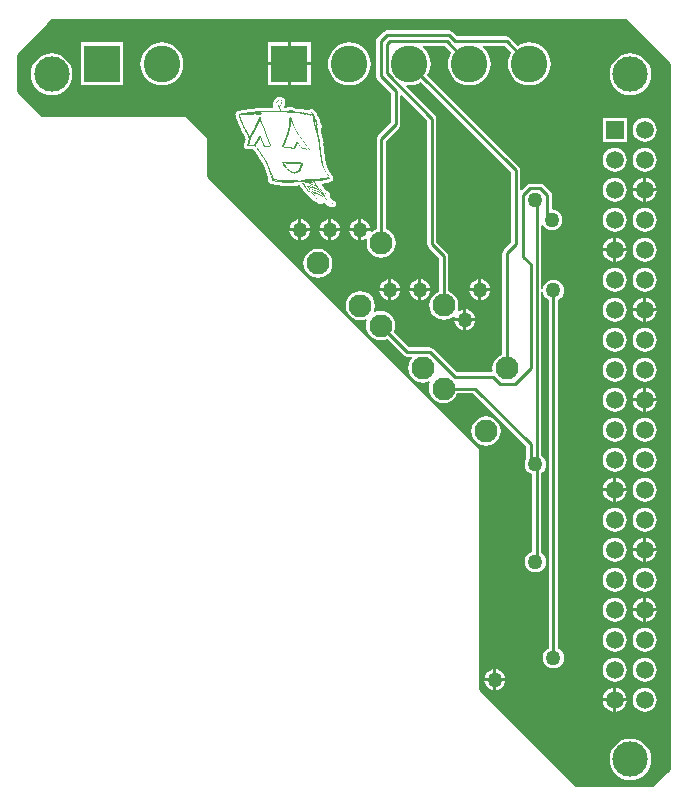
<source format=gbl>
G04*
G04 #@! TF.GenerationSoftware,Altium Limited,Altium Designer,20.0.2 (26)*
G04*
G04 Layer_Physical_Order=2*
G04 Layer_Color=16711680*
%FSLAX25Y25*%
%MOIN*%
G70*
G01*
G75*
%ADD12C,0.01000*%
%ADD16C,0.00050*%
G04:AMPARAMS|DCode=30|XSize=76.77mil|YSize=76.77mil|CornerRadius=0mil|HoleSize=0mil|Usage=FLASHONLY|Rotation=315.000|XOffset=0mil|YOffset=0mil|HoleType=Round|Shape=Round|*
%AMOVALD30*
21,1,0.00000,0.07677,0.00000,0.00000,315.0*
1,1,0.07677,0.00000,0.00000*
1,1,0.07677,0.00000,0.00000*
%
%ADD30OVALD30*%

%ADD31R,0.12224X0.12224*%
%ADD32C,0.12224*%
%ADD33C,0.05906*%
%ADD34R,0.05906X0.05906*%
%ADD35C,0.02362*%
%ADD36C,0.05000*%
%ADD37C,0.11811*%
G36*
X570000Y478500D02*
Y243500D01*
X564500Y238000D01*
X539000D01*
X507000Y270000D01*
X507000Y350500D01*
X463829Y393671D01*
X464159Y394048D01*
X464702Y393631D01*
X465879Y393144D01*
X467142Y392978D01*
X468405Y393144D01*
X469001Y393391D01*
X469384Y393008D01*
X469184Y392526D01*
X469018Y391263D01*
X469184Y390000D01*
X469672Y388823D01*
X470447Y387812D01*
X471458Y387036D01*
X472635Y386549D01*
X473898Y386383D01*
X475161Y386549D01*
X476072Y386926D01*
X481620Y381378D01*
X482117Y381046D01*
X482702Y380930D01*
X484286D01*
X484481Y380430D01*
X483814Y379561D01*
X483326Y378384D01*
X483160Y377121D01*
X483326Y375858D01*
X483814Y374681D01*
X484589Y373670D01*
X485600Y372894D01*
X486777Y372407D01*
X488040Y372241D01*
X489303Y372407D01*
X490154Y372759D01*
X490536Y372376D01*
X490184Y371526D01*
X490018Y370263D01*
X490184Y369000D01*
X490672Y367823D01*
X491447Y366812D01*
X492458Y366037D01*
X493635Y365549D01*
X494898Y365383D01*
X496161Y365549D01*
X497338Y366037D01*
X498349Y366812D01*
X499125Y367823D01*
X499502Y368734D01*
X504760D01*
X522471Y351023D01*
Y346801D01*
X522443Y346765D01*
X522090Y345914D01*
X521970Y345000D01*
X522090Y344086D01*
X522443Y343235D01*
X523004Y342504D01*
X523735Y341943D01*
X524471Y341638D01*
Y315862D01*
X523735Y315557D01*
X523004Y314996D01*
X522443Y314265D01*
X522090Y313414D01*
X521970Y312500D01*
X522090Y311586D01*
X522443Y310735D01*
X523004Y310004D01*
X523735Y309443D01*
X524586Y309090D01*
X525500Y308970D01*
X526414Y309090D01*
X527265Y309443D01*
X527996Y310004D01*
X528557Y310735D01*
X528910Y311586D01*
X529030Y312500D01*
X528910Y313414D01*
X528557Y314265D01*
X527996Y314996D01*
X527529Y315354D01*
Y342146D01*
X527996Y342504D01*
X528557Y343235D01*
X528910Y344086D01*
X529030Y345000D01*
X528910Y345914D01*
X528557Y346765D01*
X527996Y347496D01*
X527529Y347854D01*
Y402515D01*
X528029Y402547D01*
X528090Y402086D01*
X528443Y401235D01*
X529004Y400504D01*
X529735Y399943D01*
X529971Y399845D01*
Y283655D01*
X529735Y283557D01*
X529004Y282996D01*
X528443Y282265D01*
X528090Y281414D01*
X527970Y280500D01*
X528090Y279586D01*
X528443Y278735D01*
X529004Y278004D01*
X529735Y277443D01*
X530586Y277090D01*
X531500Y276970D01*
X532414Y277090D01*
X533265Y277443D01*
X533996Y278004D01*
X534557Y278735D01*
X534910Y279586D01*
X535030Y280500D01*
X534910Y281414D01*
X534557Y282265D01*
X533996Y282996D01*
X533265Y283557D01*
X533029Y283655D01*
Y399845D01*
X533265Y399943D01*
X533996Y400504D01*
X534557Y401235D01*
X534910Y402086D01*
X535030Y403000D01*
X534910Y403914D01*
X534557Y404765D01*
X533996Y405496D01*
X533265Y406057D01*
X532414Y406410D01*
X531500Y406530D01*
X530586Y406410D01*
X529735Y406057D01*
X529004Y405496D01*
X528443Y404765D01*
X528090Y403914D01*
X528029Y403453D01*
X527529Y403485D01*
Y424493D01*
X528029Y424622D01*
X528504Y424004D01*
X529235Y423443D01*
X530086Y423090D01*
X531000Y422970D01*
X531914Y423090D01*
X532765Y423443D01*
X533496Y424004D01*
X534057Y424735D01*
X534410Y425586D01*
X534530Y426500D01*
X534410Y427414D01*
X534057Y428265D01*
X533496Y428996D01*
X532765Y429557D01*
X531914Y429910D01*
X531029Y430026D01*
Y434657D01*
X530913Y435242D01*
X530582Y435738D01*
X528238Y438081D01*
X527742Y438413D01*
X527157Y438529D01*
X523843D01*
X523258Y438413D01*
X522762Y438081D01*
X520991Y436311D01*
X520529Y436502D01*
Y443000D01*
X520413Y443585D01*
X520081Y444081D01*
X489508Y474654D01*
X490102Y475765D01*
X490509Y477106D01*
X490646Y478500D01*
X490509Y479894D01*
X490102Y481235D01*
X489442Y482470D01*
X488553Y483553D01*
X487908Y484082D01*
X488087Y484582D01*
X495255D01*
X497492Y482346D01*
X496898Y481235D01*
X496491Y479894D01*
X496354Y478500D01*
X496491Y477106D01*
X496898Y475765D01*
X497558Y474530D01*
X498447Y473447D01*
X499530Y472558D01*
X500765Y471898D01*
X502106Y471491D01*
X503500Y471354D01*
X504894Y471491D01*
X506235Y471898D01*
X507470Y472558D01*
X508553Y473447D01*
X509442Y474530D01*
X510102Y475765D01*
X510509Y477106D01*
X510646Y478500D01*
X510509Y479894D01*
X510102Y481235D01*
X509442Y482470D01*
X508553Y483553D01*
X507908Y484082D01*
X508087Y484582D01*
X515255D01*
X517491Y482346D01*
X516898Y481235D01*
X516491Y479894D01*
X516354Y478500D01*
X516491Y477106D01*
X516898Y475765D01*
X517558Y474530D01*
X518447Y473447D01*
X519530Y472558D01*
X520765Y471898D01*
X522106Y471491D01*
X523500Y471354D01*
X524894Y471491D01*
X526235Y471898D01*
X527470Y472558D01*
X528553Y473447D01*
X529442Y474530D01*
X530102Y475765D01*
X530509Y477106D01*
X530646Y478500D01*
X530509Y479894D01*
X530102Y481235D01*
X529442Y482470D01*
X528553Y483553D01*
X527470Y484442D01*
X526235Y485102D01*
X524894Y485509D01*
X523500Y485646D01*
X522106Y485509D01*
X520765Y485102D01*
X519654Y484509D01*
X516970Y487193D01*
X516473Y487525D01*
X515888Y487641D01*
X499350D01*
X497798Y489193D01*
X497302Y489525D01*
X496717Y489641D01*
X476060D01*
X475475Y489525D01*
X474978Y489193D01*
X472807Y487022D01*
X472475Y486525D01*
X472359Y485940D01*
Y474519D01*
X472475Y473933D01*
X472807Y473437D01*
X477471Y468773D01*
Y458977D01*
X473020Y454526D01*
X472689Y454030D01*
X472573Y453445D01*
Y423341D01*
X471662Y422963D01*
X470929Y422402D01*
X470461Y422672D01*
X470464Y422700D01*
X467500D01*
Y419736D01*
X467914Y419790D01*
X468765Y420143D01*
X468971Y420301D01*
X469364Y420017D01*
X469386Y419989D01*
X469222Y418737D01*
X469388Y417474D01*
X469875Y416297D01*
X470651Y415286D01*
X471662Y414510D01*
X472839Y414023D01*
X474102Y413857D01*
X475365Y414023D01*
X476542Y414510D01*
X477553Y415286D01*
X478328Y416297D01*
X478816Y417474D01*
X478982Y418737D01*
X478816Y420000D01*
X478328Y421177D01*
X477553Y422188D01*
X476542Y422963D01*
X475631Y423341D01*
Y452811D01*
X480081Y457262D01*
X480413Y457758D01*
X480529Y458343D01*
Y467890D01*
X480991Y468081D01*
X489471Y459602D01*
Y418343D01*
X489587Y417758D01*
X489919Y417262D01*
X493471Y413710D01*
Y402604D01*
X492560Y402226D01*
X491549Y401451D01*
X490773Y400440D01*
X490286Y399263D01*
X490120Y398000D01*
X490286Y396737D01*
X490773Y395560D01*
X491549Y394549D01*
X492560Y393774D01*
X493737Y393286D01*
X495000Y393120D01*
X496263Y393286D01*
X497440Y393774D01*
X498128Y394302D01*
X498359Y394208D01*
X498577Y394016D01*
X498536Y393700D01*
X501500D01*
Y396664D01*
X501086Y396610D01*
X500235Y396257D01*
X499973Y396057D01*
X499563Y396372D01*
X499714Y396737D01*
X499880Y398000D01*
X499714Y399263D01*
X499227Y400440D01*
X498451Y401451D01*
X497440Y402226D01*
X496529Y402604D01*
Y414343D01*
X496413Y414928D01*
X496081Y415425D01*
X492529Y418977D01*
Y460235D01*
X492413Y460821D01*
X492081Y461317D01*
X482443Y470956D01*
X482670Y471436D01*
X483500Y471354D01*
X484894Y471491D01*
X486235Y471898D01*
X487346Y472492D01*
X517471Y442367D01*
Y418977D01*
X514919Y416425D01*
X514587Y415928D01*
X514471Y415343D01*
Y381604D01*
X513560Y381226D01*
X512549Y380451D01*
X511773Y379440D01*
X511286Y378263D01*
X511120Y377000D01*
X511233Y376141D01*
X510808Y375641D01*
X499233D01*
X491333Y383541D01*
X490837Y383872D01*
X490252Y383989D01*
X483335D01*
X478235Y389089D01*
X478612Y390000D01*
X478778Y391263D01*
X478612Y392526D01*
X478125Y393703D01*
X477349Y394714D01*
X476338Y395490D01*
X475161Y395977D01*
X473898Y396143D01*
X472635Y395977D01*
X472039Y395730D01*
X471657Y396113D01*
X471856Y396595D01*
X472022Y397858D01*
X471856Y399121D01*
X471369Y400298D01*
X470593Y401309D01*
X469582Y402084D01*
X468405Y402572D01*
X467142Y402738D01*
X465879Y402572D01*
X464702Y402084D01*
X463691Y401309D01*
X462916Y400298D01*
X462428Y399121D01*
X462262Y397858D01*
X462428Y396595D01*
X462916Y395418D01*
X463332Y394875D01*
X462956Y394545D01*
X449687Y407813D01*
X450017Y408190D01*
X450560Y407773D01*
X451737Y407286D01*
X453000Y407120D01*
X454263Y407286D01*
X455440Y407773D01*
X456451Y408549D01*
X457227Y409560D01*
X457714Y410737D01*
X457880Y412000D01*
X457714Y413263D01*
X457227Y414440D01*
X456451Y415451D01*
X455440Y416226D01*
X454263Y416714D01*
X453000Y416880D01*
X451737Y416714D01*
X450560Y416226D01*
X449549Y415451D01*
X448773Y414440D01*
X448286Y413263D01*
X448120Y412000D01*
X448286Y410737D01*
X448773Y409560D01*
X449190Y409017D01*
X448813Y408687D01*
X436500Y421000D01*
X416500Y441000D01*
Y454000D01*
X409000Y461500D01*
X361000D01*
X353000Y469500D01*
Y481500D01*
X365000Y493500D01*
X555000D01*
X570000Y478500D01*
D02*
G37*
%LPC*%
G36*
X450612Y485612D02*
X444000D01*
Y479000D01*
X450612D01*
Y485612D01*
D02*
G37*
G36*
X443000D02*
X436388D01*
Y479000D01*
X443000D01*
Y485612D01*
D02*
G37*
G36*
X450612Y478000D02*
X444000D01*
Y471388D01*
X450612D01*
Y478000D01*
D02*
G37*
G36*
X443000D02*
X436388D01*
Y471388D01*
X443000D01*
Y478000D01*
D02*
G37*
G36*
X388112Y485612D02*
X373888D01*
Y471388D01*
X388112D01*
Y485612D01*
D02*
G37*
G36*
X463500Y485646D02*
X462106Y485509D01*
X460765Y485102D01*
X459530Y484442D01*
X458447Y483553D01*
X457558Y482470D01*
X456898Y481235D01*
X456491Y479894D01*
X456354Y478500D01*
X456491Y477106D01*
X456898Y475765D01*
X457558Y474530D01*
X458447Y473447D01*
X459530Y472558D01*
X460765Y471898D01*
X462106Y471491D01*
X463500Y471354D01*
X464894Y471491D01*
X466235Y471898D01*
X467470Y472558D01*
X468553Y473447D01*
X469442Y474530D01*
X470102Y475765D01*
X470509Y477106D01*
X470646Y478500D01*
X470509Y479894D01*
X470102Y481235D01*
X469442Y482470D01*
X468553Y483553D01*
X467470Y484442D01*
X466235Y485102D01*
X464894Y485509D01*
X463500Y485646D01*
D02*
G37*
G36*
X401000D02*
X399606Y485509D01*
X398265Y485102D01*
X397030Y484442D01*
X395947Y483553D01*
X395058Y482470D01*
X394398Y481235D01*
X393991Y479894D01*
X393854Y478500D01*
X393991Y477106D01*
X394398Y475765D01*
X395058Y474530D01*
X395947Y473447D01*
X397030Y472558D01*
X398265Y471898D01*
X399606Y471491D01*
X401000Y471354D01*
X402394Y471491D01*
X403735Y471898D01*
X404970Y472558D01*
X406053Y473447D01*
X406942Y474530D01*
X407602Y475765D01*
X408009Y477106D01*
X408146Y478500D01*
X408009Y479894D01*
X407602Y481235D01*
X406942Y482470D01*
X406053Y483553D01*
X404970Y484442D01*
X403735Y485102D01*
X402394Y485509D01*
X401000Y485646D01*
D02*
G37*
G36*
X557158Y481943D02*
X555804Y481810D01*
X554502Y481415D01*
X553302Y480773D01*
X552251Y479911D01*
X551388Y478859D01*
X550747Y477659D01*
X550352Y476358D01*
X550219Y475004D01*
X550352Y473650D01*
X550747Y472349D01*
X551388Y471149D01*
X552251Y470097D01*
X553302Y469235D01*
X554502Y468593D01*
X555804Y468198D01*
X557158Y468065D01*
X558511Y468198D01*
X559813Y468593D01*
X561013Y469235D01*
X562064Y470097D01*
X562927Y471149D01*
X563568Y472349D01*
X563963Y473650D01*
X564096Y475004D01*
X563963Y476358D01*
X563568Y477659D01*
X562927Y478859D01*
X562064Y479911D01*
X561013Y480773D01*
X559813Y481415D01*
X558511Y481810D01*
X557158Y481943D01*
D02*
G37*
G36*
X364244D02*
X362890Y481810D01*
X361589Y481415D01*
X360389Y480773D01*
X359337Y479911D01*
X358475Y478859D01*
X357833Y477659D01*
X357438Y476358D01*
X357305Y475004D01*
X357438Y473650D01*
X357833Y472349D01*
X358475Y471149D01*
X359337Y470097D01*
X360389Y469235D01*
X361589Y468593D01*
X362890Y468198D01*
X364244Y468065D01*
X365598Y468198D01*
X366899Y468593D01*
X368099Y469235D01*
X369151Y470097D01*
X370014Y471149D01*
X370655Y472349D01*
X371050Y473650D01*
X371183Y475004D01*
X371050Y476358D01*
X370655Y477659D01*
X370014Y478859D01*
X369151Y479911D01*
X368099Y480773D01*
X366899Y481415D01*
X365598Y481810D01*
X364244Y481943D01*
D02*
G37*
G36*
X555953Y460453D02*
X548047D01*
Y452547D01*
X555953D01*
Y460453D01*
D02*
G37*
G36*
X562000Y460487D02*
X560968Y460351D01*
X560007Y459953D01*
X559181Y459319D01*
X558547Y458493D01*
X558149Y457532D01*
X558013Y456500D01*
X558149Y455468D01*
X558547Y454507D01*
X559181Y453681D01*
X560007Y453047D01*
X560968Y452649D01*
X562000Y452513D01*
X563032Y452649D01*
X563993Y453047D01*
X564819Y453681D01*
X565453Y454507D01*
X565851Y455468D01*
X565987Y456500D01*
X565851Y457532D01*
X565453Y458493D01*
X564819Y459319D01*
X563993Y459953D01*
X563032Y460351D01*
X562000Y460487D01*
D02*
G37*
G36*
Y450487D02*
X560968Y450351D01*
X560007Y449953D01*
X559181Y449319D01*
X558547Y448493D01*
X558149Y447532D01*
X558013Y446500D01*
X558149Y445468D01*
X558547Y444507D01*
X559181Y443681D01*
X560007Y443047D01*
X560968Y442649D01*
X562000Y442513D01*
X563032Y442649D01*
X563993Y443047D01*
X564819Y443681D01*
X565453Y444507D01*
X565851Y445468D01*
X565987Y446500D01*
X565851Y447532D01*
X565453Y448493D01*
X564819Y449319D01*
X563993Y449953D01*
X563032Y450351D01*
X562000Y450487D01*
D02*
G37*
G36*
X552000D02*
X550968Y450351D01*
X550007Y449953D01*
X549181Y449319D01*
X548547Y448493D01*
X548149Y447532D01*
X548013Y446500D01*
X548149Y445468D01*
X548547Y444507D01*
X549181Y443681D01*
X550007Y443047D01*
X550968Y442649D01*
X552000Y442513D01*
X553032Y442649D01*
X553993Y443047D01*
X554819Y443681D01*
X555453Y444507D01*
X555851Y445468D01*
X555987Y446500D01*
X555851Y447532D01*
X555453Y448493D01*
X554819Y449319D01*
X553993Y449953D01*
X553032Y450351D01*
X552000Y450487D01*
D02*
G37*
G36*
X562500Y440421D02*
Y437000D01*
X565921D01*
X565851Y437532D01*
X565453Y438493D01*
X564819Y439319D01*
X563993Y439953D01*
X563032Y440351D01*
X562500Y440421D01*
D02*
G37*
G36*
X561500D02*
X560968Y440351D01*
X560007Y439953D01*
X559181Y439319D01*
X558547Y438493D01*
X558149Y437532D01*
X558079Y437000D01*
X561500D01*
Y440421D01*
D02*
G37*
G36*
X565921Y436000D02*
X562500D01*
Y432579D01*
X563032Y432649D01*
X563993Y433047D01*
X564819Y433681D01*
X565453Y434507D01*
X565851Y435468D01*
X565921Y436000D01*
D02*
G37*
G36*
X561500D02*
X558079D01*
X558149Y435468D01*
X558547Y434507D01*
X559181Y433681D01*
X560007Y433047D01*
X560968Y432649D01*
X561500Y432579D01*
Y436000D01*
D02*
G37*
G36*
X552000Y440487D02*
X550968Y440351D01*
X550007Y439953D01*
X549181Y439319D01*
X548547Y438493D01*
X548149Y437532D01*
X548013Y436500D01*
X548149Y435468D01*
X548547Y434507D01*
X549181Y433681D01*
X550007Y433047D01*
X550968Y432649D01*
X552000Y432513D01*
X553032Y432649D01*
X553993Y433047D01*
X554819Y433681D01*
X555453Y434507D01*
X555851Y435468D01*
X555987Y436500D01*
X555851Y437532D01*
X555453Y438493D01*
X554819Y439319D01*
X553993Y439953D01*
X553032Y440351D01*
X552000Y440487D01*
D02*
G37*
G36*
X440625Y467581D02*
X440584D01*
X440374Y467540D01*
X440209D01*
X439818Y467462D01*
X439800Y467450D01*
X439652Y467420D01*
X439598Y467385D01*
X439568Y467379D01*
X439444Y467296D01*
X439443Y467296D01*
X439113Y467074D01*
X439096Y467050D01*
X439071Y467033D01*
X439054Y467008D01*
X438904Y466908D01*
X438888Y466883D01*
X438863Y466866D01*
X438846Y466841D01*
X438821Y466824D01*
X438804Y466799D01*
X438779Y466783D01*
X438763Y466758D01*
X438738Y466741D01*
X438721Y466716D01*
X438696Y466700D01*
X438475Y466369D01*
X438475Y466368D01*
X438308Y466119D01*
X438302Y466089D01*
X438267Y466035D01*
X438261Y466006D01*
X438225Y465952D01*
X438207Y465863D01*
X438183Y465827D01*
X438177Y465797D01*
X438142Y465744D01*
X438112Y465595D01*
X438100Y465577D01*
X438022Y465187D01*
Y464187D01*
X437765Y463873D01*
X435292D01*
X434902Y463796D01*
X434883Y463783D01*
X434708Y463748D01*
X433917D01*
X433708Y463706D01*
X432917D01*
X432708Y463665D01*
X432334D01*
X432124Y463623D01*
X432042D01*
X431833Y463582D01*
X431584D01*
X431374Y463540D01*
X431167D01*
X430958Y463498D01*
X430834D01*
X430444Y463421D01*
X430443Y463420D01*
X430416Y463415D01*
X430292D01*
X430083Y463373D01*
X430000D01*
X429791Y463332D01*
X429709D01*
X429499Y463290D01*
X429417D01*
X429208Y463248D01*
X429084D01*
X428874Y463206D01*
X428751D01*
X428541Y463165D01*
X428459D01*
X428069Y463087D01*
X428015Y463052D01*
X427985Y463046D01*
X427985Y463045D01*
X427958Y463040D01*
X427917D01*
X427527Y462962D01*
X427527Y462962D01*
X427499Y462956D01*
X427251D01*
X427041Y462915D01*
X426626D01*
X426235Y462837D01*
X426200Y462813D01*
X426110Y462796D01*
X425780Y462575D01*
X425559Y462244D01*
X425481Y461854D01*
Y461812D01*
X425559Y461422D01*
X425630Y461314D01*
X425648Y461228D01*
Y461104D01*
X425725Y460713D01*
X425726Y460713D01*
X425767Y460505D01*
X425791Y460469D01*
X425809Y460380D01*
X425833Y460344D01*
X425850Y460255D01*
X425886Y460202D01*
X425892Y460172D01*
X425916Y460136D01*
X425934Y460047D01*
X425969Y459993D01*
X425975Y459964D01*
X425999Y459928D01*
X426017Y459838D01*
X426053Y459785D01*
X426059Y459755D01*
X426083Y459719D01*
X426100Y459630D01*
X426124Y459594D01*
X426142Y459505D01*
X426178Y459452D01*
X426184Y459422D01*
X426207Y459386D01*
X426225Y459297D01*
X426249Y459261D01*
X426267Y459172D01*
X426291Y459136D01*
X426309Y459047D01*
X426333Y459011D01*
X426350Y458922D01*
X426374Y458886D01*
X426392Y458797D01*
X426428Y458743D01*
X426434Y458713D01*
X426458Y458678D01*
X426475Y458589D01*
X426499Y458553D01*
X426517Y458463D01*
X426553Y458410D01*
X426559Y458380D01*
X426582Y458344D01*
X426600Y458255D01*
X426636Y458202D01*
X426642Y458172D01*
X426678Y458118D01*
X426684Y458088D01*
X426719Y458035D01*
X426725Y458005D01*
X426749Y457969D01*
X426767Y457880D01*
X426803Y457827D01*
X426809Y457797D01*
X426844Y457743D01*
X426850Y457714D01*
X426886Y457660D01*
X426892Y457630D01*
X426928Y457577D01*
X426934Y457547D01*
X426958Y457511D01*
X426975Y457422D01*
X427011Y457368D01*
X427017Y457339D01*
X427053Y457285D01*
X427059Y457255D01*
X427094Y457202D01*
X427100Y457172D01*
X427136Y457118D01*
X427142Y457089D01*
X427178Y457035D01*
X427184Y457005D01*
X427219Y456952D01*
X427225Y456922D01*
X427261Y456869D01*
X427267Y456839D01*
X427303Y456785D01*
X427309Y456755D01*
X427392Y456631D01*
X427392Y456630D01*
X427428Y456577D01*
X427434Y456547D01*
X427469Y456493D01*
X427475Y456464D01*
X427511Y456410D01*
X427517Y456380D01*
X427600Y456256D01*
X427600Y456255D01*
X427636Y456202D01*
X427642Y456172D01*
X427678Y456118D01*
X427684Y456089D01*
X427707Y456053D01*
X427725Y455964D01*
X427749Y455928D01*
X427767Y455839D01*
X427779Y455821D01*
X427809Y455672D01*
X427844Y455618D01*
X427850Y455589D01*
X427934Y455464D01*
X427934Y455464D01*
X428017Y455339D01*
X428017Y455339D01*
X428053Y455285D01*
X428058Y455255D01*
X428094Y455202D01*
X428100Y455172D01*
X428184Y455047D01*
X428184Y455047D01*
X428219Y454993D01*
X428225Y454964D01*
X428261Y454910D01*
X428267Y454880D01*
X428350Y454756D01*
X428350Y454755D01*
X428517Y454506D01*
X428517Y454505D01*
X428553Y454452D01*
X428558Y454422D01*
X428582Y454386D01*
X428600Y454297D01*
X428636Y454244D01*
X428642Y454214D01*
X428666Y454178D01*
X428684Y454089D01*
X428719Y454035D01*
X428725Y454005D01*
X428749Y453969D01*
X428767Y453880D01*
X428779Y453862D01*
X428808Y453714D01*
X428844Y453660D01*
X428850Y453630D01*
X428886Y453577D01*
X428892Y453547D01*
X428926Y453496D01*
X428856Y453146D01*
Y452897D01*
X428833Y452780D01*
X428808Y452744D01*
X428803Y452714D01*
X428767Y452661D01*
X428761Y452631D01*
X428725Y452577D01*
X428719Y452548D01*
X428684Y452494D01*
X428666Y452405D01*
X428642Y452369D01*
X428636Y452339D01*
X428600Y452286D01*
X428594Y452256D01*
X428558Y452202D01*
X428553Y452173D01*
X428517Y452119D01*
X428511Y452089D01*
X428475Y452036D01*
X428457Y451947D01*
X428434Y451911D01*
X428428Y451881D01*
X428392Y451827D01*
X428374Y451738D01*
X428350Y451702D01*
X428273Y451312D01*
Y451187D01*
X428350Y450797D01*
X428571Y450466D01*
X428902Y450245D01*
X429292Y450168D01*
X429499D01*
X429709Y450126D01*
X430958D01*
X431167Y450084D01*
X431395D01*
X431446Y450008D01*
X431471Y449991D01*
X431488Y449966D01*
X431513Y449950D01*
X431530Y449925D01*
X431555Y449908D01*
X431571Y449883D01*
X431596Y449866D01*
X431696Y449716D01*
X431721Y449700D01*
X431738Y449675D01*
X431763Y449658D01*
X431779Y449633D01*
X431804Y449616D01*
X431821Y449591D01*
X431846Y449575D01*
X431946Y449425D01*
X431971Y449408D01*
X431988Y449383D01*
X432013Y449366D01*
X432029Y449341D01*
X432053Y449326D01*
X432058Y449297D01*
X432142Y449172D01*
X432142Y449172D01*
X432225Y449048D01*
X432225Y449047D01*
X432308Y448922D01*
X432308Y448922D01*
X432392Y448798D01*
X432392Y448797D01*
X432613Y448466D01*
X432637Y448450D01*
X432738Y448300D01*
X432763Y448283D01*
X432779Y448258D01*
X432804Y448241D01*
X432821Y448216D01*
X432844Y448201D01*
X432850Y448172D01*
X432933Y448048D01*
X432933Y448047D01*
X432969Y447994D01*
X432975Y447964D01*
X433011Y447910D01*
X433017Y447881D01*
X433100Y447756D01*
X433100Y447755D01*
X433136Y447702D01*
X433142Y447672D01*
X433225Y447548D01*
X433225Y447547D01*
X433261Y447494D01*
X433267Y447464D01*
X433350Y447339D01*
X433350Y447339D01*
X433433Y447214D01*
X433433Y447214D01*
X433654Y446883D01*
X433679Y446867D01*
X433779Y446716D01*
X433804Y446700D01*
X433821Y446675D01*
X433846Y446658D01*
X433946Y446508D01*
X433969Y446492D01*
X433975Y446464D01*
X434011Y446410D01*
X434017Y446381D01*
X434100Y446256D01*
X434100Y446255D01*
X434321Y445925D01*
X434344Y445909D01*
X434350Y445881D01*
X434386Y445827D01*
X434392Y445797D01*
X434416Y445761D01*
X434433Y445672D01*
X434445Y445654D01*
X434475Y445506D01*
X434558Y445381D01*
X434558Y445381D01*
X434642Y445256D01*
X434642Y445256D01*
X434677Y445202D01*
X434683Y445172D01*
X434719Y445119D01*
X434725Y445089D01*
X434761Y445035D01*
X434767Y445006D01*
X434802Y444952D01*
X434808Y444922D01*
X434844Y444869D01*
X434850Y444839D01*
X434862Y444821D01*
X434892Y444672D01*
X434927Y444619D01*
X434933Y444589D01*
X434969Y444535D01*
X434975Y444506D01*
X435011Y444452D01*
X435017Y444422D01*
X435052Y444369D01*
X435058Y444339D01*
X435094Y444285D01*
X435100Y444256D01*
X435136Y444202D01*
X435142Y444172D01*
X435177Y444119D01*
X435183Y444089D01*
X435219Y444035D01*
X435225Y444006D01*
X435261Y443952D01*
X435267Y443922D01*
X435302Y443869D01*
X435308Y443839D01*
X435332Y443803D01*
X435350Y443714D01*
X435386Y443660D01*
X435392Y443631D01*
X435416Y443595D01*
X435433Y443506D01*
X435457Y443470D01*
X435475Y443381D01*
X435487Y443363D01*
X435517Y443214D01*
X435552Y443160D01*
X435558Y443131D01*
X435582Y443095D01*
X435600Y443006D01*
X435636Y442952D01*
X435642Y442922D01*
X435666Y442886D01*
X435683Y442797D01*
X435719Y442744D01*
X435725Y442714D01*
X435749Y442678D01*
X435767Y442589D01*
X435767Y442589D01*
X435808Y442381D01*
X435832Y442345D01*
X435850Y442256D01*
X435862Y442238D01*
X435892Y442089D01*
X435904Y442071D01*
X435933Y441922D01*
X435945Y441904D01*
X435975Y441756D01*
X435987Y441738D01*
X436017Y441589D01*
X436029Y441571D01*
X436058Y441422D01*
X436082Y441387D01*
X436100Y441297D01*
X436124Y441261D01*
X436142Y441172D01*
X436177Y441119D01*
X436183Y441089D01*
X436207Y441053D01*
X436225Y440964D01*
X436261Y440910D01*
X436267Y440881D01*
X436302Y440827D01*
X436308Y440797D01*
X436332Y440762D01*
X436350Y440672D01*
X436362Y440654D01*
X436392Y440506D01*
X436416Y440470D01*
X436433Y440381D01*
X436457Y440345D01*
X436475Y440256D01*
X436511Y440202D01*
X436517Y440172D01*
X436520Y440167D01*
X436517Y440161D01*
X436439Y439771D01*
Y439729D01*
X436517Y439339D01*
X436738Y439008D01*
X436763Y438992D01*
X436779Y438967D01*
X436804Y438950D01*
X436821Y438925D01*
X436846Y438908D01*
X436863Y438883D01*
X436888Y438867D01*
X436904Y438842D01*
X436929Y438825D01*
X436946Y438800D01*
X436971Y438783D01*
X436988Y438758D01*
X437013Y438742D01*
X437029Y438717D01*
X437360Y438496D01*
X437390Y438490D01*
X437443Y438454D01*
X437473Y438448D01*
X437527Y438412D01*
X437675Y438383D01*
X437693Y438371D01*
X438084Y438293D01*
X438185D01*
X438193Y438287D01*
X438223Y438281D01*
X438277Y438246D01*
X438667Y438168D01*
X438750D01*
X438834Y438185D01*
X438917Y438168D01*
X438976D01*
X438985Y438162D01*
X439074Y438144D01*
X439110Y438121D01*
X439318Y438079D01*
X439318Y438079D01*
X439709Y438001D01*
X440124D01*
X440334Y437960D01*
X440416D01*
X440625Y437918D01*
X440707D01*
X440917Y437876D01*
X441249D01*
X441459Y437835D01*
X443459D01*
X443668Y437876D01*
X445167D01*
X445376Y437918D01*
X446333D01*
X446543Y437960D01*
X447047D01*
X447100Y437881D01*
X447100Y437881D01*
X447183Y437756D01*
X447183Y437756D01*
X447404Y437425D01*
X447429Y437408D01*
X447529Y437258D01*
X447553Y437242D01*
X447600Y437173D01*
X447600Y437172D01*
X447683Y437048D01*
X447683Y437047D01*
X447904Y436717D01*
X447928Y436700D01*
X448112Y436425D01*
X448137Y436409D01*
X448237Y436258D01*
X448262Y436242D01*
X448362Y436092D01*
X448387Y436075D01*
X448487Y435925D01*
X448512Y435909D01*
X448612Y435758D01*
X448637Y435742D01*
X448654Y435717D01*
X448679Y435700D01*
X448779Y435550D01*
X448804Y435533D01*
X448821Y435508D01*
X448846Y435492D01*
X448862Y435467D01*
X448887Y435450D01*
X448987Y435300D01*
X449012Y435283D01*
X449029Y435258D01*
X449054Y435242D01*
X449071Y435217D01*
X449095Y435200D01*
X449196Y435050D01*
X449221Y435033D01*
X449237Y435008D01*
X449262Y434992D01*
X449279Y434967D01*
X449304Y434950D01*
X449321Y434925D01*
X449346Y434908D01*
X449362Y434883D01*
X449387Y434867D01*
X449404Y434842D01*
X449429Y434825D01*
X449446Y434800D01*
X449471Y434783D01*
X449487Y434758D01*
X449512Y434742D01*
X449529Y434717D01*
X449554Y434700D01*
X449571Y434675D01*
X449596Y434658D01*
X449612Y434633D01*
X449637Y434617D01*
X449654Y434592D01*
X449679Y434575D01*
X449696Y434550D01*
X450026Y434329D01*
X450417Y434251D01*
X450458D01*
X450683Y433839D01*
X450904Y433508D01*
X450929Y433492D01*
X450946Y433467D01*
X451096Y433366D01*
X451112Y433342D01*
X451263Y433241D01*
X451279Y433217D01*
X451429Y433116D01*
X451446Y433092D01*
X451776Y432871D01*
X451777Y432871D01*
X451901Y432787D01*
X451902Y432787D01*
X451971Y432741D01*
X451987Y432717D01*
X452263Y432533D01*
X452279Y432508D01*
X452610Y432287D01*
X452610Y432287D01*
X452735Y432204D01*
X452765Y432198D01*
X452818Y432162D01*
X452848Y432157D01*
X452901Y432121D01*
X452931Y432115D01*
X452985Y432079D01*
X452985Y432079D01*
X453110Y431996D01*
X453139Y431990D01*
X453193Y431954D01*
X453193Y431954D01*
X453318Y431871D01*
X453348Y431865D01*
X453401Y431829D01*
X453402Y431829D01*
X453526Y431746D01*
X453917Y431668D01*
X454000D01*
X454390Y431746D01*
X454721Y431967D01*
X454783Y432059D01*
X455066Y432149D01*
X455096Y432156D01*
X455159Y432156D01*
X455346Y432135D01*
X455380Y432122D01*
X455387Y432117D01*
X455404Y432092D01*
X455429Y432075D01*
X455445Y432050D01*
X455470Y432034D01*
X455571Y431883D01*
X455595Y431867D01*
X455612Y431842D01*
X455637Y431825D01*
X455654Y431800D01*
X455679Y431783D01*
X455695Y431758D01*
X455720Y431742D01*
X455737Y431717D01*
X455762Y431700D01*
X455862Y431550D01*
X455887Y431533D01*
X455904Y431508D01*
X455929Y431492D01*
X455945Y431467D01*
X455970Y431450D01*
X455987Y431425D01*
X456012Y431409D01*
X456029Y431384D01*
X456054Y431367D01*
X456071Y431342D01*
X456095Y431325D01*
X456112Y431300D01*
X456137Y431283D01*
X456154Y431258D01*
X456179Y431242D01*
X456195Y431217D01*
X456526Y430996D01*
X456916Y430918D01*
X457000D01*
X457351Y430988D01*
X457401Y430954D01*
X457431Y430948D01*
X457485Y430912D01*
X457875Y430835D01*
X457958D01*
X458348Y430912D01*
X458679Y431134D01*
X458900Y431464D01*
X458978Y431854D01*
Y431896D01*
X458900Y432286D01*
X458679Y432617D01*
X458654Y432634D01*
X458637Y432659D01*
X458612Y432675D01*
X458596Y432700D01*
X458571Y432717D01*
X458554Y432742D01*
X458404Y432842D01*
X458387Y432867D01*
X458362Y432884D01*
X458346Y432909D01*
X458015Y433130D01*
X458014Y433130D01*
X457890Y433213D01*
X457830Y433225D01*
X457723Y433296D01*
X457367Y433367D01*
X457317Y433620D01*
X457096Y433950D01*
X457071Y433967D01*
X457054Y433992D01*
X457015Y434427D01*
X457025Y434506D01*
X457103Y434896D01*
Y434938D01*
X457025Y435328D01*
X456804Y435659D01*
X456779Y435675D01*
X456762Y435700D01*
X456487Y435884D01*
X456471Y435909D01*
X456321Y436009D01*
X456304Y436034D01*
X456029Y436218D01*
X456012Y436242D01*
X455862Y436342D01*
X455846Y436367D01*
X455696Y436467D01*
X455679Y436492D01*
X455348Y436713D01*
X455296Y436723D01*
X455275Y436828D01*
X455239Y436881D01*
X455233Y436911D01*
X455013Y437242D01*
X454987Y437259D01*
X454971Y437284D01*
X454946Y437300D01*
X454929Y437325D01*
X454904Y437342D01*
X454887Y437367D01*
X454862Y437384D01*
X454846Y437409D01*
X454821Y437425D01*
X454804Y437450D01*
X454654Y437551D01*
X454637Y437575D01*
X454612Y437592D01*
X454596Y437617D01*
X454325Y437798D01*
X454256Y438245D01*
X454257Y438257D01*
X454282Y438365D01*
X454336Y438443D01*
X454598Y438496D01*
X454599Y438496D01*
X454807Y438537D01*
X454807Y438538D01*
X455015Y438579D01*
X455033Y438591D01*
X455182Y438621D01*
X455200Y438633D01*
X455348Y438662D01*
X455367Y438674D01*
X455515Y438704D01*
X455515Y438704D01*
X455723Y438746D01*
X455742Y438758D01*
X455890Y438787D01*
X455891Y438788D01*
X456098Y438829D01*
X456116Y438841D01*
X456265Y438871D01*
X456568Y439073D01*
X456598Y439079D01*
X456616Y439091D01*
X456765Y439121D01*
X456801Y439145D01*
X456890Y439162D01*
X456908Y439174D01*
X457057Y439204D01*
X457065Y439210D01*
X457166D01*
X457557Y439287D01*
X457887Y439508D01*
X458108Y439839D01*
X458186Y440229D01*
Y440313D01*
X458108Y440703D01*
X457887Y441034D01*
X457862Y441050D01*
X457846Y441075D01*
X457821Y441092D01*
X457804Y441117D01*
X457800Y441120D01*
X457775Y441244D01*
X457692Y441369D01*
X457692Y441369D01*
X457609Y441494D01*
X457608Y441494D01*
X457573Y441548D01*
X457567Y441578D01*
X457531Y441631D01*
X457525Y441661D01*
X457304Y441992D01*
X457279Y442008D01*
X457179Y442159D01*
X457154Y442175D01*
X457137Y442200D01*
X457113Y442217D01*
X457012Y442367D01*
X456987Y442383D01*
X456971Y442409D01*
X456946Y442425D01*
X456929Y442450D01*
X456904Y442467D01*
X456804Y442617D01*
X456781Y442632D01*
X456775Y442661D01*
X456739Y442715D01*
X456733Y442744D01*
X456698Y442798D01*
X456692Y442828D01*
X456656Y442881D01*
X456650Y442911D01*
X456626Y442947D01*
X456608Y443036D01*
X456573Y443089D01*
X456567Y443119D01*
X456531Y443173D01*
X456525Y443203D01*
X456501Y443238D01*
X456483Y443328D01*
X456448Y443381D01*
X456442Y443411D01*
X456406Y443465D01*
X456400Y443494D01*
X456364Y443548D01*
X456358Y443578D01*
X456323Y443631D01*
X456317Y443661D01*
X456281Y443715D01*
X456275Y443744D01*
X456239Y443798D01*
X456234Y443828D01*
X456198Y443881D01*
X456192Y443911D01*
X456156Y443964D01*
X456150Y443994D01*
X456126Y444030D01*
X456109Y444119D01*
X456073Y444173D01*
X456067Y444203D01*
X456031Y444256D01*
X456025Y444286D01*
X456001Y444322D01*
X455983Y444411D01*
X455948Y444464D01*
X455942Y444494D01*
X455918Y444530D01*
X455900Y444619D01*
X455876Y444655D01*
X455859Y444744D01*
X455834Y444780D01*
X455817Y444869D01*
X455793Y444905D01*
X455775Y444994D01*
X455763Y445012D01*
X455733Y445161D01*
X455721Y445179D01*
X455692Y445328D01*
X455686Y445336D01*
Y445354D01*
X455644Y445564D01*
Y445646D01*
X455603Y445855D01*
Y445937D01*
X455561Y446147D01*
Y446229D01*
X455519Y446439D01*
Y446521D01*
X455478Y446730D01*
Y446854D01*
X455436Y447063D01*
Y447146D01*
X455394Y447355D01*
Y447437D01*
X455353Y447647D01*
Y447687D01*
X455311Y447897D01*
Y447937D01*
X455269Y448147D01*
Y448187D01*
X455228Y448397D01*
Y448437D01*
X455186Y448647D01*
Y448687D01*
X455144Y448897D01*
Y448979D01*
X455103Y449188D01*
Y449271D01*
X455061Y449480D01*
Y449646D01*
X455019Y449855D01*
Y450021D01*
X454978Y450230D01*
Y450396D01*
X454936Y450605D01*
Y450729D01*
X454894Y450938D01*
Y451062D01*
X454853Y451272D01*
Y451354D01*
X454811Y451563D01*
Y451646D01*
X454769Y451855D01*
Y451872D01*
X454858Y452005D01*
X454936Y452396D01*
Y452479D01*
X454858Y452869D01*
X454835Y452905D01*
X454817Y452994D01*
X454793Y453030D01*
X454775Y453119D01*
X454751Y453155D01*
X454734Y453244D01*
X454698Y453298D01*
X454692Y453327D01*
X454668Y453363D01*
X454650Y453452D01*
X454626Y453488D01*
X454608Y453577D01*
X454585Y453613D01*
X454567Y453702D01*
X454543Y453738D01*
X454525Y453827D01*
X454501Y453863D01*
X454484Y453952D01*
X454460Y453988D01*
X454442Y454077D01*
X454418Y454113D01*
X454400Y454202D01*
X454388Y454220D01*
X454358Y454369D01*
X454346Y454387D01*
X454317Y454536D01*
X454311Y454544D01*
Y454562D01*
X454270Y454772D01*
Y454812D01*
X454228Y455022D01*
Y455062D01*
X454186Y455272D01*
Y455312D01*
X454144Y455522D01*
Y455562D01*
X454103Y455772D01*
Y455854D01*
X454061Y456063D01*
Y456104D01*
X454019Y456313D01*
Y456479D01*
X453978Y456688D01*
Y456812D01*
X453955Y456928D01*
X454012Y456966D01*
X454234Y457297D01*
X454311Y457687D01*
Y457770D01*
X454234Y458161D01*
X454198Y458214D01*
X454192Y458244D01*
X454156Y458297D01*
X454150Y458327D01*
X454114Y458381D01*
X454108Y458411D01*
X454073Y458464D01*
X454067Y458494D01*
X454031Y458547D01*
X454025Y458577D01*
X453942Y458702D01*
X453942Y458702D01*
X453859Y458827D01*
X453859Y458827D01*
X453787Y458934D01*
X453775Y458994D01*
X453769Y459002D01*
Y459062D01*
X453728Y459271D01*
Y459479D01*
X453650Y459869D01*
X453650Y459869D01*
X453609Y460077D01*
X453573Y460131D01*
X453567Y460160D01*
X453346Y460491D01*
X453321Y460508D01*
X453304Y460533D01*
X453279Y460550D01*
X453263Y460575D01*
X453237Y460591D01*
X453221Y460616D01*
X453196Y460633D01*
X453179Y460658D01*
X453154Y460675D01*
X453137Y460700D01*
X452987Y460800D01*
X452978Y460814D01*
Y460854D01*
X452900Y461244D01*
X452876Y461280D01*
X452859Y461369D01*
X452823Y461422D01*
X452817Y461452D01*
X452805Y461470D01*
X452775Y461619D01*
X452775Y461619D01*
X452734Y461827D01*
X452710Y461863D01*
X452692Y461952D01*
X452656Y462006D01*
X452650Y462036D01*
X452429Y462366D01*
X452404Y462383D01*
X452388Y462408D01*
X452363Y462425D01*
X452346Y462450D01*
X452321Y462466D01*
X452304Y462491D01*
X452279Y462508D01*
X452262Y462533D01*
X452238Y462550D01*
X452221Y462575D01*
X452196Y462591D01*
X452179Y462616D01*
X452154Y462633D01*
X452138Y462658D01*
X451987Y462758D01*
X451971Y462783D01*
X451946Y462800D01*
X451929Y462825D01*
X451779Y462925D01*
X451763Y462950D01*
X451612Y463050D01*
X451596Y463075D01*
X451265Y463296D01*
X450875Y463373D01*
X450833D01*
X450443Y463296D01*
X450112Y463075D01*
X449807Y462962D01*
X449599Y463004D01*
X449599Y463004D01*
X449450Y463033D01*
X449432Y463046D01*
X449224Y463087D01*
X449224Y463087D01*
X449016Y463129D01*
X449015Y463129D01*
X448867Y463159D01*
X448848Y463171D01*
X448759Y463188D01*
X448724Y463212D01*
X448634Y463230D01*
X448598Y463254D01*
X448569Y463260D01*
X448515Y463296D01*
X448515Y463296D01*
X448390Y463379D01*
X448000Y463456D01*
X447917D01*
X447527Y463379D01*
X447505Y463364D01*
X447432Y463379D01*
X447432Y463379D01*
X447042Y463456D01*
X447001D01*
X446792Y463498D01*
X446626D01*
X446417Y463540D01*
X446043D01*
X445833Y463582D01*
X445584D01*
X445557Y463587D01*
X445557Y463587D01*
X445468Y463605D01*
X445432Y463629D01*
X445372Y463641D01*
X445140Y463796D01*
X445110Y463801D01*
X445057Y463837D01*
X445027Y463843D01*
X444974Y463879D01*
X444944Y463885D01*
X444890Y463921D01*
X444500Y463998D01*
X444460D01*
X444250Y464040D01*
X443209D01*
X442818Y463962D01*
X442487Y463741D01*
X442474Y463720D01*
X442334Y463748D01*
X442043D01*
X441965Y463764D01*
X441857Y463875D01*
X441770Y464044D01*
X441715Y464290D01*
X441776Y464380D01*
X441793Y464469D01*
X441817Y464505D01*
X441823Y464535D01*
X441859Y464588D01*
X441888Y464737D01*
X441900Y464755D01*
X441978Y465145D01*
Y465394D01*
X442020Y465603D01*
Y466020D01*
X441942Y466410D01*
X441942Y466411D01*
X441900Y466619D01*
X441877Y466654D01*
X441859Y466744D01*
X441638Y467074D01*
X441613Y467091D01*
X441596Y467116D01*
X441571Y467133D01*
X441554Y467158D01*
X441530Y467174D01*
X441513Y467200D01*
X441488Y467216D01*
X441471Y467241D01*
X441140Y467462D01*
X441051Y467480D01*
X441015Y467504D01*
X440625Y467581D01*
D02*
G37*
G36*
X467500Y426664D02*
Y423700D01*
X470464D01*
X470410Y424114D01*
X470057Y424965D01*
X469496Y425696D01*
X468765Y426257D01*
X467914Y426610D01*
X467500Y426664D01*
D02*
G37*
G36*
X466500D02*
X466086Y426610D01*
X465235Y426257D01*
X464504Y425696D01*
X463943Y424965D01*
X463590Y424114D01*
X463536Y423700D01*
X466500D01*
Y426664D01*
D02*
G37*
G36*
X457500D02*
Y423700D01*
X460464D01*
X460410Y424114D01*
X460057Y424965D01*
X459496Y425696D01*
X458765Y426257D01*
X457914Y426610D01*
X457500Y426664D01*
D02*
G37*
G36*
X456500D02*
X456086Y426610D01*
X455235Y426257D01*
X454504Y425696D01*
X453943Y424965D01*
X453590Y424114D01*
X453536Y423700D01*
X456500D01*
Y426664D01*
D02*
G37*
G36*
X447500D02*
Y423700D01*
X450464D01*
X450410Y424114D01*
X450057Y424965D01*
X449496Y425696D01*
X448765Y426257D01*
X447914Y426610D01*
X447500Y426664D01*
D02*
G37*
G36*
X446500D02*
X446086Y426610D01*
X445235Y426257D01*
X444504Y425696D01*
X443943Y424965D01*
X443590Y424114D01*
X443536Y423700D01*
X446500D01*
Y426664D01*
D02*
G37*
G36*
X562000Y430487D02*
X560968Y430351D01*
X560007Y429953D01*
X559181Y429319D01*
X558547Y428493D01*
X558149Y427532D01*
X558013Y426500D01*
X558149Y425468D01*
X558547Y424507D01*
X559181Y423681D01*
X560007Y423047D01*
X560968Y422649D01*
X562000Y422513D01*
X563032Y422649D01*
X563993Y423047D01*
X564819Y423681D01*
X565453Y424507D01*
X565851Y425468D01*
X565987Y426500D01*
X565851Y427532D01*
X565453Y428493D01*
X564819Y429319D01*
X563993Y429953D01*
X563032Y430351D01*
X562000Y430487D01*
D02*
G37*
G36*
X552000D02*
X550968Y430351D01*
X550007Y429953D01*
X549181Y429319D01*
X548547Y428493D01*
X548149Y427532D01*
X548013Y426500D01*
X548149Y425468D01*
X548547Y424507D01*
X549181Y423681D01*
X550007Y423047D01*
X550968Y422649D01*
X552000Y422513D01*
X553032Y422649D01*
X553993Y423047D01*
X554819Y423681D01*
X555453Y424507D01*
X555851Y425468D01*
X555987Y426500D01*
X555851Y427532D01*
X555453Y428493D01*
X554819Y429319D01*
X553993Y429953D01*
X553032Y430351D01*
X552000Y430487D01*
D02*
G37*
G36*
X466500Y422700D02*
X463536D01*
X463590Y422286D01*
X463943Y421435D01*
X464504Y420704D01*
X465235Y420143D01*
X466086Y419790D01*
X466500Y419736D01*
Y422700D01*
D02*
G37*
G36*
X460464D02*
X457500D01*
Y419736D01*
X457914Y419790D01*
X458765Y420143D01*
X459496Y420704D01*
X460057Y421435D01*
X460410Y422286D01*
X460464Y422700D01*
D02*
G37*
G36*
X456500D02*
X453536D01*
X453590Y422286D01*
X453943Y421435D01*
X454504Y420704D01*
X455235Y420143D01*
X456086Y419790D01*
X456500Y419736D01*
Y422700D01*
D02*
G37*
G36*
X450464D02*
X447500D01*
Y419736D01*
X447914Y419790D01*
X448765Y420143D01*
X449496Y420704D01*
X450057Y421435D01*
X450410Y422286D01*
X450464Y422700D01*
D02*
G37*
G36*
X446500D02*
X443536D01*
X443590Y422286D01*
X443943Y421435D01*
X444504Y420704D01*
X445235Y420143D01*
X446086Y419790D01*
X446500Y419736D01*
Y422700D01*
D02*
G37*
G36*
X552500Y420421D02*
Y417000D01*
X555921D01*
X555851Y417532D01*
X555453Y418493D01*
X554819Y419319D01*
X553993Y419953D01*
X553032Y420351D01*
X552500Y420421D01*
D02*
G37*
G36*
X551500D02*
X550968Y420351D01*
X550007Y419953D01*
X549181Y419319D01*
X548547Y418493D01*
X548149Y417532D01*
X548079Y417000D01*
X551500D01*
Y420421D01*
D02*
G37*
G36*
X555921Y416000D02*
X552500D01*
Y412579D01*
X553032Y412649D01*
X553993Y413047D01*
X554819Y413681D01*
X555453Y414507D01*
X555851Y415468D01*
X555921Y416000D01*
D02*
G37*
G36*
X551500D02*
X548079D01*
X548149Y415468D01*
X548547Y414507D01*
X549181Y413681D01*
X550007Y413047D01*
X550968Y412649D01*
X551500Y412579D01*
Y416000D01*
D02*
G37*
G36*
X562000Y420487D02*
X560968Y420351D01*
X560007Y419953D01*
X559181Y419319D01*
X558547Y418493D01*
X558149Y417532D01*
X558013Y416500D01*
X558149Y415468D01*
X558547Y414507D01*
X559181Y413681D01*
X560007Y413047D01*
X560968Y412649D01*
X562000Y412513D01*
X563032Y412649D01*
X563993Y413047D01*
X564819Y413681D01*
X565453Y414507D01*
X565851Y415468D01*
X565987Y416500D01*
X565851Y417532D01*
X565453Y418493D01*
X564819Y419319D01*
X563993Y419953D01*
X563032Y420351D01*
X562000Y420487D01*
D02*
G37*
G36*
X507500Y406664D02*
Y403700D01*
X510464D01*
X510410Y404114D01*
X510057Y404965D01*
X509496Y405696D01*
X508765Y406257D01*
X507914Y406610D01*
X507500Y406664D01*
D02*
G37*
G36*
X506500D02*
X506086Y406610D01*
X505235Y406257D01*
X504504Y405696D01*
X503943Y404965D01*
X503590Y404114D01*
X503536Y403700D01*
X506500D01*
Y406664D01*
D02*
G37*
G36*
X487500D02*
Y403700D01*
X490464D01*
X490410Y404114D01*
X490057Y404965D01*
X489496Y405696D01*
X488765Y406257D01*
X487914Y406610D01*
X487500Y406664D01*
D02*
G37*
G36*
X486500D02*
X486086Y406610D01*
X485235Y406257D01*
X484504Y405696D01*
X483943Y404965D01*
X483590Y404114D01*
X483536Y403700D01*
X486500D01*
Y406664D01*
D02*
G37*
G36*
X477500D02*
Y403700D01*
X480464D01*
X480410Y404114D01*
X480057Y404965D01*
X479496Y405696D01*
X478765Y406257D01*
X477914Y406610D01*
X477500Y406664D01*
D02*
G37*
G36*
X476500D02*
X476086Y406610D01*
X475235Y406257D01*
X474504Y405696D01*
X473943Y404965D01*
X473590Y404114D01*
X473536Y403700D01*
X476500D01*
Y406664D01*
D02*
G37*
G36*
X562000Y410487D02*
X560968Y410351D01*
X560007Y409953D01*
X559181Y409319D01*
X558547Y408493D01*
X558149Y407532D01*
X558013Y406500D01*
X558149Y405468D01*
X558547Y404507D01*
X559181Y403681D01*
X560007Y403047D01*
X560968Y402649D01*
X562000Y402513D01*
X563032Y402649D01*
X563993Y403047D01*
X564819Y403681D01*
X565453Y404507D01*
X565851Y405468D01*
X565987Y406500D01*
X565851Y407532D01*
X565453Y408493D01*
X564819Y409319D01*
X563993Y409953D01*
X563032Y410351D01*
X562000Y410487D01*
D02*
G37*
G36*
X552000D02*
X550968Y410351D01*
X550007Y409953D01*
X549181Y409319D01*
X548547Y408493D01*
X548149Y407532D01*
X548013Y406500D01*
X548149Y405468D01*
X548547Y404507D01*
X549181Y403681D01*
X550007Y403047D01*
X550968Y402649D01*
X552000Y402513D01*
X553032Y402649D01*
X553993Y403047D01*
X554819Y403681D01*
X555453Y404507D01*
X555851Y405468D01*
X555987Y406500D01*
X555851Y407532D01*
X555453Y408493D01*
X554819Y409319D01*
X553993Y409953D01*
X553032Y410351D01*
X552000Y410487D01*
D02*
G37*
G36*
X510464Y402700D02*
X507500D01*
Y399736D01*
X507914Y399790D01*
X508765Y400143D01*
X509496Y400704D01*
X510057Y401435D01*
X510410Y402286D01*
X510464Y402700D01*
D02*
G37*
G36*
X506500D02*
X503536D01*
X503590Y402286D01*
X503943Y401435D01*
X504504Y400704D01*
X505235Y400143D01*
X506086Y399790D01*
X506500Y399736D01*
Y402700D01*
D02*
G37*
G36*
X490464D02*
X487500D01*
Y399736D01*
X487914Y399790D01*
X488765Y400143D01*
X489496Y400704D01*
X490057Y401435D01*
X490410Y402286D01*
X490464Y402700D01*
D02*
G37*
G36*
X486500D02*
X483536D01*
X483590Y402286D01*
X483943Y401435D01*
X484504Y400704D01*
X485235Y400143D01*
X486086Y399790D01*
X486500Y399736D01*
Y402700D01*
D02*
G37*
G36*
X480464D02*
X477500D01*
Y399736D01*
X477914Y399790D01*
X478765Y400143D01*
X479496Y400704D01*
X480057Y401435D01*
X480410Y402286D01*
X480464Y402700D01*
D02*
G37*
G36*
X476500D02*
X473536D01*
X473590Y402286D01*
X473943Y401435D01*
X474504Y400704D01*
X475235Y400143D01*
X476086Y399790D01*
X476500Y399736D01*
Y402700D01*
D02*
G37*
G36*
X562500Y400421D02*
Y397000D01*
X565921D01*
X565851Y397532D01*
X565453Y398493D01*
X564819Y399319D01*
X563993Y399953D01*
X563032Y400351D01*
X562500Y400421D01*
D02*
G37*
G36*
X561500D02*
X560968Y400351D01*
X560007Y399953D01*
X559181Y399319D01*
X558547Y398493D01*
X558149Y397532D01*
X558079Y397000D01*
X561500D01*
Y400421D01*
D02*
G37*
G36*
X502500Y396664D02*
Y393700D01*
X505464D01*
X505410Y394114D01*
X505057Y394965D01*
X504496Y395696D01*
X503765Y396257D01*
X502914Y396610D01*
X502500Y396664D01*
D02*
G37*
G36*
X565921Y396000D02*
X562500D01*
Y392579D01*
X563032Y392649D01*
X563993Y393047D01*
X564819Y393681D01*
X565453Y394507D01*
X565851Y395468D01*
X565921Y396000D01*
D02*
G37*
G36*
X561500D02*
X558079D01*
X558149Y395468D01*
X558547Y394507D01*
X559181Y393681D01*
X560007Y393047D01*
X560968Y392649D01*
X561500Y392579D01*
Y396000D01*
D02*
G37*
G36*
X552000Y400487D02*
X550968Y400351D01*
X550007Y399953D01*
X549181Y399319D01*
X548547Y398493D01*
X548149Y397532D01*
X548013Y396500D01*
X548149Y395468D01*
X548547Y394507D01*
X549181Y393681D01*
X550007Y393047D01*
X550968Y392649D01*
X552000Y392513D01*
X553032Y392649D01*
X553993Y393047D01*
X554819Y393681D01*
X555453Y394507D01*
X555851Y395468D01*
X555987Y396500D01*
X555851Y397532D01*
X555453Y398493D01*
X554819Y399319D01*
X553993Y399953D01*
X553032Y400351D01*
X552000Y400487D01*
D02*
G37*
G36*
X505464Y392700D02*
X502500D01*
Y389736D01*
X502914Y389790D01*
X503765Y390143D01*
X504496Y390704D01*
X505057Y391435D01*
X505410Y392286D01*
X505464Y392700D01*
D02*
G37*
G36*
X501500D02*
X498536D01*
X498590Y392286D01*
X498943Y391435D01*
X499504Y390704D01*
X500235Y390143D01*
X501086Y389790D01*
X501500Y389736D01*
Y392700D01*
D02*
G37*
G36*
X562000Y390487D02*
X560968Y390351D01*
X560007Y389953D01*
X559181Y389319D01*
X558547Y388493D01*
X558149Y387532D01*
X558013Y386500D01*
X558149Y385468D01*
X558547Y384507D01*
X559181Y383681D01*
X560007Y383047D01*
X560968Y382649D01*
X562000Y382513D01*
X563032Y382649D01*
X563993Y383047D01*
X564819Y383681D01*
X565453Y384507D01*
X565851Y385468D01*
X565987Y386500D01*
X565851Y387532D01*
X565453Y388493D01*
X564819Y389319D01*
X563993Y389953D01*
X563032Y390351D01*
X562000Y390487D01*
D02*
G37*
G36*
X552000D02*
X550968Y390351D01*
X550007Y389953D01*
X549181Y389319D01*
X548547Y388493D01*
X548149Y387532D01*
X548013Y386500D01*
X548149Y385468D01*
X548547Y384507D01*
X549181Y383681D01*
X550007Y383047D01*
X550968Y382649D01*
X552000Y382513D01*
X553032Y382649D01*
X553993Y383047D01*
X554819Y383681D01*
X555453Y384507D01*
X555851Y385468D01*
X555987Y386500D01*
X555851Y387532D01*
X555453Y388493D01*
X554819Y389319D01*
X553993Y389953D01*
X553032Y390351D01*
X552000Y390487D01*
D02*
G37*
G36*
X562000Y380487D02*
X560968Y380351D01*
X560007Y379953D01*
X559181Y379319D01*
X558547Y378493D01*
X558149Y377532D01*
X558013Y376500D01*
X558149Y375468D01*
X558547Y374507D01*
X559181Y373681D01*
X560007Y373047D01*
X560968Y372649D01*
X562000Y372513D01*
X563032Y372649D01*
X563993Y373047D01*
X564819Y373681D01*
X565453Y374507D01*
X565851Y375468D01*
X565987Y376500D01*
X565851Y377532D01*
X565453Y378493D01*
X564819Y379319D01*
X563993Y379953D01*
X563032Y380351D01*
X562000Y380487D01*
D02*
G37*
G36*
X552000D02*
X550968Y380351D01*
X550007Y379953D01*
X549181Y379319D01*
X548547Y378493D01*
X548149Y377532D01*
X548013Y376500D01*
X548149Y375468D01*
X548547Y374507D01*
X549181Y373681D01*
X550007Y373047D01*
X550968Y372649D01*
X552000Y372513D01*
X553032Y372649D01*
X553993Y373047D01*
X554819Y373681D01*
X555453Y374507D01*
X555851Y375468D01*
X555987Y376500D01*
X555851Y377532D01*
X555453Y378493D01*
X554819Y379319D01*
X553993Y379953D01*
X553032Y380351D01*
X552000Y380487D01*
D02*
G37*
G36*
X562500Y370421D02*
Y367000D01*
X565921D01*
X565851Y367532D01*
X565453Y368493D01*
X564819Y369319D01*
X563993Y369953D01*
X563032Y370351D01*
X562500Y370421D01*
D02*
G37*
G36*
X561500D02*
X560968Y370351D01*
X560007Y369953D01*
X559181Y369319D01*
X558547Y368493D01*
X558149Y367532D01*
X558079Y367000D01*
X561500D01*
Y370421D01*
D02*
G37*
G36*
X565921Y366000D02*
X562500D01*
Y362579D01*
X563032Y362649D01*
X563993Y363047D01*
X564819Y363681D01*
X565453Y364507D01*
X565851Y365468D01*
X565921Y366000D01*
D02*
G37*
G36*
X561500D02*
X558079D01*
X558149Y365468D01*
X558547Y364507D01*
X559181Y363681D01*
X560007Y363047D01*
X560968Y362649D01*
X561500Y362579D01*
Y366000D01*
D02*
G37*
G36*
X552000Y370487D02*
X550968Y370351D01*
X550007Y369953D01*
X549181Y369319D01*
X548547Y368493D01*
X548149Y367532D01*
X548013Y366500D01*
X548149Y365468D01*
X548547Y364507D01*
X549181Y363681D01*
X550007Y363047D01*
X550968Y362649D01*
X552000Y362513D01*
X553032Y362649D01*
X553993Y363047D01*
X554819Y363681D01*
X555453Y364507D01*
X555851Y365468D01*
X555987Y366500D01*
X555851Y367532D01*
X555453Y368493D01*
X554819Y369319D01*
X553993Y369953D01*
X553032Y370351D01*
X552000Y370487D01*
D02*
G37*
G36*
X562000Y360487D02*
X560968Y360351D01*
X560007Y359953D01*
X559181Y359319D01*
X558547Y358493D01*
X558149Y357532D01*
X558013Y356500D01*
X558149Y355468D01*
X558547Y354507D01*
X559181Y353681D01*
X560007Y353047D01*
X560968Y352649D01*
X562000Y352513D01*
X563032Y352649D01*
X563993Y353047D01*
X564819Y353681D01*
X565453Y354507D01*
X565851Y355468D01*
X565987Y356500D01*
X565851Y357532D01*
X565453Y358493D01*
X564819Y359319D01*
X563993Y359953D01*
X563032Y360351D01*
X562000Y360487D01*
D02*
G37*
G36*
X552000D02*
X550968Y360351D01*
X550007Y359953D01*
X549181Y359319D01*
X548547Y358493D01*
X548149Y357532D01*
X548013Y356500D01*
X548149Y355468D01*
X548547Y354507D01*
X549181Y353681D01*
X550007Y353047D01*
X550968Y352649D01*
X552000Y352513D01*
X553032Y352649D01*
X553993Y353047D01*
X554819Y353681D01*
X555453Y354507D01*
X555851Y355468D01*
X555987Y356500D01*
X555851Y357532D01*
X555453Y358493D01*
X554819Y359319D01*
X553993Y359953D01*
X553032Y360351D01*
X552000Y360487D01*
D02*
G37*
G36*
X509040Y361001D02*
X507777Y360835D01*
X506600Y360347D01*
X505589Y359572D01*
X504814Y358561D01*
X504326Y357384D01*
X504160Y356121D01*
X504326Y354858D01*
X504814Y353681D01*
X505589Y352670D01*
X506600Y351894D01*
X507777Y351407D01*
X509040Y351241D01*
X510303Y351407D01*
X511480Y351894D01*
X512491Y352670D01*
X513267Y353681D01*
X513754Y354858D01*
X513921Y356121D01*
X513754Y357384D01*
X513267Y358561D01*
X512491Y359572D01*
X511480Y360347D01*
X510303Y360835D01*
X509040Y361001D01*
D02*
G37*
G36*
X562000Y350487D02*
X560968Y350351D01*
X560007Y349953D01*
X559181Y349319D01*
X558547Y348493D01*
X558149Y347532D01*
X558013Y346500D01*
X558149Y345468D01*
X558547Y344507D01*
X559181Y343681D01*
X560007Y343047D01*
X560968Y342649D01*
X562000Y342513D01*
X563032Y342649D01*
X563993Y343047D01*
X564819Y343681D01*
X565453Y344507D01*
X565851Y345468D01*
X565987Y346500D01*
X565851Y347532D01*
X565453Y348493D01*
X564819Y349319D01*
X563993Y349953D01*
X563032Y350351D01*
X562000Y350487D01*
D02*
G37*
G36*
X552000D02*
X550968Y350351D01*
X550007Y349953D01*
X549181Y349319D01*
X548547Y348493D01*
X548149Y347532D01*
X548013Y346500D01*
X548149Y345468D01*
X548547Y344507D01*
X549181Y343681D01*
X550007Y343047D01*
X550968Y342649D01*
X552000Y342513D01*
X553032Y342649D01*
X553993Y343047D01*
X554819Y343681D01*
X555453Y344507D01*
X555851Y345468D01*
X555987Y346500D01*
X555851Y347532D01*
X555453Y348493D01*
X554819Y349319D01*
X553993Y349953D01*
X553032Y350351D01*
X552000Y350487D01*
D02*
G37*
G36*
X552500Y340421D02*
Y337000D01*
X555921D01*
X555851Y337532D01*
X555453Y338493D01*
X554819Y339319D01*
X553993Y339953D01*
X553032Y340351D01*
X552500Y340421D01*
D02*
G37*
G36*
X551500D02*
X550968Y340351D01*
X550007Y339953D01*
X549181Y339319D01*
X548547Y338493D01*
X548149Y337532D01*
X548079Y337000D01*
X551500D01*
Y340421D01*
D02*
G37*
G36*
X555921Y336000D02*
X552500D01*
Y332579D01*
X553032Y332649D01*
X553993Y333047D01*
X554819Y333681D01*
X555453Y334507D01*
X555851Y335468D01*
X555921Y336000D01*
D02*
G37*
G36*
X551500D02*
X548079D01*
X548149Y335468D01*
X548547Y334507D01*
X549181Y333681D01*
X550007Y333047D01*
X550968Y332649D01*
X551500Y332579D01*
Y336000D01*
D02*
G37*
G36*
X562000Y340487D02*
X560968Y340351D01*
X560007Y339953D01*
X559181Y339319D01*
X558547Y338493D01*
X558149Y337532D01*
X558013Y336500D01*
X558149Y335468D01*
X558547Y334507D01*
X559181Y333681D01*
X560007Y333047D01*
X560968Y332649D01*
X562000Y332513D01*
X563032Y332649D01*
X563993Y333047D01*
X564819Y333681D01*
X565453Y334507D01*
X565851Y335468D01*
X565987Y336500D01*
X565851Y337532D01*
X565453Y338493D01*
X564819Y339319D01*
X563993Y339953D01*
X563032Y340351D01*
X562000Y340487D01*
D02*
G37*
G36*
Y330487D02*
X560968Y330351D01*
X560007Y329953D01*
X559181Y329319D01*
X558547Y328493D01*
X558149Y327532D01*
X558013Y326500D01*
X558149Y325468D01*
X558547Y324507D01*
X559181Y323681D01*
X560007Y323047D01*
X560968Y322649D01*
X562000Y322513D01*
X563032Y322649D01*
X563993Y323047D01*
X564819Y323681D01*
X565453Y324507D01*
X565851Y325468D01*
X565987Y326500D01*
X565851Y327532D01*
X565453Y328493D01*
X564819Y329319D01*
X563993Y329953D01*
X563032Y330351D01*
X562000Y330487D01*
D02*
G37*
G36*
X552000D02*
X550968Y330351D01*
X550007Y329953D01*
X549181Y329319D01*
X548547Y328493D01*
X548149Y327532D01*
X548013Y326500D01*
X548149Y325468D01*
X548547Y324507D01*
X549181Y323681D01*
X550007Y323047D01*
X550968Y322649D01*
X552000Y322513D01*
X553032Y322649D01*
X553993Y323047D01*
X554819Y323681D01*
X555453Y324507D01*
X555851Y325468D01*
X555987Y326500D01*
X555851Y327532D01*
X555453Y328493D01*
X554819Y329319D01*
X553993Y329953D01*
X553032Y330351D01*
X552000Y330487D01*
D02*
G37*
G36*
X562500Y320421D02*
Y317000D01*
X565921D01*
X565851Y317532D01*
X565453Y318493D01*
X564819Y319319D01*
X563993Y319953D01*
X563032Y320351D01*
X562500Y320421D01*
D02*
G37*
G36*
X561500D02*
X560968Y320351D01*
X560007Y319953D01*
X559181Y319319D01*
X558547Y318493D01*
X558149Y317532D01*
X558079Y317000D01*
X561500D01*
Y320421D01*
D02*
G37*
G36*
X565921Y316000D02*
X562500D01*
Y312579D01*
X563032Y312649D01*
X563993Y313047D01*
X564819Y313681D01*
X565453Y314507D01*
X565851Y315468D01*
X565921Y316000D01*
D02*
G37*
G36*
X561500D02*
X558079D01*
X558149Y315468D01*
X558547Y314507D01*
X559181Y313681D01*
X560007Y313047D01*
X560968Y312649D01*
X561500Y312579D01*
Y316000D01*
D02*
G37*
G36*
X552000Y320487D02*
X550968Y320351D01*
X550007Y319953D01*
X549181Y319319D01*
X548547Y318493D01*
X548149Y317532D01*
X548013Y316500D01*
X548149Y315468D01*
X548547Y314507D01*
X549181Y313681D01*
X550007Y313047D01*
X550968Y312649D01*
X552000Y312513D01*
X553032Y312649D01*
X553993Y313047D01*
X554819Y313681D01*
X555453Y314507D01*
X555851Y315468D01*
X555987Y316500D01*
X555851Y317532D01*
X555453Y318493D01*
X554819Y319319D01*
X553993Y319953D01*
X553032Y320351D01*
X552000Y320487D01*
D02*
G37*
G36*
X562000Y310487D02*
X560968Y310351D01*
X560007Y309953D01*
X559181Y309319D01*
X558547Y308493D01*
X558149Y307532D01*
X558013Y306500D01*
X558149Y305468D01*
X558547Y304507D01*
X559181Y303681D01*
X560007Y303047D01*
X560968Y302649D01*
X562000Y302513D01*
X563032Y302649D01*
X563993Y303047D01*
X564819Y303681D01*
X565453Y304507D01*
X565851Y305468D01*
X565987Y306500D01*
X565851Y307532D01*
X565453Y308493D01*
X564819Y309319D01*
X563993Y309953D01*
X563032Y310351D01*
X562000Y310487D01*
D02*
G37*
G36*
X552000D02*
X550968Y310351D01*
X550007Y309953D01*
X549181Y309319D01*
X548547Y308493D01*
X548149Y307532D01*
X548013Y306500D01*
X548149Y305468D01*
X548547Y304507D01*
X549181Y303681D01*
X550007Y303047D01*
X550968Y302649D01*
X552000Y302513D01*
X553032Y302649D01*
X553993Y303047D01*
X554819Y303681D01*
X555453Y304507D01*
X555851Y305468D01*
X555987Y306500D01*
X555851Y307532D01*
X555453Y308493D01*
X554819Y309319D01*
X553993Y309953D01*
X553032Y310351D01*
X552000Y310487D01*
D02*
G37*
G36*
X562500Y300421D02*
Y297000D01*
X565921D01*
X565851Y297532D01*
X565453Y298493D01*
X564819Y299319D01*
X563993Y299953D01*
X563032Y300351D01*
X562500Y300421D01*
D02*
G37*
G36*
X561500D02*
X560968Y300351D01*
X560007Y299953D01*
X559181Y299319D01*
X558547Y298493D01*
X558149Y297532D01*
X558079Y297000D01*
X561500D01*
Y300421D01*
D02*
G37*
G36*
X565921Y296000D02*
X562500D01*
Y292579D01*
X563032Y292649D01*
X563993Y293047D01*
X564819Y293681D01*
X565453Y294507D01*
X565851Y295468D01*
X565921Y296000D01*
D02*
G37*
G36*
X561500D02*
X558079D01*
X558149Y295468D01*
X558547Y294507D01*
X559181Y293681D01*
X560007Y293047D01*
X560968Y292649D01*
X561500Y292579D01*
Y296000D01*
D02*
G37*
G36*
X552000Y300487D02*
X550968Y300351D01*
X550007Y299953D01*
X549181Y299319D01*
X548547Y298493D01*
X548149Y297532D01*
X548013Y296500D01*
X548149Y295468D01*
X548547Y294507D01*
X549181Y293681D01*
X550007Y293047D01*
X550968Y292649D01*
X552000Y292513D01*
X553032Y292649D01*
X553993Y293047D01*
X554819Y293681D01*
X555453Y294507D01*
X555851Y295468D01*
X555987Y296500D01*
X555851Y297532D01*
X555453Y298493D01*
X554819Y299319D01*
X553993Y299953D01*
X553032Y300351D01*
X552000Y300487D01*
D02*
G37*
G36*
X562000Y290487D02*
X560968Y290351D01*
X560007Y289953D01*
X559181Y289319D01*
X558547Y288493D01*
X558149Y287532D01*
X558013Y286500D01*
X558149Y285468D01*
X558547Y284507D01*
X559181Y283681D01*
X560007Y283047D01*
X560968Y282649D01*
X562000Y282513D01*
X563032Y282649D01*
X563993Y283047D01*
X564819Y283681D01*
X565453Y284507D01*
X565851Y285468D01*
X565987Y286500D01*
X565851Y287532D01*
X565453Y288493D01*
X564819Y289319D01*
X563993Y289953D01*
X563032Y290351D01*
X562000Y290487D01*
D02*
G37*
G36*
X552000D02*
X550968Y290351D01*
X550007Y289953D01*
X549181Y289319D01*
X548547Y288493D01*
X548149Y287532D01*
X548013Y286500D01*
X548149Y285468D01*
X548547Y284507D01*
X549181Y283681D01*
X550007Y283047D01*
X550968Y282649D01*
X552000Y282513D01*
X553032Y282649D01*
X553993Y283047D01*
X554819Y283681D01*
X555453Y284507D01*
X555851Y285468D01*
X555987Y286500D01*
X555851Y287532D01*
X555453Y288493D01*
X554819Y289319D01*
X553993Y289953D01*
X553032Y290351D01*
X552000Y290487D01*
D02*
G37*
G36*
X512500Y276664D02*
Y273700D01*
X515464D01*
X515410Y274114D01*
X515057Y274965D01*
X514496Y275696D01*
X513765Y276257D01*
X512914Y276610D01*
X512500Y276664D01*
D02*
G37*
G36*
X511500D02*
X511086Y276610D01*
X510235Y276257D01*
X509504Y275696D01*
X508943Y274965D01*
X508590Y274114D01*
X508536Y273700D01*
X511500D01*
Y276664D01*
D02*
G37*
G36*
X562000Y280487D02*
X560968Y280351D01*
X560007Y279953D01*
X559181Y279319D01*
X558547Y278493D01*
X558149Y277532D01*
X558013Y276500D01*
X558149Y275468D01*
X558547Y274507D01*
X559181Y273681D01*
X560007Y273047D01*
X560968Y272649D01*
X562000Y272513D01*
X563032Y272649D01*
X563993Y273047D01*
X564819Y273681D01*
X565453Y274507D01*
X565851Y275468D01*
X565987Y276500D01*
X565851Y277532D01*
X565453Y278493D01*
X564819Y279319D01*
X563993Y279953D01*
X563032Y280351D01*
X562000Y280487D01*
D02*
G37*
G36*
X552000D02*
X550968Y280351D01*
X550007Y279953D01*
X549181Y279319D01*
X548547Y278493D01*
X548149Y277532D01*
X548013Y276500D01*
X548149Y275468D01*
X548547Y274507D01*
X549181Y273681D01*
X550007Y273047D01*
X550968Y272649D01*
X552000Y272513D01*
X553032Y272649D01*
X553993Y273047D01*
X554819Y273681D01*
X555453Y274507D01*
X555851Y275468D01*
X555987Y276500D01*
X555851Y277532D01*
X555453Y278493D01*
X554819Y279319D01*
X553993Y279953D01*
X553032Y280351D01*
X552000Y280487D01*
D02*
G37*
G36*
X515464Y272700D02*
X512500D01*
Y269736D01*
X512914Y269790D01*
X513765Y270143D01*
X514496Y270704D01*
X515057Y271435D01*
X515410Y272286D01*
X515464Y272700D01*
D02*
G37*
G36*
X511500D02*
X508536D01*
X508590Y272286D01*
X508943Y271435D01*
X509504Y270704D01*
X510235Y270143D01*
X511086Y269790D01*
X511500Y269736D01*
Y272700D01*
D02*
G37*
G36*
X552500Y270421D02*
Y267000D01*
X555921D01*
X555851Y267532D01*
X555453Y268493D01*
X554819Y269319D01*
X553993Y269953D01*
X553032Y270351D01*
X552500Y270421D01*
D02*
G37*
G36*
X551500D02*
X550968Y270351D01*
X550007Y269953D01*
X549181Y269319D01*
X548547Y268493D01*
X548149Y267532D01*
X548079Y267000D01*
X551500D01*
Y270421D01*
D02*
G37*
G36*
X555921Y266000D02*
X552500D01*
Y262579D01*
X553032Y262649D01*
X553993Y263047D01*
X554819Y263681D01*
X555453Y264507D01*
X555851Y265468D01*
X555921Y266000D01*
D02*
G37*
G36*
X551500D02*
X548079D01*
X548149Y265468D01*
X548547Y264507D01*
X549181Y263681D01*
X550007Y263047D01*
X550968Y262649D01*
X551500Y262579D01*
Y266000D01*
D02*
G37*
G36*
X562000Y270487D02*
X560968Y270351D01*
X560007Y269953D01*
X559181Y269319D01*
X558547Y268493D01*
X558149Y267532D01*
X558013Y266500D01*
X558149Y265468D01*
X558547Y264507D01*
X559181Y263681D01*
X560007Y263047D01*
X560968Y262649D01*
X562000Y262513D01*
X563032Y262649D01*
X563993Y263047D01*
X564819Y263681D01*
X565453Y264507D01*
X565851Y265468D01*
X565987Y266500D01*
X565851Y267532D01*
X565453Y268493D01*
X564819Y269319D01*
X563993Y269953D01*
X563032Y270351D01*
X562000Y270487D01*
D02*
G37*
G36*
X557158Y253596D02*
X555804Y253463D01*
X554502Y253068D01*
X553302Y252427D01*
X552251Y251564D01*
X551388Y250513D01*
X550747Y249313D01*
X550352Y248011D01*
X550219Y246658D01*
X550352Y245304D01*
X550747Y244002D01*
X551388Y242803D01*
X552251Y241751D01*
X553302Y240888D01*
X554502Y240247D01*
X555804Y239852D01*
X557158Y239719D01*
X558511Y239852D01*
X559813Y240247D01*
X561013Y240888D01*
X562064Y241751D01*
X562927Y242803D01*
X563568Y244002D01*
X563963Y245304D01*
X564096Y246658D01*
X563963Y248011D01*
X563568Y249313D01*
X562927Y250513D01*
X562064Y251564D01*
X561013Y252427D01*
X559813Y253068D01*
X558511Y253463D01*
X557158Y253596D01*
D02*
G37*
%LPD*%
G36*
X440625Y466520D02*
X440750D01*
Y466478D01*
X440792D01*
Y466437D01*
X440834D01*
Y466395D01*
X440875D01*
Y466354D01*
X440917D01*
Y466312D01*
Y466270D01*
Y466228D01*
X440958D01*
Y466187D01*
Y466145D01*
Y466104D01*
Y466062D01*
Y466020D01*
X441000D01*
Y465978D01*
Y465937D01*
Y465895D01*
Y465854D01*
Y465812D01*
Y465770D01*
Y465729D01*
Y465687D01*
Y465645D01*
Y465603D01*
X440958D01*
Y465562D01*
Y465520D01*
Y465479D01*
Y465437D01*
Y465395D01*
Y465353D01*
Y465312D01*
Y465270D01*
Y465229D01*
Y465187D01*
Y465145D01*
X440917D01*
Y465103D01*
Y465062D01*
Y465020D01*
Y464979D01*
X440875D01*
Y464937D01*
Y464895D01*
X440834D01*
Y464853D01*
Y464812D01*
Y464770D01*
X440792D01*
Y464729D01*
X440750D01*
Y464687D01*
Y464645D01*
X440708D01*
Y464604D01*
X440667D01*
Y464562D01*
Y464520D01*
X440625D01*
Y464479D01*
X440584D01*
Y464437D01*
X440542D01*
Y464395D01*
X440500D01*
Y464354D01*
X440458D01*
Y464312D01*
X440417D01*
Y464270D01*
X440375D01*
Y464229D01*
Y464187D01*
Y464145D01*
Y464104D01*
Y464062D01*
Y464020D01*
Y463979D01*
Y463937D01*
Y463895D01*
Y463854D01*
Y463812D01*
Y463770D01*
Y463729D01*
X440417D01*
Y463687D01*
Y463645D01*
Y463604D01*
Y463562D01*
X440458D01*
Y463520D01*
Y463479D01*
Y463437D01*
X440500D01*
Y463395D01*
Y463354D01*
X440542D01*
Y463312D01*
Y463270D01*
X440584D01*
Y463229D01*
Y463187D01*
X440625D01*
Y463145D01*
Y463104D01*
X440667D01*
Y463062D01*
Y463020D01*
X440708D01*
Y462979D01*
Y462937D01*
X440750D01*
Y462895D01*
Y462854D01*
X440792D01*
Y462812D01*
X440834D01*
Y462770D01*
X441833D01*
Y462729D01*
X442334D01*
Y462687D01*
X442667D01*
Y462645D01*
X443459D01*
Y462604D01*
X443583D01*
Y462645D01*
Y462687D01*
X443500D01*
Y462729D01*
X443459D01*
Y462770D01*
X443417D01*
Y462812D01*
X443375D01*
Y462854D01*
X443333D01*
Y462895D01*
X443292D01*
Y462937D01*
X443250D01*
Y462979D01*
X443209D01*
Y463020D01*
X444250D01*
Y462979D01*
X444500D01*
Y462937D01*
X444583D01*
Y462895D01*
X444667D01*
Y462854D01*
X444750D01*
Y462812D01*
X444792D01*
Y462770D01*
X444833D01*
Y462729D01*
X444917D01*
Y462687D01*
X445042D01*
Y462645D01*
X445167D01*
Y462604D01*
X445375D01*
Y462562D01*
X445833D01*
Y462520D01*
X446417D01*
Y462479D01*
X446792D01*
Y462437D01*
X447042D01*
Y462395D01*
X447250D01*
Y462354D01*
X447417D01*
Y462312D01*
X447583D01*
Y462270D01*
X447750D01*
Y462229D01*
X447958D01*
Y462187D01*
X448083D01*
Y462229D01*
X448042D01*
Y462270D01*
X448000D01*
Y462312D01*
Y462354D01*
X447958D01*
Y462395D01*
X447917D01*
Y462437D01*
X448000D01*
Y462395D01*
X448042D01*
Y462354D01*
X448125D01*
Y462312D01*
X448208D01*
Y462270D01*
X448333D01*
Y462229D01*
X448458D01*
Y462187D01*
X448625D01*
Y462145D01*
X448833D01*
Y462104D01*
X449042D01*
Y462062D01*
X449208D01*
Y462020D01*
X449417D01*
Y461979D01*
X449583D01*
Y461937D01*
X449750D01*
Y461895D01*
X449875D01*
Y461854D01*
X450083D01*
Y461812D01*
X450333D01*
Y461770D01*
X450500D01*
Y461729D01*
X450625D01*
Y461687D01*
X450750D01*
Y461645D01*
X450875D01*
Y461604D01*
X450958D01*
Y461645D01*
X451000D01*
Y461687D01*
Y461729D01*
Y461770D01*
X450958D01*
Y461812D01*
Y461854D01*
Y461895D01*
X450917D01*
Y461937D01*
Y461979D01*
Y462020D01*
X450875D01*
Y462062D01*
Y462104D01*
Y462145D01*
Y462187D01*
Y462229D01*
X450833D01*
Y462270D01*
Y462312D01*
Y462354D01*
X450875D01*
Y462312D01*
X450917D01*
Y462270D01*
X450958D01*
Y462229D01*
X451042D01*
Y462187D01*
X451083D01*
Y462145D01*
X451125D01*
Y462104D01*
X451208D01*
Y462062D01*
X451250D01*
Y462020D01*
X451292D01*
Y461979D01*
X451333D01*
Y461937D01*
X451417D01*
Y461895D01*
X451458D01*
Y461854D01*
X451500D01*
Y461812D01*
X451542D01*
Y461770D01*
X451583D01*
Y461729D01*
X451625D01*
Y461687D01*
X451667D01*
Y461645D01*
X451708D01*
Y461604D01*
Y461562D01*
X451750D01*
Y461520D01*
Y461479D01*
Y461437D01*
X451792D01*
Y461395D01*
Y461354D01*
Y461312D01*
Y461270D01*
Y461229D01*
X451833D01*
Y461187D01*
Y461145D01*
Y461104D01*
Y461062D01*
X451875D01*
Y461020D01*
Y460979D01*
X451917D01*
Y460937D01*
Y460895D01*
Y460854D01*
X451958D01*
Y460812D01*
Y460770D01*
Y460729D01*
Y460687D01*
Y460645D01*
Y460604D01*
Y460562D01*
Y460520D01*
Y460479D01*
Y460437D01*
Y460395D01*
Y460354D01*
Y460312D01*
Y460270D01*
Y460229D01*
Y460187D01*
X452000D01*
Y460145D01*
Y460104D01*
Y460062D01*
Y460020D01*
Y459979D01*
Y459937D01*
X452042D01*
Y459895D01*
Y459854D01*
Y459812D01*
Y459770D01*
X452083D01*
Y459729D01*
Y459687D01*
X452125D01*
Y459645D01*
Y459604D01*
X452208D01*
Y459645D01*
Y459687D01*
Y459729D01*
Y459770D01*
Y459812D01*
Y459854D01*
Y459895D01*
X452167D01*
Y459937D01*
Y459979D01*
Y460020D01*
Y460062D01*
Y460104D01*
X452250D01*
Y460062D01*
X452292D01*
Y460020D01*
X452333D01*
Y459979D01*
X452417D01*
Y459937D01*
X452458D01*
Y459895D01*
X452500D01*
Y459854D01*
X452542D01*
Y459812D01*
X452583D01*
Y459770D01*
X452625D01*
Y459729D01*
Y459687D01*
X452667D01*
Y459645D01*
Y459604D01*
Y459562D01*
Y459520D01*
Y459479D01*
X452708D01*
Y459437D01*
Y459395D01*
Y459354D01*
Y459312D01*
Y459270D01*
Y459229D01*
Y459187D01*
Y459145D01*
Y459104D01*
Y459062D01*
X452750D01*
Y459020D01*
Y458979D01*
Y458937D01*
Y458895D01*
Y458854D01*
Y458812D01*
Y458770D01*
X452792D01*
Y458729D01*
Y458687D01*
Y458645D01*
Y458604D01*
X452833D01*
Y458562D01*
Y458520D01*
Y458479D01*
X452875D01*
Y458437D01*
X452916D01*
Y458395D01*
Y458354D01*
X452958D01*
Y458312D01*
X453000D01*
Y458270D01*
Y458229D01*
X453042D01*
Y458187D01*
X453083D01*
Y458145D01*
Y458104D01*
X453125D01*
Y458062D01*
Y458020D01*
X453166D01*
Y457979D01*
Y457937D01*
X453208D01*
Y457895D01*
Y457854D01*
X453250D01*
Y457812D01*
Y457770D01*
X453292D01*
Y457729D01*
Y457687D01*
X453250D01*
Y457729D01*
X453208D01*
Y457770D01*
X453166D01*
Y457812D01*
X453083D01*
Y457854D01*
X453042D01*
Y457895D01*
X453000D01*
Y457937D01*
X452958D01*
Y457979D01*
X452916D01*
Y458020D01*
X452833D01*
Y457979D01*
Y457937D01*
Y457895D01*
Y457854D01*
Y457812D01*
Y457770D01*
Y457729D01*
Y457687D01*
Y457645D01*
Y457604D01*
Y457562D01*
X452875D01*
Y457520D01*
Y457479D01*
Y457437D01*
Y457395D01*
Y457354D01*
Y457312D01*
Y457270D01*
Y457229D01*
Y457187D01*
X452916D01*
Y457145D01*
Y457104D01*
Y457062D01*
Y457020D01*
Y456979D01*
Y456937D01*
Y456895D01*
Y456854D01*
Y456812D01*
X452958D01*
Y456770D01*
Y456729D01*
Y456687D01*
Y456645D01*
Y456604D01*
Y456562D01*
Y456520D01*
Y456479D01*
X453000D01*
Y456437D01*
Y456395D01*
Y456354D01*
Y456312D01*
Y456270D01*
Y456229D01*
Y456187D01*
Y456145D01*
Y456104D01*
X453042D01*
Y456062D01*
Y456020D01*
Y455979D01*
Y455937D01*
Y455896D01*
Y455854D01*
X453083D01*
Y455812D01*
Y455770D01*
Y455729D01*
Y455687D01*
Y455646D01*
Y455604D01*
Y455562D01*
X453125D01*
Y455520D01*
Y455479D01*
Y455437D01*
Y455396D01*
Y455354D01*
Y455312D01*
X453166D01*
Y455270D01*
Y455229D01*
Y455187D01*
Y455146D01*
Y455104D01*
Y455062D01*
X453208D01*
Y455021D01*
Y454979D01*
Y454937D01*
Y454895D01*
Y454854D01*
Y454812D01*
X453250D01*
Y454771D01*
Y454729D01*
Y454687D01*
Y454645D01*
Y454604D01*
Y454562D01*
X453292D01*
Y454521D01*
Y454479D01*
Y454437D01*
Y454395D01*
Y454354D01*
Y454312D01*
X453333D01*
Y454271D01*
Y454229D01*
Y454187D01*
Y454145D01*
X453375D01*
Y454104D01*
Y454062D01*
Y454021D01*
Y453979D01*
X453416D01*
Y453937D01*
Y453896D01*
Y453854D01*
Y453812D01*
X453458D01*
Y453770D01*
Y453729D01*
Y453687D01*
X453500D01*
Y453646D01*
Y453604D01*
Y453562D01*
X453542D01*
Y453520D01*
Y453479D01*
Y453437D01*
X453583D01*
Y453396D01*
Y453354D01*
Y453312D01*
X453625D01*
Y453270D01*
Y453229D01*
Y453187D01*
X453666D01*
Y453146D01*
Y453104D01*
Y453062D01*
X453708D01*
Y453020D01*
Y452979D01*
Y452937D01*
X453750D01*
Y452895D01*
Y452854D01*
X453792D01*
Y452812D01*
Y452771D01*
Y452729D01*
X453833D01*
Y452687D01*
Y452646D01*
Y452604D01*
X453875D01*
Y452562D01*
Y452521D01*
Y452479D01*
X453917D01*
Y452437D01*
Y452396D01*
X453875D01*
Y452437D01*
X453833D01*
Y452479D01*
X453792D01*
Y452521D01*
X453708D01*
Y452562D01*
X453625D01*
Y452521D01*
Y452479D01*
Y452437D01*
Y452396D01*
X453666D01*
Y452354D01*
Y452312D01*
Y452271D01*
Y452229D01*
Y452187D01*
Y452146D01*
X453708D01*
Y452104D01*
Y452062D01*
Y452021D01*
Y451979D01*
Y451937D01*
Y451896D01*
X453750D01*
Y451854D01*
Y451812D01*
Y451771D01*
Y451729D01*
Y451687D01*
Y451646D01*
X453792D01*
Y451604D01*
Y451562D01*
Y451521D01*
Y451479D01*
Y451437D01*
Y451396D01*
Y451354D01*
X453833D01*
Y451312D01*
Y451271D01*
Y451229D01*
Y451187D01*
Y451146D01*
Y451104D01*
Y451062D01*
X453875D01*
Y451021D01*
Y450979D01*
Y450937D01*
Y450896D01*
Y450854D01*
Y450812D01*
Y450771D01*
Y450729D01*
X453917D01*
Y450687D01*
Y450646D01*
Y450604D01*
Y450562D01*
Y450521D01*
Y450479D01*
Y450437D01*
Y450396D01*
X453958D01*
Y450354D01*
Y450312D01*
Y450271D01*
Y450229D01*
Y450187D01*
Y450146D01*
Y450104D01*
Y450062D01*
Y450021D01*
X454000D01*
Y449979D01*
Y449937D01*
Y449896D01*
Y449854D01*
Y449812D01*
Y449771D01*
Y449729D01*
Y449687D01*
Y449646D01*
X454041D01*
Y449604D01*
Y449562D01*
Y449521D01*
Y449479D01*
Y449437D01*
Y449396D01*
Y449354D01*
Y449312D01*
Y449271D01*
X454083D01*
Y449229D01*
Y449187D01*
Y449146D01*
Y449104D01*
Y449062D01*
Y449021D01*
Y448979D01*
X454125D01*
Y448937D01*
Y448896D01*
Y448854D01*
Y448812D01*
Y448771D01*
Y448729D01*
Y448687D01*
X454167D01*
Y448646D01*
Y448604D01*
Y448562D01*
Y448521D01*
Y448479D01*
Y448437D01*
X454208D01*
Y448396D01*
Y448354D01*
Y448312D01*
Y448271D01*
Y448229D01*
Y448187D01*
X454250D01*
Y448146D01*
Y448104D01*
Y448062D01*
Y448021D01*
Y447979D01*
Y447937D01*
X454291D01*
Y447896D01*
Y447854D01*
Y447812D01*
Y447771D01*
Y447729D01*
Y447687D01*
X454333D01*
Y447646D01*
Y447604D01*
Y447562D01*
Y447521D01*
Y447479D01*
Y447437D01*
X454375D01*
Y447396D01*
Y447354D01*
Y447312D01*
Y447271D01*
Y447229D01*
Y447187D01*
Y447146D01*
X454417D01*
Y447104D01*
Y447062D01*
Y447021D01*
Y446979D01*
Y446937D01*
Y446896D01*
Y446854D01*
X454458D01*
Y446812D01*
Y446771D01*
Y446729D01*
Y446687D01*
Y446646D01*
Y446604D01*
Y446562D01*
Y446521D01*
X454500D01*
Y446479D01*
Y446437D01*
Y446396D01*
Y446354D01*
Y446312D01*
Y446271D01*
Y446229D01*
X454541D01*
Y446187D01*
Y446146D01*
Y446104D01*
Y446062D01*
Y446021D01*
Y445979D01*
Y445937D01*
X454583D01*
Y445896D01*
Y445854D01*
Y445812D01*
Y445771D01*
Y445729D01*
Y445687D01*
Y445646D01*
X454625D01*
Y445604D01*
Y445562D01*
Y445521D01*
Y445479D01*
Y445437D01*
Y445396D01*
Y445354D01*
X454667D01*
Y445312D01*
Y445271D01*
Y445229D01*
Y445187D01*
Y445146D01*
Y445104D01*
X454708D01*
Y445062D01*
Y445021D01*
Y444979D01*
Y444937D01*
X454750D01*
Y444896D01*
Y444854D01*
Y444812D01*
Y444771D01*
X454791D01*
Y444729D01*
Y444687D01*
Y444646D01*
Y444604D01*
X454833D01*
Y444562D01*
Y444521D01*
Y444479D01*
X454875D01*
Y444437D01*
Y444396D01*
Y444354D01*
X454916D01*
Y444312D01*
Y444271D01*
Y444229D01*
X454958D01*
Y444187D01*
Y444146D01*
Y444104D01*
X455000D01*
Y444062D01*
Y444021D01*
X455042D01*
Y443979D01*
Y443937D01*
Y443896D01*
X455083D01*
Y443854D01*
Y443812D01*
X455125D01*
Y443771D01*
Y443729D01*
X455166D01*
Y443687D01*
Y443646D01*
Y443604D01*
X455208D01*
Y443563D01*
Y443521D01*
X455250D01*
Y443479D01*
Y443437D01*
X455292D01*
Y443396D01*
Y443354D01*
X455333D01*
Y443313D01*
Y443271D01*
X455375D01*
Y443229D01*
Y443188D01*
X455416D01*
Y443146D01*
Y443104D01*
X455458D01*
Y443062D01*
Y443021D01*
X455500D01*
Y442979D01*
Y442938D01*
X455542D01*
Y442896D01*
Y442854D01*
Y442812D01*
X455583D01*
Y442771D01*
Y442729D01*
X455625D01*
Y442688D01*
Y442646D01*
X455666D01*
Y442604D01*
Y442562D01*
Y442521D01*
X455708D01*
Y442479D01*
Y442438D01*
X455750D01*
Y442396D01*
Y442354D01*
X455792D01*
Y442312D01*
Y442271D01*
X455833D01*
Y442229D01*
Y442188D01*
X455875D01*
Y442146D01*
Y442104D01*
X455917D01*
Y442063D01*
X455958D01*
Y442021D01*
Y441979D01*
X456000D01*
Y441937D01*
X456041D01*
Y441896D01*
X456083D01*
Y441854D01*
Y441813D01*
X456125D01*
Y441771D01*
X456167D01*
Y441729D01*
X456208D01*
Y441687D01*
X456250D01*
Y441646D01*
X456291D01*
Y441604D01*
Y441563D01*
X456333D01*
Y441521D01*
X456375D01*
Y441479D01*
X456416D01*
Y441437D01*
X456458D01*
Y441396D01*
Y441354D01*
X456500D01*
Y441313D01*
X456541D01*
Y441271D01*
X456583D01*
Y441229D01*
Y441187D01*
X456625D01*
Y441146D01*
Y441104D01*
X456666D01*
Y441062D01*
Y441021D01*
X456708D01*
Y440979D01*
X456750D01*
Y440938D01*
Y440896D01*
X456791D01*
Y440854D01*
X456833D01*
Y440812D01*
Y440771D01*
X456791D01*
Y440812D01*
X456750D01*
Y440854D01*
X456708D01*
Y440896D01*
X456666D01*
Y440938D01*
X456625D01*
Y440979D01*
X456583D01*
Y441021D01*
X456541D01*
Y441062D01*
X456500D01*
Y441104D01*
X456458D01*
Y441146D01*
X456416D01*
Y441187D01*
X456375D01*
Y441229D01*
Y441271D01*
X456333D01*
Y441313D01*
X456291D01*
Y441354D01*
X456250D01*
Y441396D01*
Y441437D01*
X456208D01*
Y441479D01*
X456167D01*
Y441521D01*
Y441563D01*
X456125D01*
Y441604D01*
Y441646D01*
X456083D01*
Y441687D01*
X456041D01*
Y441729D01*
Y441771D01*
X456000D01*
Y441813D01*
X455958D01*
Y441854D01*
Y441896D01*
X455917D01*
Y441937D01*
X455875D01*
Y441979D01*
X455833D01*
Y442021D01*
X455792D01*
Y442063D01*
X455750D01*
Y442104D01*
X455708D01*
Y442146D01*
Y442188D01*
X455666D01*
Y442229D01*
X455625D01*
Y442271D01*
X455583D01*
Y442312D01*
X455542D01*
Y442354D01*
X455500D01*
Y442396D01*
Y442438D01*
X455458D01*
Y442479D01*
X455416D01*
Y442521D01*
Y442562D01*
X455375D01*
Y442604D01*
Y442646D01*
X455333D01*
Y442688D01*
Y442729D01*
X455292D01*
Y442771D01*
Y442812D01*
X455250D01*
Y442854D01*
Y442896D01*
Y442938D01*
X455208D01*
Y442979D01*
Y443021D01*
X455166D01*
Y443062D01*
Y443104D01*
X455125D01*
Y443146D01*
Y443188D01*
X455083D01*
Y443229D01*
Y443271D01*
X455042D01*
Y443313D01*
Y443354D01*
X455000D01*
Y443396D01*
Y443437D01*
Y443479D01*
X454958D01*
Y443521D01*
Y443563D01*
X454916D01*
Y443604D01*
Y443646D01*
X454875D01*
Y443687D01*
Y443729D01*
X454833D01*
Y443771D01*
Y443812D01*
X454791D01*
Y443854D01*
Y443896D01*
Y443937D01*
X454750D01*
Y443979D01*
Y444021D01*
X454708D01*
Y444062D01*
Y444104D01*
X454667D01*
Y444146D01*
Y444187D01*
X454625D01*
Y444229D01*
Y444271D01*
X454583D01*
Y444312D01*
Y444354D01*
X454541D01*
Y444396D01*
Y444437D01*
Y444479D01*
X454500D01*
Y444521D01*
Y444562D01*
X454458D01*
Y444604D01*
Y444646D01*
X454417D01*
Y444687D01*
Y444729D01*
X454375D01*
Y444771D01*
Y444812D01*
X454333D01*
Y444854D01*
Y444896D01*
X454291D01*
Y444937D01*
Y444979D01*
Y445021D01*
Y445062D01*
X454250D01*
Y445104D01*
Y445146D01*
Y445187D01*
Y445229D01*
Y445271D01*
X454208D01*
Y445312D01*
Y445354D01*
Y445396D01*
Y445437D01*
Y445479D01*
X454167D01*
Y445521D01*
Y445562D01*
Y445604D01*
Y445646D01*
Y445687D01*
Y445729D01*
Y445771D01*
X454125D01*
Y445812D01*
Y445854D01*
Y445896D01*
Y445937D01*
Y445979D01*
Y446021D01*
X454083D01*
Y446062D01*
Y446104D01*
Y446146D01*
Y446187D01*
Y446229D01*
Y446271D01*
Y446312D01*
X454041D01*
Y446354D01*
Y446396D01*
Y446437D01*
Y446479D01*
Y446521D01*
Y446562D01*
Y446604D01*
X454000D01*
Y446646D01*
Y446687D01*
Y446729D01*
Y446771D01*
Y446812D01*
Y446854D01*
Y446896D01*
Y446937D01*
X453958D01*
Y446979D01*
Y447021D01*
Y447062D01*
Y447104D01*
Y447146D01*
Y447187D01*
Y447229D01*
X453917D01*
Y447271D01*
Y447312D01*
Y447354D01*
Y447396D01*
Y447437D01*
Y447479D01*
Y447521D01*
X453875D01*
Y447562D01*
Y447604D01*
Y447646D01*
Y447687D01*
Y447729D01*
Y447771D01*
Y447812D01*
X453833D01*
Y447854D01*
Y447896D01*
Y447937D01*
Y447979D01*
Y448021D01*
Y448062D01*
Y448104D01*
X453792D01*
Y448146D01*
Y448187D01*
Y448229D01*
Y448271D01*
Y448312D01*
Y448354D01*
X453750D01*
Y448396D01*
Y448437D01*
Y448479D01*
Y448521D01*
Y448562D01*
Y448604D01*
X453708D01*
Y448646D01*
Y448687D01*
Y448729D01*
Y448771D01*
Y448812D01*
Y448854D01*
X453666D01*
Y448896D01*
Y448937D01*
Y448979D01*
Y449021D01*
Y449062D01*
Y449104D01*
Y449146D01*
X453625D01*
Y449187D01*
Y449229D01*
Y449271D01*
Y449312D01*
Y449354D01*
Y449396D01*
Y449437D01*
X453583D01*
Y449479D01*
Y449521D01*
Y449562D01*
Y449604D01*
Y449646D01*
Y449687D01*
Y449729D01*
X453542D01*
Y449771D01*
Y449812D01*
Y449854D01*
Y449896D01*
Y449937D01*
Y449979D01*
Y450021D01*
X453500D01*
Y450062D01*
Y450104D01*
Y450146D01*
Y450187D01*
Y450229D01*
Y450271D01*
Y450312D01*
Y450354D01*
Y450396D01*
Y450437D01*
X453458D01*
Y450479D01*
Y450521D01*
Y450562D01*
Y450604D01*
Y450646D01*
Y450687D01*
Y450729D01*
Y450771D01*
Y450812D01*
X453416D01*
Y450854D01*
Y450896D01*
Y450937D01*
Y450979D01*
Y451021D01*
Y451062D01*
Y451104D01*
Y451146D01*
X453375D01*
Y451187D01*
Y451229D01*
Y451271D01*
Y451312D01*
Y451354D01*
Y451396D01*
Y451437D01*
Y451479D01*
X453333D01*
Y451521D01*
Y451562D01*
Y451604D01*
Y451646D01*
Y451687D01*
Y451729D01*
Y451771D01*
X453292D01*
Y451812D01*
Y451854D01*
Y451896D01*
Y451937D01*
Y451979D01*
Y452021D01*
Y452062D01*
X453250D01*
Y452104D01*
Y452146D01*
Y452187D01*
Y452229D01*
Y452271D01*
X453208D01*
Y452312D01*
Y452354D01*
Y452396D01*
Y452437D01*
Y452479D01*
Y452521D01*
X453166D01*
Y452562D01*
Y452604D01*
Y452646D01*
Y452687D01*
Y452729D01*
Y452771D01*
X453125D01*
Y452812D01*
Y452854D01*
Y452895D01*
Y452937D01*
Y452979D01*
X453083D01*
Y453020D01*
Y453062D01*
Y453104D01*
Y453146D01*
Y453187D01*
X453042D01*
Y453229D01*
Y453270D01*
Y453312D01*
Y453354D01*
Y453396D01*
Y453437D01*
X453000D01*
Y453479D01*
Y453520D01*
Y453562D01*
Y453604D01*
Y453646D01*
X452958D01*
Y453687D01*
Y453729D01*
Y453770D01*
Y453812D01*
Y453854D01*
Y453896D01*
X452916D01*
Y453937D01*
Y453979D01*
Y454021D01*
Y454062D01*
Y454104D01*
X452875D01*
Y454145D01*
Y454187D01*
Y454229D01*
Y454271D01*
Y454312D01*
X452833D01*
Y454354D01*
Y454395D01*
Y454437D01*
Y454479D01*
Y454521D01*
X452792D01*
Y454562D01*
Y454604D01*
Y454645D01*
Y454687D01*
X452750D01*
Y454729D01*
Y454771D01*
Y454812D01*
Y454854D01*
X452708D01*
Y454895D01*
Y454937D01*
Y454979D01*
Y455021D01*
X452667D01*
Y455062D01*
Y455104D01*
Y455146D01*
Y455187D01*
X452625D01*
Y455229D01*
Y455270D01*
Y455312D01*
X452583D01*
Y455354D01*
Y455396D01*
Y455437D01*
X452542D01*
Y455479D01*
Y455520D01*
Y455562D01*
Y455604D01*
X452500D01*
Y455646D01*
Y455687D01*
Y455729D01*
X452458D01*
Y455770D01*
Y455812D01*
Y455854D01*
X452417D01*
Y455896D01*
Y455937D01*
Y455979D01*
X452375D01*
Y456020D01*
Y456062D01*
Y456104D01*
X452333D01*
Y456145D01*
Y456187D01*
Y456229D01*
X452292D01*
Y456270D01*
Y456312D01*
Y456354D01*
Y456395D01*
X452250D01*
Y456437D01*
Y456479D01*
Y456520D01*
X452208D01*
Y456562D01*
Y456604D01*
Y456645D01*
X452167D01*
Y456687D01*
Y456729D01*
Y456770D01*
Y456812D01*
X452125D01*
Y456854D01*
Y456895D01*
Y456937D01*
X452083D01*
Y456979D01*
Y457020D01*
Y457062D01*
Y457104D01*
X452042D01*
Y457145D01*
Y457187D01*
Y457229D01*
Y457270D01*
X452000D01*
Y457312D01*
Y457354D01*
Y457395D01*
Y457437D01*
X451958D01*
Y457479D01*
Y457520D01*
Y457562D01*
Y457604D01*
X451917D01*
Y457645D01*
Y457687D01*
Y457729D01*
Y457770D01*
X451875D01*
Y457812D01*
Y457854D01*
Y457895D01*
Y457937D01*
X451833D01*
Y457979D01*
Y458020D01*
Y458062D01*
Y458104D01*
X451792D01*
Y458145D01*
Y458187D01*
Y458229D01*
Y458270D01*
Y458312D01*
X451750D01*
Y458354D01*
Y458395D01*
Y458437D01*
Y458479D01*
X451708D01*
Y458520D01*
Y458562D01*
Y458604D01*
Y458645D01*
X451667D01*
Y458687D01*
Y458729D01*
Y458770D01*
Y458812D01*
X451625D01*
Y458854D01*
Y458895D01*
Y458937D01*
Y458979D01*
Y459020D01*
X451583D01*
Y459062D01*
Y459104D01*
Y459145D01*
Y459187D01*
Y459229D01*
X451542D01*
Y459270D01*
Y459312D01*
Y459354D01*
Y459395D01*
X451500D01*
Y459437D01*
Y459479D01*
Y459520D01*
Y459562D01*
Y459604D01*
X451458D01*
Y459645D01*
Y459687D01*
Y459729D01*
Y459770D01*
Y459812D01*
Y459854D01*
X451417D01*
Y459895D01*
Y459937D01*
Y459979D01*
Y460020D01*
Y460062D01*
X451375D01*
Y460104D01*
Y460145D01*
Y460187D01*
Y460229D01*
Y460270D01*
Y460312D01*
Y460354D01*
Y460395D01*
Y460437D01*
X451333D01*
Y460479D01*
Y460520D01*
Y460562D01*
Y460604D01*
Y460645D01*
Y460687D01*
Y460729D01*
X451292D01*
Y460770D01*
Y460812D01*
Y460854D01*
Y460895D01*
X451250D01*
Y460937D01*
Y460979D01*
Y461020D01*
Y461062D01*
X451208D01*
Y461104D01*
Y461145D01*
Y461187D01*
X451167D01*
Y461229D01*
X451125D01*
Y461270D01*
X451083D01*
Y461312D01*
X450958D01*
Y461354D01*
X450667D01*
Y461395D01*
X450500D01*
Y461354D01*
Y461312D01*
X450583D01*
Y461270D01*
X450625D01*
Y461229D01*
X450667D01*
Y461187D01*
X450708D01*
Y461145D01*
Y461104D01*
X450667D01*
Y461145D01*
X450625D01*
Y461187D01*
X450542D01*
Y461229D01*
X450417D01*
Y461270D01*
X450292D01*
Y461312D01*
X450167D01*
Y461354D01*
X450042D01*
Y461395D01*
X449958D01*
Y461437D01*
X449833D01*
Y461479D01*
X449708D01*
Y461520D01*
X449625D01*
Y461562D01*
X449500D01*
Y461604D01*
X449375D01*
Y461645D01*
X449250D01*
Y461687D01*
X449000D01*
Y461729D01*
X448917D01*
Y461687D01*
X448958D01*
Y461645D01*
X449000D01*
Y461604D01*
X449042D01*
Y461562D01*
X449125D01*
Y461520D01*
X449167D01*
Y461479D01*
X449208D01*
Y461437D01*
X449250D01*
Y461395D01*
X449333D01*
Y461354D01*
X449375D01*
Y461312D01*
X449417D01*
Y461270D01*
X449458D01*
Y461229D01*
X449375D01*
Y461270D01*
X449292D01*
Y461312D01*
X449208D01*
Y461354D01*
X449083D01*
Y461395D01*
X448958D01*
Y461437D01*
X448833D01*
Y461479D01*
X448708D01*
Y461520D01*
X448542D01*
Y461562D01*
X448417D01*
Y461604D01*
X448292D01*
Y461645D01*
X448125D01*
Y461687D01*
X447958D01*
Y461729D01*
X447750D01*
Y461770D01*
X447542D01*
Y461812D01*
X447375D01*
Y461854D01*
X447167D01*
Y461895D01*
X447000D01*
Y461937D01*
X446875D01*
Y461979D01*
X446667D01*
Y462020D01*
X446417D01*
Y462062D01*
X446000D01*
Y462104D01*
X445208D01*
Y462145D01*
X444167D01*
Y462187D01*
X443292D01*
Y462229D01*
X442667D01*
Y462270D01*
X440667D01*
Y462312D01*
X435667D01*
Y462270D01*
X434000D01*
Y462229D01*
X433959D01*
Y462187D01*
X434000D01*
Y462145D01*
X434042D01*
Y462104D01*
X434084D01*
Y462062D01*
X434125D01*
Y462020D01*
X434167D01*
Y461979D01*
X434209D01*
Y461937D01*
X434250D01*
Y461895D01*
X434292D01*
Y461854D01*
X433959D01*
Y461812D01*
X434000D01*
Y461770D01*
X434042D01*
Y461729D01*
X434084D01*
Y461687D01*
X434125D01*
Y461645D01*
X434167D01*
Y461604D01*
X434209D01*
Y461562D01*
X434250D01*
Y461520D01*
X434125D01*
Y461479D01*
X433417D01*
Y461437D01*
X433000D01*
Y461395D01*
X432792D01*
Y461437D01*
X432709D01*
Y461479D01*
X432667D01*
Y461520D01*
X432584D01*
Y461562D01*
X432542D01*
Y461604D01*
X432500D01*
Y461645D01*
X432459D01*
Y461687D01*
X432417D01*
Y461729D01*
X432375D01*
Y461770D01*
X432334D01*
Y461812D01*
X432292D01*
Y461854D01*
X431792D01*
Y461812D01*
X431542D01*
Y461770D01*
X431417D01*
Y461729D01*
X431459D01*
Y461687D01*
X431500D01*
Y461645D01*
X431542D01*
Y461604D01*
X431626D01*
Y461562D01*
X431667D01*
Y461520D01*
X431709D01*
Y461479D01*
X431750D01*
Y461437D01*
X431792D01*
Y461395D01*
X431875D01*
Y461354D01*
X428792D01*
Y461395D01*
X428167D01*
Y461437D01*
X427876D01*
Y461395D01*
X427251D01*
Y461354D01*
X427167D01*
Y461312D01*
Y461270D01*
Y461229D01*
Y461187D01*
Y461145D01*
Y461104D01*
Y461062D01*
X427209D01*
Y461020D01*
Y460979D01*
Y460937D01*
Y460895D01*
Y460854D01*
Y460812D01*
Y460770D01*
X427251D01*
Y460729D01*
Y460687D01*
Y460645D01*
Y460604D01*
X427292D01*
Y460562D01*
Y460520D01*
Y460479D01*
X427334D01*
Y460437D01*
Y460395D01*
X427376D01*
Y460354D01*
Y460312D01*
Y460270D01*
X427417D01*
Y460229D01*
Y460187D01*
X427459D01*
Y460145D01*
Y460104D01*
Y460062D01*
X427501D01*
Y460020D01*
Y459979D01*
X427542D01*
Y459937D01*
Y459895D01*
Y459854D01*
X427584D01*
Y459812D01*
Y459770D01*
X427626D01*
Y459729D01*
Y459687D01*
Y459645D01*
X427667D01*
Y459604D01*
Y459562D01*
X427709D01*
Y459520D01*
Y459479D01*
Y459437D01*
X427751D01*
Y459395D01*
Y459354D01*
Y459312D01*
X427792D01*
Y459270D01*
Y459229D01*
X427834D01*
Y459187D01*
Y459145D01*
Y459104D01*
X427876D01*
Y459062D01*
Y459020D01*
Y458979D01*
X427917D01*
Y458937D01*
Y458895D01*
X427959D01*
Y458854D01*
Y458812D01*
Y458770D01*
X428000D01*
Y458729D01*
Y458687D01*
Y458645D01*
X428042D01*
Y458604D01*
Y458562D01*
X428084D01*
Y458520D01*
Y458479D01*
Y458437D01*
X428125D01*
Y458395D01*
Y458354D01*
X428167D01*
Y458312D01*
Y458270D01*
X428209D01*
Y458229D01*
Y458187D01*
X428251D01*
Y458145D01*
Y458104D01*
Y458062D01*
X428292D01*
Y458020D01*
Y457979D01*
X428334D01*
Y457937D01*
Y457895D01*
X428375D01*
Y457854D01*
Y457812D01*
X428417D01*
Y457770D01*
Y457729D01*
X428459D01*
Y457687D01*
X428501D01*
Y457645D01*
Y457604D01*
X428542D01*
Y457562D01*
Y457520D01*
X428584D01*
Y457479D01*
Y457437D01*
X428625D01*
Y457395D01*
Y457354D01*
X428667D01*
Y457312D01*
Y457270D01*
X428709D01*
Y457229D01*
X428751D01*
Y457187D01*
Y457145D01*
X428792D01*
Y457104D01*
Y457062D01*
X428834D01*
Y457020D01*
Y456979D01*
X428875D01*
Y456937D01*
Y456895D01*
X428917D01*
Y456854D01*
Y456812D01*
X428959D01*
Y456770D01*
X429001D01*
Y456729D01*
Y456687D01*
X429042D01*
Y456645D01*
Y456604D01*
X429084D01*
Y456562D01*
Y456520D01*
X429125D01*
Y456479D01*
Y456437D01*
X429167D01*
Y456395D01*
X429209D01*
Y456354D01*
Y456312D01*
X429250D01*
Y456270D01*
Y456229D01*
X429292D01*
Y456187D01*
Y456145D01*
X429334D01*
Y456104D01*
Y456062D01*
X429376D01*
Y456020D01*
Y455979D01*
X429417D01*
Y455937D01*
Y455896D01*
X429459D01*
Y455854D01*
X429500D01*
Y455812D01*
Y455770D01*
X429542D01*
Y455729D01*
Y455687D01*
X429584D01*
Y455646D01*
Y455604D01*
X429626D01*
Y455562D01*
Y455520D01*
X429667D01*
Y455479D01*
Y455437D01*
X429709D01*
Y455396D01*
X429750D01*
Y455354D01*
Y455312D01*
X429792D01*
Y455270D01*
Y455229D01*
X429834D01*
Y455187D01*
Y455146D01*
X429876D01*
Y455104D01*
Y455062D01*
X429917D01*
Y455021D01*
Y454979D01*
X429959D01*
Y454937D01*
Y454895D01*
X430000D01*
Y454854D01*
Y454812D01*
X430042D01*
Y454771D01*
X430084D01*
Y454729D01*
Y454687D01*
X430126D01*
Y454645D01*
Y454604D01*
X430167D01*
Y454562D01*
Y454521D01*
X430209D01*
Y454479D01*
Y454437D01*
X430251D01*
Y454395D01*
X430292D01*
Y454354D01*
Y454312D01*
X430334D01*
Y454354D01*
X430375D01*
Y454395D01*
X430417D01*
Y454437D01*
Y454479D01*
X430459D01*
Y454521D01*
Y454562D01*
X430501D01*
Y454604D01*
Y454645D01*
Y454687D01*
X430542D01*
Y454729D01*
Y454771D01*
X430584D01*
Y454812D01*
Y454854D01*
Y454895D01*
X430625D01*
Y454937D01*
Y454979D01*
X430667D01*
Y455021D01*
Y455062D01*
X430709D01*
Y455104D01*
Y455146D01*
X430751D01*
Y455187D01*
Y455229D01*
X430792D01*
Y455270D01*
Y455312D01*
X430834D01*
Y455354D01*
Y455396D01*
X430875D01*
Y455437D01*
X430917D01*
Y455479D01*
Y455520D01*
X430959D01*
Y455562D01*
X431001D01*
Y455604D01*
Y455646D01*
X431042D01*
Y455687D01*
Y455729D01*
X431084D01*
Y455770D01*
X431125D01*
Y455812D01*
X431167D01*
Y455854D01*
Y455896D01*
X431209D01*
Y455937D01*
X431250D01*
Y455979D01*
Y456020D01*
X431292D01*
Y456062D01*
X431334D01*
Y456104D01*
Y456145D01*
X431376D01*
Y456187D01*
X431417D01*
Y456229D01*
Y456270D01*
X431459D01*
Y456312D01*
Y456354D01*
X431500D01*
Y456395D01*
X431542D01*
Y456437D01*
Y456479D01*
X431584D01*
Y456520D01*
Y456562D01*
X431626D01*
Y456604D01*
Y456645D01*
X431667D01*
Y456687D01*
Y456729D01*
X431709D01*
Y456770D01*
Y456812D01*
X431750D01*
Y456854D01*
Y456895D01*
X431792D01*
Y456937D01*
Y456979D01*
Y457020D01*
X431834D01*
Y457062D01*
Y457104D01*
X431875D01*
Y457145D01*
Y457187D01*
X431917D01*
Y457229D01*
Y457270D01*
Y457312D01*
X431959D01*
Y457354D01*
Y457395D01*
X432000D01*
Y457437D01*
Y457479D01*
X432042D01*
Y457520D01*
Y457562D01*
Y457604D01*
X432084D01*
Y457645D01*
Y457687D01*
X432125D01*
Y457729D01*
Y457770D01*
X432167D01*
Y457812D01*
Y457854D01*
X432209D01*
Y457895D01*
Y457937D01*
X432250D01*
Y457979D01*
Y458020D01*
X432292D01*
Y458062D01*
Y458104D01*
X432334D01*
Y458145D01*
Y458187D01*
X432375D01*
Y458229D01*
Y458270D01*
X432417D01*
Y458312D01*
Y458354D01*
X432459D01*
Y458395D01*
Y458437D01*
X432500D01*
Y458479D01*
Y458520D01*
X432542D01*
Y458562D01*
Y458604D01*
X432584D01*
Y458645D01*
Y458687D01*
X432625D01*
Y458729D01*
Y458770D01*
Y458812D01*
X432667D01*
Y458854D01*
Y458895D01*
X432709D01*
Y458937D01*
Y458979D01*
X432750D01*
Y459020D01*
Y459062D01*
X432792D01*
Y459104D01*
Y459145D01*
X432834D01*
Y459187D01*
Y459229D01*
X432875D01*
Y459270D01*
Y459312D01*
X432917D01*
Y459354D01*
Y459395D01*
X432959D01*
Y459437D01*
Y459479D01*
Y459520D01*
X433000D01*
Y459562D01*
Y459604D01*
X433042D01*
Y459645D01*
Y459687D01*
X433084D01*
Y459729D01*
Y459770D01*
X433125D01*
Y459812D01*
Y459854D01*
Y459895D01*
X433167D01*
Y459937D01*
Y459979D01*
X433209D01*
Y460020D01*
Y460062D01*
X433250D01*
Y460104D01*
Y460145D01*
Y460187D01*
X433292D01*
Y460229D01*
Y460270D01*
X433334D01*
Y460312D01*
Y460354D01*
X433375D01*
Y460395D01*
Y460437D01*
Y460479D01*
X433417D01*
Y460520D01*
Y460562D01*
X433459D01*
Y460604D01*
Y460645D01*
X433500D01*
Y460687D01*
X433542D01*
Y460729D01*
Y460770D01*
X433584D01*
Y460812D01*
Y460854D01*
X433625D01*
Y460812D01*
X433667D01*
Y460770D01*
X433709D01*
Y460729D01*
X433792D01*
Y460687D01*
X433834D01*
Y460645D01*
X433875D01*
Y460604D01*
X433917D01*
Y460562D01*
X433959D01*
Y460520D01*
X434000D01*
Y460479D01*
X434042D01*
Y460437D01*
X434084D01*
Y460395D01*
Y460354D01*
X434042D01*
Y460312D01*
Y460270D01*
X434000D01*
Y460229D01*
Y460187D01*
X433959D01*
Y460145D01*
Y460104D01*
X433917D01*
Y460062D01*
Y460020D01*
X433875D01*
Y459979D01*
Y459937D01*
X433917D01*
Y459895D01*
X433959D01*
Y459854D01*
X434000D01*
Y459812D01*
X434042D01*
Y459770D01*
X434084D01*
Y459729D01*
X434125D01*
Y459687D01*
X434167D01*
Y459645D01*
X434209D01*
Y459604D01*
Y459562D01*
Y459520D01*
Y459479D01*
Y459437D01*
Y459395D01*
Y459354D01*
Y459312D01*
Y459270D01*
X434250D01*
Y459229D01*
Y459187D01*
Y459145D01*
Y459104D01*
Y459062D01*
X434292D01*
Y459020D01*
Y458979D01*
Y458937D01*
Y458895D01*
Y458854D01*
Y458812D01*
Y458770D01*
Y458729D01*
X434334D01*
Y458687D01*
Y458645D01*
X434375D01*
Y458604D01*
Y458562D01*
X434417D01*
Y458520D01*
X434459D01*
Y458479D01*
X434500D01*
Y458437D01*
Y458395D01*
X434542D01*
Y458354D01*
X434584D01*
Y458312D01*
X434625D01*
Y458270D01*
Y458229D01*
X434667D01*
Y458187D01*
X434709D01*
Y458145D01*
Y458104D01*
X434750D01*
Y458062D01*
X434792D01*
Y458020D01*
Y457979D01*
X434834D01*
Y457937D01*
Y457895D01*
X434875D01*
Y457854D01*
Y457812D01*
X434917D01*
Y457770D01*
Y457729D01*
X434959D01*
Y457687D01*
Y457645D01*
X435000D01*
Y457604D01*
Y457562D01*
X435042D01*
Y457520D01*
Y457479D01*
Y457437D01*
X435084D01*
Y457395D01*
Y457354D01*
X435125D01*
Y457312D01*
Y457270D01*
X435167D01*
Y457229D01*
Y457187D01*
Y457145D01*
X435209D01*
Y457104D01*
Y457062D01*
Y457020D01*
X435250D01*
Y456979D01*
Y456937D01*
X435292D01*
Y456895D01*
Y456854D01*
Y456812D01*
X435334D01*
Y456770D01*
Y456729D01*
Y456687D01*
X435375D01*
Y456645D01*
Y456604D01*
Y456562D01*
X435417D01*
Y456520D01*
Y456479D01*
Y456437D01*
X435459D01*
Y456395D01*
Y456354D01*
X435500D01*
Y456312D01*
Y456270D01*
Y456229D01*
X435542D01*
Y456187D01*
Y456145D01*
Y456104D01*
X435584D01*
Y456062D01*
Y456020D01*
Y455979D01*
X435625D01*
Y455937D01*
Y455896D01*
Y455854D01*
X435667D01*
Y455812D01*
Y455770D01*
Y455729D01*
X435709D01*
Y455687D01*
Y455646D01*
Y455604D01*
X435750D01*
Y455562D01*
Y455520D01*
X435792D01*
Y455479D01*
Y455437D01*
Y455396D01*
X435834D01*
Y455354D01*
Y455312D01*
Y455270D01*
X435875D01*
Y455229D01*
Y455187D01*
Y455146D01*
X435917D01*
Y455104D01*
Y455062D01*
Y455021D01*
X435959D01*
Y454979D01*
Y454937D01*
Y454895D01*
X436000D01*
Y454854D01*
Y454812D01*
Y454771D01*
X436042D01*
Y454729D01*
Y454687D01*
X436084D01*
Y454645D01*
Y454604D01*
Y454562D01*
X436125D01*
Y454521D01*
Y454479D01*
Y454437D01*
X436167D01*
Y454395D01*
Y454354D01*
Y454312D01*
X436209D01*
Y454271D01*
Y454229D01*
X436250D01*
Y454187D01*
Y454145D01*
Y454104D01*
X436292D01*
Y454062D01*
Y454021D01*
Y453979D01*
X436334D01*
Y453937D01*
Y453896D01*
X436375D01*
Y453854D01*
Y453812D01*
Y453770D01*
X436417D01*
Y453729D01*
Y453687D01*
X436459D01*
Y453646D01*
Y453604D01*
Y453562D01*
X436500D01*
Y453520D01*
Y453479D01*
X436542D01*
Y453437D01*
Y453396D01*
X436584D01*
Y453354D01*
Y453312D01*
Y453270D01*
X436625D01*
Y453229D01*
Y453187D01*
X436667D01*
Y453146D01*
Y453104D01*
Y453062D01*
X436709D01*
Y453020D01*
Y452979D01*
X436750D01*
Y452937D01*
Y452895D01*
Y452854D01*
X436792D01*
Y452812D01*
Y452771D01*
Y452729D01*
X436834D01*
Y452687D01*
Y452646D01*
Y452604D01*
X436875D01*
Y452562D01*
Y452521D01*
Y452479D01*
X436917D01*
Y452437D01*
Y452396D01*
X436959D01*
Y452354D01*
Y452312D01*
Y452271D01*
X437000D01*
Y452229D01*
Y452187D01*
Y452146D01*
X437042D01*
Y452104D01*
Y452062D01*
Y452021D01*
X437084D01*
Y451979D01*
Y451937D01*
X437125D01*
Y451896D01*
Y451854D01*
Y451812D01*
X437167D01*
Y451771D01*
Y451729D01*
X437209D01*
Y451687D01*
Y451646D01*
Y451604D01*
X437250D01*
Y451562D01*
Y451521D01*
X437292D01*
Y451479D01*
Y451437D01*
X437334D01*
Y451396D01*
Y451354D01*
Y451312D01*
X437375D01*
Y451271D01*
Y451229D01*
X437417D01*
Y451187D01*
Y451146D01*
X437459D01*
Y451104D01*
Y451062D01*
X437500D01*
Y451021D01*
Y450979D01*
Y450937D01*
X437542D01*
Y450896D01*
Y450854D01*
X437500D01*
Y450896D01*
X437417D01*
Y450937D01*
X437375D01*
Y450979D01*
X437334D01*
Y451021D01*
X437292D01*
Y451062D01*
X437250D01*
Y451104D01*
X437209D01*
Y451146D01*
X437167D01*
Y451187D01*
X437125D01*
Y451229D01*
X437084D01*
Y451271D01*
Y451312D01*
X437042D01*
Y451354D01*
Y451396D01*
X437000D01*
Y451437D01*
Y451479D01*
Y451521D01*
X436959D01*
Y451562D01*
Y451604D01*
X436917D01*
Y451646D01*
Y451687D01*
X436875D01*
Y451729D01*
Y451771D01*
X436834D01*
Y451812D01*
Y451854D01*
X436792D01*
Y451896D01*
Y451937D01*
Y451979D01*
X436750D01*
Y452021D01*
Y452062D01*
X436709D01*
Y452104D01*
Y452146D01*
X436667D01*
Y452187D01*
Y452229D01*
Y452271D01*
X436625D01*
Y452312D01*
Y452354D01*
X436584D01*
Y452396D01*
Y452437D01*
Y452479D01*
X436542D01*
Y452521D01*
Y452562D01*
Y452604D01*
X436500D01*
Y452646D01*
Y452687D01*
X436459D01*
Y452729D01*
Y452771D01*
Y452812D01*
X436417D01*
Y452854D01*
Y452895D01*
Y452937D01*
X436375D01*
Y452979D01*
Y453020D01*
Y453062D01*
X436334D01*
Y453104D01*
Y453146D01*
X436292D01*
Y453187D01*
Y453229D01*
Y453270D01*
X436250D01*
Y453312D01*
Y453354D01*
Y453396D01*
X436209D01*
Y453437D01*
Y453479D01*
Y453520D01*
X436167D01*
Y453562D01*
Y453604D01*
X436125D01*
Y453646D01*
Y453687D01*
Y453729D01*
X436084D01*
Y453770D01*
Y453812D01*
X436042D01*
Y453854D01*
Y453896D01*
Y453937D01*
X436000D01*
Y453979D01*
Y454021D01*
X435959D01*
Y454062D01*
Y454104D01*
X435917D01*
Y454145D01*
Y454187D01*
Y454229D01*
X435875D01*
Y454271D01*
Y454312D01*
X435834D01*
Y454354D01*
Y454395D01*
Y454437D01*
X435792D01*
Y454479D01*
Y454521D01*
X435750D01*
Y454562D01*
Y454604D01*
Y454645D01*
X435709D01*
Y454687D01*
Y454729D01*
X435667D01*
Y454771D01*
Y454812D01*
Y454854D01*
X435625D01*
Y454895D01*
Y454937D01*
Y454979D01*
X435584D01*
Y455021D01*
Y455062D01*
Y455104D01*
X435542D01*
Y455146D01*
Y455187D01*
X435500D01*
Y455229D01*
Y455270D01*
Y455312D01*
X435459D01*
Y455354D01*
Y455396D01*
Y455437D01*
X435417D01*
Y455479D01*
Y455520D01*
Y455562D01*
X435375D01*
Y455604D01*
Y455646D01*
Y455687D01*
X435334D01*
Y455729D01*
Y455770D01*
Y455812D01*
X435292D01*
Y455854D01*
Y455896D01*
Y455937D01*
X435250D01*
Y455979D01*
Y456020D01*
Y456062D01*
X435209D01*
Y456104D01*
Y456145D01*
X435167D01*
Y456187D01*
Y456229D01*
Y456270D01*
X435125D01*
Y456312D01*
Y456354D01*
Y456395D01*
X435084D01*
Y456437D01*
Y456479D01*
Y456520D01*
X435042D01*
Y456562D01*
Y456604D01*
Y456645D01*
X435000D01*
Y456687D01*
Y456729D01*
Y456770D01*
X434959D01*
Y456812D01*
Y456854D01*
Y456895D01*
X434917D01*
Y456937D01*
Y456979D01*
Y457020D01*
X434875D01*
Y457062D01*
Y457104D01*
Y457145D01*
X434834D01*
Y457187D01*
Y457229D01*
X434792D01*
Y457270D01*
Y457312D01*
Y457354D01*
X434750D01*
Y457395D01*
Y457437D01*
Y457479D01*
X434709D01*
Y457520D01*
Y457562D01*
Y457604D01*
X434667D01*
Y457645D01*
Y457687D01*
X434625D01*
Y457729D01*
Y457770D01*
Y457812D01*
X434584D01*
Y457854D01*
Y457895D01*
X434542D01*
Y457937D01*
Y457979D01*
Y458020D01*
X434500D01*
Y458062D01*
Y458104D01*
X434459D01*
Y458145D01*
Y458187D01*
X434417D01*
Y458229D01*
Y458270D01*
X434375D01*
Y458312D01*
Y458354D01*
X434334D01*
Y458395D01*
Y458437D01*
X434292D01*
Y458479D01*
X434250D01*
Y458520D01*
Y458562D01*
X434209D01*
Y458604D01*
X434167D01*
Y458645D01*
Y458687D01*
X434125D01*
Y458729D01*
X434084D01*
Y458770D01*
Y458812D01*
X434042D01*
Y458854D01*
X434000D01*
Y458895D01*
Y458937D01*
X433959D01*
Y458979D01*
X433917D01*
Y459020D01*
Y459062D01*
X433875D01*
Y459104D01*
X433834D01*
Y459145D01*
Y459187D01*
X433792D01*
Y459229D01*
Y459270D01*
Y459312D01*
X433750D01*
Y459354D01*
Y459395D01*
Y459437D01*
Y459479D01*
X433709D01*
Y459437D01*
Y459395D01*
X433667D01*
Y459354D01*
Y459312D01*
X433625D01*
Y459270D01*
Y459229D01*
X433584D01*
Y459187D01*
X433542D01*
Y459145D01*
Y459104D01*
X433500D01*
Y459062D01*
Y459020D01*
X433459D01*
Y458979D01*
Y458937D01*
X433417D01*
Y458895D01*
Y458854D01*
X433375D01*
Y458812D01*
Y458770D01*
X433334D01*
Y458729D01*
Y458687D01*
X433292D01*
Y458645D01*
Y458604D01*
X433250D01*
Y458562D01*
Y458520D01*
X433209D01*
Y458479D01*
Y458437D01*
X433167D01*
Y458395D01*
Y458354D01*
Y458312D01*
X433125D01*
Y458270D01*
Y458229D01*
X433084D01*
Y458187D01*
Y458145D01*
X433042D01*
Y458104D01*
Y458062D01*
X433000D01*
Y458020D01*
Y457979D01*
X432959D01*
Y457937D01*
Y457895D01*
X432917D01*
Y457854D01*
Y457812D01*
X432875D01*
Y457770D01*
Y457729D01*
X432834D01*
Y457687D01*
Y457645D01*
X432792D01*
Y457604D01*
Y457562D01*
X432750D01*
Y457520D01*
Y457479D01*
Y457437D01*
X432709D01*
Y457395D01*
Y457354D01*
X432667D01*
Y457312D01*
Y457270D01*
X432625D01*
Y457229D01*
Y457187D01*
X432584D01*
Y457145D01*
Y457104D01*
X432542D01*
Y457062D01*
Y457020D01*
X432500D01*
Y456979D01*
Y456937D01*
X432459D01*
Y456895D01*
Y456854D01*
Y456812D01*
X432417D01*
Y456770D01*
Y456729D01*
X432375D01*
Y456687D01*
Y456645D01*
X432334D01*
Y456604D01*
Y456562D01*
Y456520D01*
X432292D01*
Y456479D01*
Y456437D01*
X432250D01*
Y456395D01*
Y456354D01*
X432209D01*
Y456312D01*
Y456270D01*
X432167D01*
Y456229D01*
Y456187D01*
X432125D01*
Y456145D01*
Y456104D01*
X432084D01*
Y456062D01*
Y456020D01*
X432042D01*
Y455979D01*
Y455937D01*
X432000D01*
Y455896D01*
X431959D01*
Y455854D01*
Y455812D01*
X431917D01*
Y455770D01*
X431875D01*
Y455729D01*
Y455687D01*
X431834D01*
Y455646D01*
Y455604D01*
X431792D01*
Y455562D01*
X431750D01*
Y455520D01*
Y455479D01*
X431709D01*
Y455437D01*
X431667D01*
Y455396D01*
Y455354D01*
X431626D01*
Y455312D01*
X431584D01*
Y455270D01*
Y455229D01*
X431542D01*
Y455187D01*
X431500D01*
Y455146D01*
Y455104D01*
X431459D01*
Y455062D01*
X431417D01*
Y455021D01*
Y454979D01*
X431376D01*
Y454937D01*
X431334D01*
Y454895D01*
Y454854D01*
X431292D01*
Y454812D01*
Y454771D01*
X431250D01*
Y454729D01*
Y454687D01*
X431209D01*
Y454645D01*
Y454604D01*
X431167D01*
Y454562D01*
Y454521D01*
X431125D01*
Y454479D01*
Y454437D01*
Y454395D01*
X431084D01*
Y454354D01*
Y454312D01*
Y454271D01*
X431042D01*
Y454229D01*
Y454187D01*
X431001D01*
Y454145D01*
Y454104D01*
X430959D01*
Y454062D01*
Y454021D01*
X430917D01*
Y453979D01*
Y453937D01*
X430875D01*
Y453896D01*
Y453854D01*
X430834D01*
Y453812D01*
Y453770D01*
X430792D01*
Y453729D01*
Y453687D01*
X430751D01*
Y453646D01*
Y453604D01*
X430709D01*
Y453562D01*
Y453520D01*
Y453479D01*
X430667D01*
Y453437D01*
Y453396D01*
Y453354D01*
Y453312D01*
X430625D01*
Y453270D01*
Y453229D01*
Y453187D01*
X430584D01*
Y453146D01*
X430542D01*
Y453104D01*
X430501D01*
Y453062D01*
Y453020D01*
X430459D01*
Y452979D01*
Y452937D01*
Y452895D01*
Y452854D01*
X430417D01*
Y452812D01*
Y452771D01*
Y452729D01*
Y452687D01*
X430375D01*
Y452646D01*
Y452604D01*
Y452562D01*
Y452521D01*
Y452479D01*
Y452437D01*
Y452396D01*
Y452354D01*
Y452312D01*
Y452271D01*
Y452229D01*
Y452187D01*
Y452146D01*
Y452104D01*
X430334D01*
Y452062D01*
Y452021D01*
Y451979D01*
X430292D01*
Y451937D01*
Y451896D01*
Y451854D01*
X430251D01*
Y451812D01*
Y451771D01*
X430209D01*
Y451729D01*
Y451687D01*
X430167D01*
Y451646D01*
Y451604D01*
X430126D01*
Y451562D01*
X430417D01*
Y451521D01*
X431292D01*
Y451479D01*
X431459D01*
Y451437D01*
X431542D01*
Y451396D01*
X431667D01*
Y451354D01*
X431792D01*
Y451396D01*
X431750D01*
Y451437D01*
X431709D01*
Y451479D01*
X431667D01*
Y451521D01*
X431626D01*
Y451562D01*
X431709D01*
Y451604D01*
X431750D01*
Y451646D01*
Y451687D01*
Y451729D01*
X431792D01*
Y451771D01*
X431834D01*
Y451812D01*
X431917D01*
Y451854D01*
X431959D01*
Y451896D01*
Y451937D01*
X432000D01*
Y451979D01*
Y452021D01*
Y452062D01*
X432042D01*
Y452104D01*
Y452146D01*
Y452187D01*
X432084D01*
Y452229D01*
Y452271D01*
Y452312D01*
X432125D01*
Y452354D01*
X432167D01*
Y452396D01*
Y452437D01*
X432209D01*
Y452479D01*
X432250D01*
Y452521D01*
X432292D01*
Y452562D01*
X432334D01*
Y452604D01*
Y452646D01*
X432375D01*
Y452687D01*
X432417D01*
Y452729D01*
X432459D01*
Y452771D01*
Y452812D01*
X432500D01*
Y452854D01*
X432542D01*
Y452895D01*
X432584D01*
Y452937D01*
Y452979D01*
X432625D01*
Y453020D01*
X432667D01*
Y453062D01*
Y453104D01*
X432709D01*
Y453146D01*
X432750D01*
Y453187D01*
X432792D01*
Y453229D01*
Y453270D01*
X432834D01*
Y453312D01*
X432875D01*
Y453354D01*
Y453396D01*
X432917D01*
Y453437D01*
Y453479D01*
X432959D01*
Y453520D01*
X433000D01*
Y453562D01*
Y453604D01*
X433042D01*
Y453646D01*
Y453687D01*
X433084D01*
Y453729D01*
X433125D01*
Y453770D01*
Y453812D01*
X433167D01*
Y453854D01*
X433209D01*
Y453896D01*
Y453937D01*
X433250D01*
Y453979D01*
X433292D01*
Y454021D01*
X433334D01*
Y454062D01*
X433375D01*
Y454104D01*
Y454145D01*
X433417D01*
Y454187D01*
X433459D01*
Y454229D01*
X433500D01*
Y454271D01*
Y454312D01*
X433542D01*
Y454354D01*
X433584D01*
Y454395D01*
Y454437D01*
X433625D01*
Y454479D01*
Y454521D01*
X433667D01*
Y454562D01*
Y454604D01*
X433709D01*
Y454645D01*
X433750D01*
Y454604D01*
X433834D01*
Y454562D01*
X433875D01*
Y454521D01*
X433917D01*
Y454479D01*
X433959D01*
Y454437D01*
X434000D01*
Y454395D01*
X434084D01*
Y454354D01*
X434125D01*
Y454312D01*
X434167D01*
Y454271D01*
Y454229D01*
X434209D01*
Y454187D01*
Y454145D01*
Y454104D01*
X434167D01*
Y454062D01*
Y454021D01*
X434125D01*
Y453979D01*
Y453937D01*
Y453896D01*
X434084D01*
Y453854D01*
Y453812D01*
X434125D01*
Y453770D01*
X434167D01*
Y453729D01*
X434209D01*
Y453687D01*
X434250D01*
Y453646D01*
X434292D01*
Y453604D01*
X434334D01*
Y453562D01*
Y453520D01*
X434375D01*
Y453479D01*
X434417D01*
Y453437D01*
Y453396D01*
Y453354D01*
Y453312D01*
Y453270D01*
Y453229D01*
Y453187D01*
X434459D01*
Y453146D01*
Y453104D01*
Y453062D01*
X434500D01*
Y453020D01*
Y452979D01*
X434542D01*
Y452937D01*
Y452895D01*
X434584D01*
Y452854D01*
Y452812D01*
Y452771D01*
X434625D01*
Y452729D01*
Y452687D01*
Y452646D01*
Y452604D01*
X434667D01*
Y452562D01*
Y452521D01*
Y452479D01*
X434709D01*
Y452437D01*
Y452396D01*
X434750D01*
Y452354D01*
Y452312D01*
X434792D01*
Y452271D01*
Y452229D01*
X434834D01*
Y452187D01*
Y452146D01*
X434875D01*
Y452104D01*
Y452062D01*
X434917D01*
Y452021D01*
Y451979D01*
X434959D01*
Y451937D01*
Y451896D01*
Y451854D01*
X435000D01*
Y451812D01*
Y451771D01*
X435042D01*
Y451729D01*
Y451687D01*
Y451646D01*
X435084D01*
Y451604D01*
Y451562D01*
Y451521D01*
X435125D01*
Y451479D01*
Y451437D01*
Y451396D01*
X435167D01*
Y451354D01*
Y451312D01*
X435250D01*
Y451271D01*
X435459D01*
Y451229D01*
X435667D01*
Y451187D01*
X435834D01*
Y451146D01*
X436167D01*
Y451104D01*
X436792D01*
Y451062D01*
X436834D01*
Y451021D01*
X436875D01*
Y450979D01*
X436917D01*
Y450937D01*
X437000D01*
Y450896D01*
X437042D01*
Y450854D01*
X437084D01*
Y450812D01*
X437125D01*
Y450771D01*
X437167D01*
Y450729D01*
X437209D01*
Y450687D01*
X437250D01*
Y450646D01*
Y450604D01*
X437000D01*
Y450646D01*
X436667D01*
Y450687D01*
X436459D01*
Y450729D01*
X436250D01*
Y450771D01*
X435875D01*
Y450812D01*
X435292D01*
Y450854D01*
X435125D01*
Y450896D01*
X435084D01*
Y450937D01*
X435000D01*
Y450979D01*
X434959D01*
Y451021D01*
X434917D01*
Y451062D01*
X434875D01*
Y451104D01*
X434834D01*
Y451146D01*
X434792D01*
Y451187D01*
X434750D01*
Y451229D01*
X434709D01*
Y451271D01*
Y451312D01*
Y451354D01*
Y451396D01*
Y451437D01*
Y451479D01*
Y451521D01*
X434667D01*
Y451562D01*
Y451604D01*
Y451646D01*
Y451687D01*
Y451729D01*
X434625D01*
Y451771D01*
Y451812D01*
Y451854D01*
Y451896D01*
Y451937D01*
X434584D01*
Y451979D01*
Y452021D01*
Y452062D01*
Y452104D01*
X434542D01*
Y452146D01*
Y452187D01*
Y452229D01*
X434500D01*
Y452271D01*
Y452312D01*
X434459D01*
Y452354D01*
Y452396D01*
X434417D01*
Y452437D01*
Y452479D01*
Y452521D01*
X434375D01*
Y452562D01*
Y452604D01*
X434334D01*
Y452646D01*
Y452687D01*
X434292D01*
Y452729D01*
Y452771D01*
X434250D01*
Y452812D01*
Y452854D01*
X434209D01*
Y452895D01*
Y452937D01*
X434167D01*
Y452979D01*
Y453020D01*
Y453062D01*
X434125D01*
Y453104D01*
Y453146D01*
Y453187D01*
X434084D01*
Y453229D01*
Y453270D01*
Y453312D01*
Y453354D01*
X434042D01*
Y453396D01*
Y453437D01*
X434000D01*
Y453479D01*
X433959D01*
Y453520D01*
Y453562D01*
X433917D01*
Y453604D01*
X433875D01*
Y453646D01*
X433834D01*
Y453604D01*
X433792D01*
Y453562D01*
Y453520D01*
X433750D01*
Y453479D01*
X433709D01*
Y453437D01*
Y453396D01*
X433667D01*
Y453354D01*
X433625D01*
Y453312D01*
Y453270D01*
X433584D01*
Y453229D01*
Y453187D01*
X433542D01*
Y453146D01*
X433500D01*
Y453104D01*
Y453062D01*
X433459D01*
Y453020D01*
Y452979D01*
X433417D01*
Y452937D01*
X433375D01*
Y452895D01*
Y452854D01*
X433334D01*
Y452812D01*
X433292D01*
Y452771D01*
X433250D01*
Y452729D01*
Y452687D01*
X433209D01*
Y452646D01*
X433167D01*
Y452604D01*
Y452562D01*
X433125D01*
Y452521D01*
X433084D01*
Y452479D01*
Y452437D01*
X433042D01*
Y452396D01*
X433000D01*
Y452354D01*
Y452312D01*
X432959D01*
Y452271D01*
X432917D01*
Y452229D01*
Y452187D01*
X432875D01*
Y452146D01*
X432834D01*
Y452104D01*
X432792D01*
Y452062D01*
X432750D01*
Y452021D01*
X432709D01*
Y451979D01*
X432667D01*
Y451937D01*
Y451896D01*
X432625D01*
Y451854D01*
Y451812D01*
X432584D01*
Y451771D01*
Y451729D01*
Y451687D01*
X432542D01*
Y451646D01*
Y451604D01*
Y451562D01*
X432500D01*
Y451521D01*
Y451479D01*
X432459D01*
Y451437D01*
Y451396D01*
Y451354D01*
X432417D01*
Y451312D01*
Y451271D01*
X432375D01*
Y451229D01*
Y451187D01*
Y451146D01*
Y451104D01*
X432417D01*
Y451062D01*
Y451021D01*
X432459D01*
Y450979D01*
X432500D01*
Y450937D01*
X432542D01*
Y450896D01*
Y450854D01*
X432584D01*
Y450812D01*
X432625D01*
Y450771D01*
X432667D01*
Y450729D01*
Y450687D01*
X432709D01*
Y450646D01*
X432750D01*
Y450604D01*
X432792D01*
Y450562D01*
Y450521D01*
X432834D01*
Y450479D01*
X432875D01*
Y450437D01*
X432917D01*
Y450396D01*
Y450354D01*
X432959D01*
Y450312D01*
X433000D01*
Y450271D01*
X433042D01*
Y450229D01*
Y450187D01*
X433084D01*
Y450146D01*
X433125D01*
Y450104D01*
Y450062D01*
X433167D01*
Y450021D01*
X433209D01*
Y449979D01*
X433250D01*
Y449937D01*
Y449896D01*
X433292D01*
Y449854D01*
X433334D01*
Y449812D01*
Y449771D01*
X433375D01*
Y449729D01*
X433417D01*
Y449687D01*
X433459D01*
Y449646D01*
Y449604D01*
X433500D01*
Y449562D01*
X433542D01*
Y449521D01*
Y449479D01*
X433584D01*
Y449437D01*
X433625D01*
Y449396D01*
Y449354D01*
X433667D01*
Y449312D01*
X433709D01*
Y449271D01*
X433750D01*
Y449229D01*
Y449187D01*
X433792D01*
Y449146D01*
X433834D01*
Y449104D01*
Y449062D01*
X433875D01*
Y449021D01*
X433917D01*
Y448979D01*
Y448937D01*
X433959D01*
Y448896D01*
X434000D01*
Y448854D01*
Y448812D01*
X434042D01*
Y448771D01*
X434084D01*
Y448729D01*
Y448687D01*
X434125D01*
Y448646D01*
X434167D01*
Y448604D01*
Y448562D01*
X434209D01*
Y448521D01*
X434250D01*
Y448479D01*
Y448437D01*
X434292D01*
Y448396D01*
X434334D01*
Y448354D01*
X434375D01*
Y448312D01*
Y448271D01*
X434417D01*
Y448229D01*
X434459D01*
Y448187D01*
Y448146D01*
X434500D01*
Y448104D01*
X434542D01*
Y448062D01*
Y448021D01*
X434584D01*
Y447979D01*
X434625D01*
Y447937D01*
Y447896D01*
X434667D01*
Y447854D01*
Y447812D01*
X434709D01*
Y447771D01*
X434750D01*
Y447729D01*
Y447687D01*
X434792D01*
Y447646D01*
X434834D01*
Y447604D01*
Y447562D01*
X434875D01*
Y447521D01*
X434917D01*
Y447479D01*
Y447437D01*
X434959D01*
Y447396D01*
X435000D01*
Y447354D01*
Y447312D01*
X435042D01*
Y447271D01*
X435084D01*
Y447229D01*
Y447187D01*
X435125D01*
Y447146D01*
X435167D01*
Y447104D01*
Y447062D01*
X435209D01*
Y447021D01*
Y446979D01*
X435250D01*
Y446937D01*
X435292D01*
Y446896D01*
Y446854D01*
X435334D01*
Y446812D01*
X435375D01*
Y446771D01*
Y446729D01*
X435417D01*
Y446687D01*
Y446646D01*
X435459D01*
Y446604D01*
X435500D01*
Y446562D01*
Y446521D01*
X435542D01*
Y446479D01*
X435584D01*
Y446437D01*
Y446396D01*
X435625D01*
Y446354D01*
Y446312D01*
X435667D01*
Y446271D01*
X435709D01*
Y446229D01*
Y446187D01*
X435750D01*
Y446146D01*
Y446104D01*
X435792D01*
Y446062D01*
X435834D01*
Y446021D01*
Y445979D01*
X435875D01*
Y445937D01*
X435917D01*
Y445896D01*
Y445854D01*
X435959D01*
Y445812D01*
Y445771D01*
X436000D01*
Y445729D01*
X436042D01*
Y445687D01*
Y445646D01*
X436084D01*
Y445604D01*
Y445562D01*
X436125D01*
Y445521D01*
Y445479D01*
X436167D01*
Y445437D01*
Y445396D01*
Y445354D01*
X436209D01*
Y445312D01*
Y445271D01*
X436250D01*
Y445229D01*
Y445187D01*
Y445146D01*
X436292D01*
Y445104D01*
Y445062D01*
Y445021D01*
X436334D01*
Y444979D01*
Y444937D01*
Y444896D01*
X436375D01*
Y444854D01*
Y444812D01*
Y444771D01*
X436417D01*
Y444729D01*
Y444687D01*
X436459D01*
Y444646D01*
Y444604D01*
Y444562D01*
X436500D01*
Y444521D01*
Y444479D01*
X436542D01*
Y444437D01*
Y444396D01*
X436584D01*
Y444354D01*
Y444312D01*
Y444271D01*
X436625D01*
Y444229D01*
Y444187D01*
X436667D01*
Y444146D01*
Y444104D01*
X436709D01*
Y444062D01*
Y444021D01*
Y443979D01*
X436750D01*
Y443937D01*
Y443896D01*
X436792D01*
Y443854D01*
Y443812D01*
X436834D01*
Y443771D01*
Y443729D01*
X436875D01*
Y443687D01*
Y443646D01*
Y443604D01*
X436917D01*
Y443563D01*
Y443521D01*
X436959D01*
Y443479D01*
Y443437D01*
X437000D01*
Y443396D01*
Y443354D01*
Y443313D01*
X437042D01*
Y443271D01*
Y443229D01*
X437084D01*
Y443188D01*
Y443146D01*
X437125D01*
Y443104D01*
Y443062D01*
X437167D01*
Y443021D01*
Y442979D01*
Y442938D01*
X437209D01*
Y442896D01*
Y442854D01*
X437250D01*
Y442812D01*
Y442771D01*
X437292D01*
Y442729D01*
Y442688D01*
X437334D01*
Y442646D01*
Y442604D01*
Y442562D01*
X437375D01*
Y442521D01*
Y442479D01*
X437417D01*
Y442438D01*
Y442396D01*
X437459D01*
Y442354D01*
Y442312D01*
X437500D01*
Y442271D01*
Y442229D01*
Y442188D01*
X437542D01*
Y442146D01*
Y442104D01*
X437584D01*
Y442063D01*
Y442021D01*
X437625D01*
Y441979D01*
Y441937D01*
X437667D01*
Y441896D01*
Y441854D01*
X437709D01*
Y441813D01*
Y441771D01*
Y441729D01*
X437750D01*
Y441687D01*
Y441646D01*
X437792D01*
Y441604D01*
Y441563D01*
X437834D01*
Y441521D01*
Y441479D01*
X437875D01*
Y441437D01*
Y441396D01*
X437917D01*
Y441354D01*
Y441313D01*
X437959D01*
Y441271D01*
Y441229D01*
X438000D01*
Y441187D01*
Y441146D01*
X438042D01*
Y441104D01*
X438084D01*
Y441062D01*
Y441021D01*
X438125D01*
Y440979D01*
X438167D01*
Y440938D01*
Y440896D01*
Y440854D01*
X438209D01*
Y440812D01*
Y440771D01*
Y440729D01*
Y440688D01*
Y440646D01*
Y440604D01*
Y440562D01*
Y440521D01*
Y440479D01*
X438250D01*
Y440438D01*
Y440396D01*
Y440354D01*
Y440313D01*
X438292D01*
Y440271D01*
Y440229D01*
X438334D01*
Y440188D01*
X438417D01*
Y440146D01*
X438584D01*
Y440188D01*
X438792D01*
Y440146D01*
X438834D01*
Y440104D01*
X438917D01*
Y440063D01*
X438959D01*
Y440021D01*
X439042D01*
Y439979D01*
X439167D01*
Y439938D01*
X439417D01*
Y439896D01*
X439917D01*
Y439854D01*
X440834D01*
Y439813D01*
X441667D01*
Y439771D01*
X442500D01*
Y439729D01*
X444375D01*
Y439688D01*
X446208D01*
Y439646D01*
X446250D01*
Y439604D01*
X446333D01*
Y439563D01*
X446375D01*
Y439521D01*
X446458D01*
Y439479D01*
X446792D01*
Y439521D01*
X447167D01*
Y439563D01*
X447250D01*
Y439604D01*
X447208D01*
Y439646D01*
X447167D01*
Y439688D01*
X447125D01*
Y439729D01*
X447083D01*
Y439771D01*
X447375D01*
Y439813D01*
X447875D01*
Y439854D01*
X448333D01*
Y439896D01*
X448792D01*
Y439938D01*
X449250D01*
Y439979D01*
X449708D01*
Y440021D01*
X450250D01*
Y440063D01*
X451083D01*
Y440104D01*
X451750D01*
Y440146D01*
X452292D01*
Y440188D01*
X452916D01*
Y440229D01*
X453625D01*
Y440271D01*
X454167D01*
Y440313D01*
X454583D01*
Y440354D01*
X454916D01*
Y440396D01*
X455250D01*
Y440438D01*
X455542D01*
Y440479D01*
X455750D01*
Y440521D01*
X455917D01*
Y440562D01*
X456041D01*
Y440604D01*
X456208D01*
Y440646D01*
X456333D01*
Y440688D01*
X456458D01*
Y440729D01*
X456666D01*
Y440688D01*
X456750D01*
Y440646D01*
X456791D01*
Y440604D01*
X456833D01*
Y440562D01*
X456916D01*
Y440521D01*
X456958D01*
Y440479D01*
X457000D01*
Y440438D01*
X457041D01*
Y440396D01*
X457083D01*
Y440354D01*
X457125D01*
Y440313D01*
X457166D01*
Y440271D01*
Y440229D01*
X457041D01*
Y440271D01*
X456916D01*
Y440229D01*
X456791D01*
Y440188D01*
X456666D01*
Y440146D01*
X456500D01*
Y440104D01*
X456375D01*
Y440063D01*
X456208D01*
Y440021D01*
X456000D01*
Y439979D01*
X455917D01*
Y439938D01*
Y439896D01*
Y439854D01*
X455875D01*
Y439813D01*
X455708D01*
Y439771D01*
X455500D01*
Y439729D01*
X455333D01*
Y439688D01*
X455125D01*
Y439646D01*
X454958D01*
Y439604D01*
X454791D01*
Y439563D01*
X454625D01*
Y439521D01*
X454417D01*
Y439479D01*
X454208D01*
Y439438D01*
X453917D01*
Y439396D01*
X453500D01*
Y439354D01*
X452458D01*
Y439313D01*
X451875D01*
Y439271D01*
X451917D01*
Y439229D01*
Y439188D01*
X451958D01*
Y439146D01*
Y439104D01*
X452000D01*
Y439063D01*
X452042D01*
Y439021D01*
X452083D01*
Y438979D01*
X452125D01*
Y438938D01*
X452167D01*
Y438896D01*
X452208D01*
Y438854D01*
Y438813D01*
X452250D01*
Y438771D01*
X452292D01*
Y438729D01*
Y438688D01*
Y438646D01*
Y438604D01*
X452333D01*
Y438563D01*
Y438521D01*
X452375D01*
Y438479D01*
Y438438D01*
X452417D01*
Y438396D01*
Y438354D01*
X452458D01*
Y438313D01*
X452500D01*
Y438271D01*
Y438229D01*
X452542D01*
Y438188D01*
X452583D01*
Y438146D01*
Y438104D01*
X452625D01*
Y438063D01*
X452667D01*
Y438021D01*
X452708D01*
Y437979D01*
Y437938D01*
X452750D01*
Y437896D01*
X452792D01*
Y437854D01*
X452833D01*
Y437813D01*
X452875D01*
Y437771D01*
X452916D01*
Y437729D01*
Y437688D01*
X452958D01*
Y437646D01*
X453000D01*
Y437604D01*
X453042D01*
Y437563D01*
X453083D01*
Y437521D01*
X453125D01*
Y437479D01*
X453166D01*
Y437438D01*
X453208D01*
Y437396D01*
X453250D01*
Y437354D01*
X453292D01*
Y437313D01*
X453333D01*
Y437271D01*
X453375D01*
Y437229D01*
X453416D01*
Y437188D01*
X453458D01*
Y437146D01*
X453500D01*
Y437104D01*
Y437063D01*
X453542D01*
Y437021D01*
X453625D01*
Y436979D01*
X453666D01*
Y436938D01*
X453708D01*
Y436896D01*
X453750D01*
Y436854D01*
X453833D01*
Y436896D01*
X453875D01*
Y436854D01*
X453917D01*
Y436813D01*
X453958D01*
Y436771D01*
X454000D01*
Y436729D01*
X454083D01*
Y436688D01*
X454125D01*
Y436646D01*
X454167D01*
Y436604D01*
X454208D01*
Y436563D01*
X454250D01*
Y436521D01*
X454291D01*
Y436479D01*
Y436438D01*
X454333D01*
Y436396D01*
Y436354D01*
Y436313D01*
Y436271D01*
X454375D01*
Y436229D01*
X454417D01*
Y436188D01*
Y436146D01*
X454458D01*
Y436104D01*
X454417D01*
Y436063D01*
Y436021D01*
X454458D01*
Y435979D01*
Y435938D01*
X454500D01*
Y435896D01*
X454541D01*
Y435854D01*
Y435813D01*
X454583D01*
Y435771D01*
Y435729D01*
X454625D01*
Y435688D01*
Y435646D01*
X454667D01*
Y435604D01*
Y435563D01*
X454708D01*
Y435521D01*
X454750D01*
Y435479D01*
Y435438D01*
X454791D01*
Y435396D01*
X454833D01*
Y435354D01*
Y435313D01*
X454875D01*
Y435271D01*
X454916D01*
Y435229D01*
Y435188D01*
X454958D01*
Y435146D01*
X455000D01*
Y435104D01*
X455042D01*
Y435063D01*
Y435021D01*
X455083D01*
Y434979D01*
X455125D01*
Y434938D01*
X455166D01*
Y434896D01*
X455208D01*
Y434854D01*
Y434813D01*
X455250D01*
Y434771D01*
X455292D01*
Y434729D01*
X455333D01*
Y434688D01*
X455375D01*
Y434646D01*
Y434604D01*
X455416D01*
Y434563D01*
X455458D01*
Y434521D01*
X455500D01*
Y434479D01*
X455542D01*
Y434438D01*
X455583D01*
Y434396D01*
X455625D01*
Y434354D01*
X455542D01*
Y434396D01*
X455500D01*
Y434438D01*
X455458D01*
Y434396D01*
Y434354D01*
X455500D01*
Y434313D01*
X455542D01*
Y434271D01*
Y434229D01*
X455583D01*
Y434188D01*
X455625D01*
Y434146D01*
Y434104D01*
X455666D01*
Y434063D01*
X455708D01*
Y434021D01*
X455750D01*
Y433979D01*
Y433938D01*
X455792D01*
Y433896D01*
X455833D01*
Y433854D01*
Y433813D01*
X455875D01*
Y433771D01*
X455917D01*
Y433729D01*
X455958D01*
Y433688D01*
Y433646D01*
X456000D01*
Y433604D01*
X456041D01*
Y433563D01*
X456083D01*
Y433521D01*
Y433479D01*
X456125D01*
Y433438D01*
X456167D01*
Y433396D01*
X456208D01*
Y433354D01*
X456250D01*
Y433313D01*
X456291D01*
Y433271D01*
X456333D01*
Y433229D01*
X456375D01*
Y433188D01*
X456291D01*
Y433229D01*
X456250D01*
Y433271D01*
X456208D01*
Y433313D01*
X456167D01*
Y433354D01*
X456125D01*
Y433396D01*
X456083D01*
Y433438D01*
X456041D01*
Y433479D01*
X456000D01*
Y433521D01*
X455958D01*
Y433563D01*
X455917D01*
Y433604D01*
X455875D01*
Y433646D01*
X455833D01*
Y433688D01*
X455792D01*
Y433729D01*
X455750D01*
Y433771D01*
X455708D01*
Y433813D01*
X455666D01*
Y433854D01*
X455625D01*
Y433896D01*
X455583D01*
Y433938D01*
X455500D01*
Y433896D01*
X455542D01*
Y433854D01*
X455583D01*
Y433813D01*
Y433771D01*
X455625D01*
Y433729D01*
Y433688D01*
X455666D01*
Y433646D01*
Y433604D01*
X455708D01*
Y433563D01*
X455750D01*
Y433521D01*
Y433479D01*
X455792D01*
Y433438D01*
Y433396D01*
X455833D01*
Y433354D01*
X455875D01*
Y433313D01*
X455917D01*
Y433271D01*
Y433229D01*
X455958D01*
Y433188D01*
X456000D01*
Y433146D01*
Y433104D01*
X456041D01*
Y433063D01*
X456083D01*
Y433021D01*
X456125D01*
Y432979D01*
X456167D01*
Y432938D01*
Y432896D01*
X456208D01*
Y432854D01*
X456250D01*
Y432813D01*
X456291D01*
Y432771D01*
X456333D01*
Y432729D01*
Y432688D01*
X456375D01*
Y432646D01*
X456416D01*
Y432604D01*
X456458D01*
Y432563D01*
X456500D01*
Y432521D01*
X456541D01*
Y432479D01*
Y432438D01*
X456583D01*
Y432396D01*
X456625D01*
Y432354D01*
X456666D01*
Y432313D01*
X456708D01*
Y432271D01*
X456750D01*
Y432229D01*
X456791D01*
Y432188D01*
X456833D01*
Y432146D01*
Y432104D01*
X456875D01*
Y432063D01*
X456916D01*
Y432021D01*
X456958D01*
Y431979D01*
X457000D01*
Y431938D01*
X456916D01*
Y431979D01*
X456875D01*
Y432021D01*
X456833D01*
Y432063D01*
X456791D01*
Y432104D01*
X456750D01*
Y432146D01*
X456708D01*
Y432188D01*
X456666D01*
Y432229D01*
X456625D01*
Y432271D01*
X456583D01*
Y432313D01*
Y432354D01*
X456541D01*
Y432396D01*
X456500D01*
Y432438D01*
X456458D01*
Y432479D01*
X456416D01*
Y432521D01*
X456375D01*
Y432563D01*
X456333D01*
Y432604D01*
X456291D01*
Y432646D01*
Y432688D01*
X456250D01*
Y432729D01*
X456208D01*
Y432771D01*
X456167D01*
Y432813D01*
X456125D01*
Y432854D01*
X456083D01*
Y432896D01*
X456041D01*
Y432938D01*
X456000D01*
Y432979D01*
Y433021D01*
X455958D01*
Y433063D01*
X455917D01*
Y433104D01*
X455875D01*
Y433146D01*
X455833D01*
Y433188D01*
X455792D01*
Y433229D01*
X455750D01*
Y433271D01*
X455708D01*
Y433313D01*
X455666D01*
Y433354D01*
X455625D01*
Y433396D01*
X455583D01*
Y433438D01*
X455542D01*
Y433479D01*
X455500D01*
Y433521D01*
X455458D01*
Y433563D01*
X455416D01*
Y433604D01*
X455375D01*
Y433646D01*
X455333D01*
Y433688D01*
X455292D01*
Y433729D01*
X455208D01*
Y433771D01*
X455166D01*
Y433813D01*
X455125D01*
Y433854D01*
X455208D01*
Y433813D01*
X455250D01*
Y433771D01*
X455333D01*
Y433813D01*
X455292D01*
Y433854D01*
Y433896D01*
X455250D01*
Y433938D01*
X455208D01*
Y433979D01*
X455166D01*
Y434021D01*
Y434063D01*
X455125D01*
Y434104D01*
X455083D01*
Y434146D01*
X455042D01*
Y434188D01*
Y434229D01*
X455000D01*
Y434271D01*
X454958D01*
Y434313D01*
X454916D01*
Y434354D01*
X454875D01*
Y434396D01*
X454833D01*
Y434438D01*
Y434479D01*
X454791D01*
Y434521D01*
X454750D01*
Y434563D01*
X454708D01*
Y434604D01*
Y434646D01*
X454667D01*
Y434688D01*
X454625D01*
Y434729D01*
X454583D01*
Y434771D01*
X454541D01*
Y434813D01*
Y434854D01*
X454500D01*
Y434896D01*
X454458D01*
Y434938D01*
X454417D01*
Y434979D01*
X454375D01*
Y435021D01*
Y435063D01*
X454333D01*
Y435104D01*
X454291D01*
Y435146D01*
X454250D01*
Y435188D01*
Y435229D01*
X454208D01*
Y435271D01*
X454167D01*
Y435313D01*
X454125D01*
Y435354D01*
Y435396D01*
X454083D01*
Y435438D01*
X454041D01*
Y435479D01*
X454000D01*
Y435521D01*
Y435563D01*
X453958D01*
Y435604D01*
X453917D01*
Y435646D01*
X453875D01*
Y435688D01*
Y435729D01*
X453833D01*
Y435771D01*
X453792D01*
Y435813D01*
X453750D01*
Y435854D01*
Y435896D01*
X453708D01*
Y435938D01*
X453666D01*
Y435979D01*
X453625D01*
Y436021D01*
Y436063D01*
X453583D01*
Y436104D01*
X453542D01*
Y436146D01*
X453500D01*
Y436188D01*
X453458D01*
Y436229D01*
X453416D01*
Y436271D01*
X453333D01*
Y436313D01*
X453250D01*
Y436354D01*
X453125D01*
Y436313D01*
Y436271D01*
X453166D01*
Y436229D01*
X453208D01*
Y436188D01*
X453250D01*
Y436146D01*
X453292D01*
Y436104D01*
X453333D01*
Y436063D01*
X453375D01*
Y436021D01*
Y435979D01*
X453416D01*
Y435938D01*
X453458D01*
Y435896D01*
X453500D01*
Y435854D01*
Y435813D01*
X453542D01*
Y435771D01*
X453583D01*
Y435729D01*
X453625D01*
Y435688D01*
X453666D01*
Y435646D01*
X453708D01*
Y435604D01*
X453750D01*
Y435563D01*
X453792D01*
Y435521D01*
X453833D01*
Y435479D01*
X453875D01*
Y435438D01*
X453792D01*
Y435479D01*
X453708D01*
Y435521D01*
X453625D01*
Y435563D01*
X453500D01*
Y435604D01*
X453416D01*
Y435646D01*
X453292D01*
Y435688D01*
X453208D01*
Y435729D01*
X453083D01*
Y435771D01*
X452958D01*
Y435813D01*
X452875D01*
Y435854D01*
X452708D01*
Y435896D01*
X452583D01*
Y435938D01*
X452458D01*
Y435979D01*
X452333D01*
Y436021D01*
X452167D01*
Y436063D01*
X452000D01*
Y436104D01*
X451917D01*
Y436146D01*
X451833D01*
Y436188D01*
X451792D01*
Y436229D01*
X451750D01*
Y436271D01*
X451708D01*
Y436313D01*
X451625D01*
Y436354D01*
X451583D01*
Y436396D01*
X451542D01*
Y436438D01*
X451458D01*
Y436396D01*
Y436354D01*
X451417D01*
Y436396D01*
X451375D01*
Y436438D01*
X451333D01*
Y436479D01*
X451292D01*
Y436521D01*
X451250D01*
Y436563D01*
X451208D01*
Y436604D01*
X451167D01*
Y436646D01*
X451125D01*
Y436688D01*
X451083D01*
Y436729D01*
Y436771D01*
X451042D01*
Y436813D01*
X451000D01*
Y436854D01*
X450958D01*
Y436896D01*
X450917D01*
Y436938D01*
X450875D01*
Y436979D01*
X450833D01*
Y437021D01*
X450792D01*
Y437063D01*
X450750D01*
Y437104D01*
X450708D01*
Y437146D01*
X450625D01*
Y437188D01*
X450500D01*
Y437229D01*
X450292D01*
Y437271D01*
X450083D01*
Y437229D01*
Y437188D01*
X450125D01*
Y437146D01*
X450167D01*
Y437104D01*
Y437063D01*
X450208D01*
Y437021D01*
X450250D01*
Y436979D01*
X450292D01*
Y436938D01*
X450333D01*
Y436896D01*
X450250D01*
Y436854D01*
X450292D01*
Y436813D01*
Y436771D01*
X450333D01*
Y436729D01*
Y436688D01*
Y436646D01*
X450375D01*
Y436604D01*
Y436563D01*
X450417D01*
Y436521D01*
Y436479D01*
X450458D01*
Y436438D01*
Y436396D01*
X450500D01*
Y436354D01*
Y436313D01*
X450542D01*
Y436271D01*
Y436229D01*
X450583D01*
Y436188D01*
X450625D01*
Y436146D01*
Y436104D01*
X450667D01*
Y436063D01*
Y436021D01*
X450708D01*
Y435979D01*
X450750D01*
Y435938D01*
X450792D01*
Y435896D01*
Y435854D01*
X450833D01*
Y435813D01*
X450875D01*
Y435771D01*
X450917D01*
Y435729D01*
Y435688D01*
X450958D01*
Y435646D01*
X451000D01*
Y435604D01*
X451042D01*
Y435563D01*
X451083D01*
Y435521D01*
X451125D01*
Y435479D01*
X451167D01*
Y435438D01*
Y435396D01*
X451208D01*
Y435354D01*
X451250D01*
Y435313D01*
X451292D01*
Y435271D01*
X451333D01*
Y435229D01*
X451375D01*
Y435188D01*
X451417D01*
Y435146D01*
X451458D01*
Y435104D01*
X451500D01*
Y435063D01*
X451542D01*
Y435021D01*
X451583D01*
Y434979D01*
Y434938D01*
X451625D01*
Y434896D01*
X451667D01*
Y434854D01*
X451708D01*
Y434813D01*
X451750D01*
Y434771D01*
X451792D01*
Y434729D01*
X451833D01*
Y434688D01*
X451875D01*
Y434646D01*
Y434604D01*
X451917D01*
Y434563D01*
X451958D01*
Y434521D01*
X452000D01*
Y434479D01*
X452042D01*
Y434438D01*
X452083D01*
Y434396D01*
Y434354D01*
X452125D01*
Y434313D01*
X452167D01*
Y434271D01*
X452208D01*
Y434229D01*
X452250D01*
Y434188D01*
X452292D01*
Y434146D01*
X452333D01*
Y434104D01*
X452375D01*
Y434063D01*
X452417D01*
Y434021D01*
X452458D01*
Y433979D01*
X452500D01*
Y433938D01*
X452542D01*
Y433896D01*
X452583D01*
Y433854D01*
X452667D01*
Y433813D01*
X452708D01*
Y433771D01*
X452750D01*
Y433729D01*
X452708D01*
Y433688D01*
Y433646D01*
Y433604D01*
X452750D01*
Y433563D01*
X452792D01*
Y433521D01*
X452833D01*
Y433479D01*
X452875D01*
Y433438D01*
X452958D01*
Y433396D01*
X453000D01*
Y433354D01*
X453083D01*
Y433313D01*
X453125D01*
Y433271D01*
X453208D01*
Y433229D01*
X453292D01*
Y433271D01*
X453250D01*
Y433313D01*
X453208D01*
Y433354D01*
X453166D01*
Y433396D01*
X453125D01*
Y433438D01*
X453083D01*
Y433479D01*
X453042D01*
Y433521D01*
X452958D01*
Y433563D01*
X452916D01*
Y433604D01*
X453000D01*
Y433563D01*
X453042D01*
Y433521D01*
X453125D01*
Y433479D01*
X453208D01*
Y433438D01*
X453250D01*
Y433396D01*
X453333D01*
Y433354D01*
X453416D01*
Y433313D01*
X453458D01*
Y433271D01*
X453500D01*
Y433229D01*
X453583D01*
Y433188D01*
X453625D01*
Y433146D01*
X453666D01*
Y433104D01*
X453708D01*
Y433063D01*
X453792D01*
Y433021D01*
X453833D01*
Y432979D01*
X453750D01*
Y433021D01*
X453625D01*
Y432979D01*
X453666D01*
Y432938D01*
X453750D01*
Y432896D01*
X453792D01*
Y432854D01*
X453875D01*
Y432813D01*
X453917D01*
Y432771D01*
X453958D01*
Y432729D01*
X454000D01*
Y432688D01*
X453917D01*
Y432729D01*
X453875D01*
Y432771D01*
X453792D01*
Y432813D01*
X453708D01*
Y432854D01*
X453666D01*
Y432896D01*
X453583D01*
Y432938D01*
X453500D01*
Y432979D01*
X453458D01*
Y433021D01*
X453375D01*
Y433063D01*
X453292D01*
Y433104D01*
X453208D01*
Y433146D01*
X453125D01*
Y433188D01*
X453083D01*
Y433229D01*
X453000D01*
Y433271D01*
X452958D01*
Y433313D01*
X452916D01*
Y433354D01*
X452833D01*
Y433396D01*
X452792D01*
Y433438D01*
X452708D01*
Y433479D01*
X452667D01*
Y433521D01*
X452625D01*
Y433563D01*
X452542D01*
Y433604D01*
X452500D01*
Y433646D01*
X452417D01*
Y433688D01*
X452375D01*
Y433729D01*
X452292D01*
Y433771D01*
X452250D01*
Y433813D01*
X452167D01*
Y433854D01*
X452125D01*
Y433896D01*
X452083D01*
Y433938D01*
X452000D01*
Y433979D01*
X451958D01*
Y434021D01*
X451917D01*
Y434063D01*
X451833D01*
Y434104D01*
X451792D01*
Y434146D01*
X451875D01*
Y434104D01*
X451917D01*
Y434063D01*
X452000D01*
Y434021D01*
X452042D01*
Y433979D01*
X452125D01*
Y433938D01*
X452167D01*
Y433896D01*
X452250D01*
Y433854D01*
X452292D01*
Y433813D01*
X452375D01*
Y433854D01*
Y433896D01*
X452333D01*
Y433938D01*
Y433979D01*
X452292D01*
Y434021D01*
X452250D01*
Y434063D01*
X452208D01*
Y434104D01*
X452167D01*
Y434146D01*
X452125D01*
Y434188D01*
X452083D01*
Y434229D01*
X452042D01*
Y434271D01*
X452000D01*
Y434313D01*
X451917D01*
Y434354D01*
X451875D01*
Y434396D01*
X451833D01*
Y434438D01*
X451792D01*
Y434479D01*
X451750D01*
Y434521D01*
X451708D01*
Y434563D01*
X451667D01*
Y434604D01*
X451625D01*
Y434646D01*
X451583D01*
Y434688D01*
X451500D01*
Y434729D01*
X451458D01*
Y434771D01*
X451417D01*
Y434813D01*
X451375D01*
Y434854D01*
X451333D01*
Y434896D01*
X451292D01*
Y434938D01*
X451250D01*
Y434979D01*
X451208D01*
Y435021D01*
X451167D01*
Y435063D01*
X451125D01*
Y435104D01*
X451083D01*
Y435146D01*
X451042D01*
Y435188D01*
X450958D01*
Y435229D01*
X450917D01*
Y435271D01*
X450875D01*
Y435313D01*
X450833D01*
Y435354D01*
X450917D01*
Y435313D01*
X450958D01*
Y435271D01*
X451000D01*
Y435229D01*
X451042D01*
Y435271D01*
Y435313D01*
X451000D01*
Y435354D01*
X450958D01*
Y435396D01*
Y435438D01*
X450917D01*
Y435479D01*
X450875D01*
Y435521D01*
Y435563D01*
X450833D01*
Y435604D01*
X450792D01*
Y435646D01*
Y435688D01*
X450750D01*
Y435729D01*
X450708D01*
Y435771D01*
Y435813D01*
X450667D01*
Y435854D01*
X450625D01*
Y435896D01*
X450583D01*
Y435938D01*
X450542D01*
Y435979D01*
Y436021D01*
X450500D01*
Y436063D01*
X450458D01*
Y436104D01*
X450417D01*
Y436146D01*
X450375D01*
Y436188D01*
Y436229D01*
X450333D01*
Y436271D01*
X450292D01*
Y436313D01*
X450250D01*
Y436354D01*
X450208D01*
Y436396D01*
X450167D01*
Y436438D01*
Y436479D01*
X450125D01*
Y436521D01*
X450083D01*
Y436563D01*
X450042D01*
Y436604D01*
X450000D01*
Y436646D01*
X449958D01*
Y436688D01*
X449917D01*
Y436729D01*
X449875D01*
Y436771D01*
X449833D01*
Y436813D01*
X449792D01*
Y436854D01*
Y436896D01*
X449833D01*
Y436854D01*
X449875D01*
Y436813D01*
X449917D01*
Y436771D01*
X449958D01*
Y436813D01*
Y436854D01*
Y436896D01*
X449917D01*
Y436938D01*
Y436979D01*
Y437021D01*
X449875D01*
Y437063D01*
Y437104D01*
X449833D01*
Y437146D01*
Y437188D01*
X449792D01*
Y437229D01*
Y437271D01*
X449750D01*
Y437313D01*
X449708D01*
Y437354D01*
X449583D01*
Y437396D01*
X449500D01*
Y437438D01*
X449458D01*
Y437479D01*
X449375D01*
Y437521D01*
X449333D01*
Y437563D01*
X449292D01*
Y437604D01*
X449250D01*
Y437646D01*
X449167D01*
Y437604D01*
Y437563D01*
X449208D01*
Y437521D01*
X449250D01*
Y437479D01*
X449292D01*
Y437438D01*
X449333D01*
Y437396D01*
X449375D01*
Y437354D01*
X449417D01*
Y437313D01*
X449458D01*
Y437271D01*
X449500D01*
Y437229D01*
X449542D01*
Y437188D01*
X449583D01*
Y437146D01*
X449625D01*
Y437104D01*
Y437063D01*
X449583D01*
Y437104D01*
X449542D01*
Y437146D01*
X449500D01*
Y437188D01*
X449458D01*
Y437229D01*
X449417D01*
Y437271D01*
X449375D01*
Y437313D01*
X449333D01*
Y437354D01*
X449292D01*
Y437396D01*
X449250D01*
Y437438D01*
X449208D01*
Y437479D01*
X449125D01*
Y437521D01*
X449042D01*
Y437479D01*
Y437438D01*
X449083D01*
Y437396D01*
Y437354D01*
X449125D01*
Y437313D01*
X449167D01*
Y437271D01*
Y437229D01*
X449208D01*
Y437188D01*
X449250D01*
Y437146D01*
Y437104D01*
X449292D01*
Y437063D01*
X449333D01*
Y437021D01*
Y436979D01*
X449375D01*
Y436938D01*
X449417D01*
Y436896D01*
Y436854D01*
X449458D01*
Y436813D01*
Y436771D01*
X449500D01*
Y436729D01*
X449542D01*
Y436688D01*
X449583D01*
Y436646D01*
Y436604D01*
X449625D01*
Y436563D01*
X449667D01*
Y436521D01*
X449708D01*
Y436479D01*
X449750D01*
Y436438D01*
Y436396D01*
X449708D01*
Y436438D01*
X449667D01*
Y436479D01*
X449625D01*
Y436521D01*
X449583D01*
Y436563D01*
X449542D01*
Y436604D01*
X449500D01*
Y436646D01*
X449458D01*
Y436688D01*
X449417D01*
Y436646D01*
Y436604D01*
Y436563D01*
X449458D01*
Y436521D01*
X449500D01*
Y436479D01*
X449542D01*
Y436438D01*
Y436396D01*
X449583D01*
Y436354D01*
X449625D01*
Y436313D01*
X449667D01*
Y436271D01*
Y436229D01*
X449708D01*
Y436188D01*
X449750D01*
Y436146D01*
X449792D01*
Y436104D01*
X449833D01*
Y436063D01*
Y436021D01*
X449875D01*
Y435979D01*
X449917D01*
Y435938D01*
X449958D01*
Y435896D01*
X450000D01*
Y435854D01*
Y435813D01*
X450042D01*
Y435771D01*
X450083D01*
Y435729D01*
X450125D01*
Y435688D01*
X450167D01*
Y435646D01*
Y435604D01*
X450208D01*
Y435563D01*
X450250D01*
Y435521D01*
X450292D01*
Y435479D01*
X450333D01*
Y435438D01*
X450375D01*
Y435396D01*
X450417D01*
Y435354D01*
X450458D01*
Y435313D01*
Y435271D01*
X450417D01*
Y435313D01*
X450375D01*
Y435354D01*
X450333D01*
Y435396D01*
X450292D01*
Y435438D01*
X450250D01*
Y435479D01*
X450208D01*
Y435521D01*
X450167D01*
Y435563D01*
X450125D01*
Y435604D01*
X450083D01*
Y435646D01*
X450042D01*
Y435688D01*
X450000D01*
Y435729D01*
X449958D01*
Y435771D01*
X449917D01*
Y435813D01*
Y435854D01*
X449875D01*
Y435896D01*
X449833D01*
Y435938D01*
X449792D01*
Y435979D01*
X449750D01*
Y436021D01*
X449708D01*
Y436063D01*
Y436104D01*
X449667D01*
Y436146D01*
X449625D01*
Y436188D01*
X449583D01*
Y436229D01*
X449542D01*
Y436271D01*
X449500D01*
Y436313D01*
Y436354D01*
X449458D01*
Y436396D01*
X449417D01*
Y436438D01*
X449375D01*
Y436479D01*
X449333D01*
Y436521D01*
Y436563D01*
X449292D01*
Y436604D01*
X449250D01*
Y436646D01*
X449208D01*
Y436688D01*
Y436729D01*
X449167D01*
Y436771D01*
X449125D01*
Y436813D01*
X449083D01*
Y436854D01*
Y436896D01*
X449042D01*
Y436938D01*
X449000D01*
Y436979D01*
X448958D01*
Y437021D01*
Y437063D01*
X448917D01*
Y437104D01*
X448875D01*
Y437146D01*
X448833D01*
Y437188D01*
Y437229D01*
X448792D01*
Y437271D01*
X448750D01*
Y437313D01*
Y437354D01*
X448708D01*
Y437396D01*
X448667D01*
Y437438D01*
X448625D01*
Y437479D01*
Y437521D01*
X448583D01*
Y437563D01*
X448542D01*
Y437604D01*
Y437646D01*
X448500D01*
Y437688D01*
X448458D01*
Y437729D01*
Y437771D01*
X448417D01*
Y437813D01*
X448375D01*
Y437854D01*
Y437896D01*
X448333D01*
Y437938D01*
X448292D01*
Y437979D01*
X448250D01*
Y438021D01*
Y438063D01*
X448208D01*
Y438104D01*
X448167D01*
Y438146D01*
X448125D01*
Y438188D01*
Y438229D01*
X448083D01*
Y438271D01*
X448042D01*
Y438313D01*
Y438354D01*
X448000D01*
Y438396D01*
X447958D01*
Y438438D01*
Y438479D01*
X447917D01*
Y438521D01*
X447875D01*
Y438563D01*
Y438604D01*
X447833D01*
Y438646D01*
Y438688D01*
X447792D01*
Y438729D01*
X447750D01*
Y438771D01*
Y438813D01*
X447708D01*
Y438854D01*
Y438896D01*
X447667D01*
Y438938D01*
Y438979D01*
X447625D01*
Y439021D01*
X447167D01*
Y438979D01*
X446333D01*
Y438938D01*
X445167D01*
Y438896D01*
X443459D01*
Y438854D01*
X441459D01*
Y438896D01*
X440917D01*
Y438938D01*
X440625D01*
Y438979D01*
X440334D01*
Y439021D01*
X439709D01*
Y439063D01*
X439500D01*
Y439104D01*
X439375D01*
Y439146D01*
X439292D01*
Y439188D01*
X438917D01*
Y439229D01*
X438750D01*
Y439188D01*
X438667D01*
Y439229D01*
X438584D01*
Y439271D01*
X438459D01*
Y439313D01*
X438084D01*
Y439354D01*
X437917D01*
Y439396D01*
X437834D01*
Y439438D01*
X437750D01*
Y439479D01*
X437709D01*
Y439521D01*
X437667D01*
Y439563D01*
X437625D01*
Y439604D01*
X437584D01*
Y439646D01*
X437542D01*
Y439688D01*
X437500D01*
Y439729D01*
X437459D01*
Y439771D01*
X437667D01*
Y439813D01*
Y439854D01*
Y439896D01*
Y439938D01*
Y439979D01*
Y440021D01*
Y440063D01*
Y440104D01*
X437625D01*
Y440146D01*
Y440188D01*
Y440229D01*
X437584D01*
Y440271D01*
Y440313D01*
Y440354D01*
Y440396D01*
Y440438D01*
X437542D01*
Y440479D01*
X437500D01*
Y440521D01*
Y440562D01*
X437459D01*
Y440604D01*
Y440646D01*
X437417D01*
Y440688D01*
Y440729D01*
Y440771D01*
X437375D01*
Y440812D01*
Y440854D01*
Y440896D01*
X437334D01*
Y440938D01*
Y440979D01*
Y441021D01*
Y441062D01*
X437292D01*
Y441104D01*
Y441146D01*
Y441187D01*
X437250D01*
Y441229D01*
Y441271D01*
X437209D01*
Y441313D01*
Y441354D01*
X437167D01*
Y441396D01*
Y441437D01*
Y441479D01*
X437125D01*
Y441521D01*
Y441563D01*
X437084D01*
Y441604D01*
Y441646D01*
Y441687D01*
X437042D01*
Y441729D01*
Y441771D01*
Y441813D01*
X437000D01*
Y441854D01*
Y441896D01*
Y441937D01*
Y441979D01*
X436959D01*
Y442021D01*
Y442063D01*
Y442104D01*
Y442146D01*
X436917D01*
Y442188D01*
Y442229D01*
Y442271D01*
Y442312D01*
X436875D01*
Y442354D01*
Y442396D01*
Y442438D01*
Y442479D01*
X436834D01*
Y442521D01*
Y442562D01*
Y442604D01*
Y442646D01*
X436792D01*
Y442688D01*
Y442729D01*
Y442771D01*
X436750D01*
Y442812D01*
Y442854D01*
Y442896D01*
Y442938D01*
Y442979D01*
X436709D01*
Y443021D01*
Y443062D01*
Y443104D01*
X436667D01*
Y443146D01*
Y443188D01*
X436625D01*
Y443229D01*
Y443271D01*
Y443313D01*
X436584D01*
Y443354D01*
Y443396D01*
X436542D01*
Y443437D01*
Y443479D01*
Y443521D01*
X436500D01*
Y443563D01*
Y443604D01*
X436459D01*
Y443646D01*
Y443687D01*
Y443729D01*
Y443771D01*
X436417D01*
Y443812D01*
Y443854D01*
Y443896D01*
X436375D01*
Y443937D01*
Y443979D01*
Y444021D01*
X436334D01*
Y444062D01*
Y444104D01*
X436292D01*
Y444146D01*
Y444187D01*
Y444229D01*
X436250D01*
Y444271D01*
Y444312D01*
X436209D01*
Y444354D01*
Y444396D01*
X436167D01*
Y444437D01*
Y444479D01*
X436125D01*
Y444521D01*
Y444562D01*
X436084D01*
Y444604D01*
Y444646D01*
X436042D01*
Y444687D01*
Y444729D01*
X436000D01*
Y444771D01*
Y444812D01*
X435959D01*
Y444854D01*
Y444896D01*
X435917D01*
Y444937D01*
Y444979D01*
X435875D01*
Y445021D01*
Y445062D01*
X435834D01*
Y445104D01*
Y445146D01*
Y445187D01*
Y445229D01*
X435792D01*
Y445271D01*
Y445312D01*
X435750D01*
Y445354D01*
Y445396D01*
X435709D01*
Y445437D01*
Y445479D01*
X435667D01*
Y445521D01*
Y445562D01*
X435625D01*
Y445604D01*
Y445646D01*
X435584D01*
Y445687D01*
Y445729D01*
X435542D01*
Y445771D01*
X435500D01*
Y445812D01*
Y445854D01*
X435459D01*
Y445896D01*
X435417D01*
Y445937D01*
Y445979D01*
Y446021D01*
Y446062D01*
X435375D01*
Y446104D01*
Y446146D01*
Y446187D01*
X435334D01*
Y446229D01*
Y446271D01*
X435292D01*
Y446312D01*
Y446354D01*
X435250D01*
Y446396D01*
Y446437D01*
X435209D01*
Y446479D01*
X435167D01*
Y446521D01*
Y446562D01*
X435125D01*
Y446604D01*
X435084D01*
Y446646D01*
X435042D01*
Y446687D01*
Y446729D01*
X435000D01*
Y446771D01*
X434959D01*
Y446812D01*
Y446854D01*
X434917D01*
Y446896D01*
Y446937D01*
X434875D01*
Y446979D01*
Y447021D01*
X434834D01*
Y447062D01*
X434792D01*
Y447104D01*
Y447146D01*
X434750D01*
Y447187D01*
X434709D01*
Y447229D01*
X434667D01*
Y447271D01*
Y447312D01*
X434625D01*
Y447354D01*
X434584D01*
Y447396D01*
X434542D01*
Y447437D01*
X434500D01*
Y447479D01*
Y447521D01*
X434459D01*
Y447562D01*
X434417D01*
Y447604D01*
X434375D01*
Y447646D01*
Y447687D01*
X434334D01*
Y447729D01*
X434292D01*
Y447771D01*
Y447812D01*
X434250D01*
Y447854D01*
X434209D01*
Y447896D01*
Y447937D01*
X434167D01*
Y447979D01*
Y448021D01*
X434125D01*
Y448062D01*
X434084D01*
Y448104D01*
Y448146D01*
X434042D01*
Y448187D01*
Y448229D01*
X434000D01*
Y448271D01*
X433959D01*
Y448312D01*
Y448354D01*
X433917D01*
Y448396D01*
Y448437D01*
X433875D01*
Y448479D01*
Y448521D01*
X433834D01*
Y448562D01*
X433792D01*
Y448604D01*
Y448646D01*
X433750D01*
Y448687D01*
Y448729D01*
X433709D01*
Y448771D01*
X433667D01*
Y448812D01*
Y448854D01*
X433625D01*
Y448896D01*
X433584D01*
Y448937D01*
X433542D01*
Y448979D01*
X433500D01*
Y449021D01*
X433459D01*
Y449062D01*
Y449104D01*
X433417D01*
Y449146D01*
X433375D01*
Y449187D01*
X433334D01*
Y449229D01*
Y449271D01*
X433292D01*
Y449312D01*
X433250D01*
Y449354D01*
Y449396D01*
X433209D01*
Y449437D01*
X433167D01*
Y449479D01*
Y449521D01*
X433125D01*
Y449562D01*
X433084D01*
Y449604D01*
Y449646D01*
X433042D01*
Y449687D01*
X433000D01*
Y449729D01*
Y449771D01*
X432959D01*
Y449812D01*
Y449854D01*
X432917D01*
Y449896D01*
X432875D01*
Y449937D01*
Y449979D01*
X432834D01*
Y450021D01*
X432792D01*
Y450062D01*
X432750D01*
Y450104D01*
X432709D01*
Y450146D01*
X432667D01*
Y450187D01*
Y450229D01*
X432625D01*
Y450271D01*
X432584D01*
Y450312D01*
X432542D01*
Y450354D01*
X432500D01*
Y450396D01*
X432459D01*
Y450437D01*
X432417D01*
Y450479D01*
Y450521D01*
X432375D01*
Y450562D01*
X432334D01*
Y450604D01*
X432292D01*
Y450646D01*
X432250D01*
Y450687D01*
X432209D01*
Y450729D01*
X432167D01*
Y450771D01*
Y450812D01*
X432125D01*
Y450854D01*
X432084D01*
Y450896D01*
X432042D01*
Y450937D01*
X432000D01*
Y450979D01*
X431959D01*
Y451021D01*
Y451062D01*
X431792D01*
Y451104D01*
X431167D01*
Y451146D01*
X429709D01*
Y451187D01*
X429292D01*
Y451229D01*
Y451271D01*
Y451312D01*
X429334D01*
Y451354D01*
Y451396D01*
Y451437D01*
X429376D01*
Y451479D01*
Y451521D01*
X429417D01*
Y451562D01*
Y451604D01*
Y451646D01*
X429459D01*
Y451687D01*
Y451729D01*
X429500D01*
Y451771D01*
Y451812D01*
X429542D01*
Y451854D01*
Y451896D01*
X429584D01*
Y451937D01*
Y451979D01*
X429626D01*
Y452021D01*
Y452062D01*
Y452104D01*
X429667D01*
Y452146D01*
Y452187D01*
X429709D01*
Y452229D01*
Y452271D01*
X429750D01*
Y452312D01*
Y452354D01*
X429792D01*
Y452396D01*
Y452437D01*
X429834D01*
Y452479D01*
Y452521D01*
Y452562D01*
Y452604D01*
Y452646D01*
Y452687D01*
X429876D01*
Y452729D01*
Y452771D01*
Y452812D01*
Y452854D01*
Y452895D01*
Y452937D01*
Y452979D01*
Y453020D01*
Y453062D01*
Y453104D01*
Y453146D01*
X429917D01*
Y453187D01*
Y453229D01*
Y453270D01*
Y453312D01*
Y453354D01*
X429959D01*
Y453396D01*
Y453437D01*
Y453479D01*
X430000D01*
Y453520D01*
Y453562D01*
X430084D01*
Y453604D01*
Y453646D01*
Y453687D01*
X430042D01*
Y453729D01*
Y453770D01*
X430000D01*
Y453812D01*
X429959D01*
Y453854D01*
X429917D01*
Y453896D01*
X429876D01*
Y453937D01*
X429834D01*
Y453979D01*
Y454021D01*
X429792D01*
Y454062D01*
Y454104D01*
X429750D01*
Y454145D01*
Y454187D01*
Y454229D01*
Y454271D01*
X429709D01*
Y454312D01*
Y454354D01*
Y454395D01*
X429667D01*
Y454437D01*
Y454479D01*
X429626D01*
Y454521D01*
Y454562D01*
Y454604D01*
X429584D01*
Y454645D01*
Y454687D01*
X429542D01*
Y454729D01*
Y454771D01*
Y454812D01*
X429500D01*
Y454854D01*
Y454895D01*
X429459D01*
Y454937D01*
Y454979D01*
X429417D01*
Y455021D01*
Y455062D01*
X429376D01*
Y455104D01*
X429334D01*
Y455146D01*
X429292D01*
Y455187D01*
Y455229D01*
X429250D01*
Y455270D01*
X429209D01*
Y455312D01*
Y455354D01*
X429167D01*
Y455396D01*
Y455437D01*
X429125D01*
Y455479D01*
Y455520D01*
X429084D01*
Y455562D01*
X429042D01*
Y455604D01*
Y455646D01*
X429001D01*
Y455687D01*
Y455729D01*
X428959D01*
Y455770D01*
Y455812D01*
X428917D01*
Y455854D01*
X428875D01*
Y455896D01*
Y455937D01*
X428834D01*
Y455979D01*
X428792D01*
Y456020D01*
Y456062D01*
X428751D01*
Y456104D01*
Y456145D01*
Y456187D01*
Y456229D01*
X428709D01*
Y456270D01*
Y456312D01*
Y456354D01*
X428667D01*
Y456395D01*
Y456437D01*
Y456479D01*
X428625D01*
Y456520D01*
Y456562D01*
X428584D01*
Y456604D01*
Y456645D01*
X428542D01*
Y456687D01*
Y456729D01*
X428501D01*
Y456770D01*
X428459D01*
Y456812D01*
Y456854D01*
X428417D01*
Y456895D01*
Y456937D01*
X428375D01*
Y456979D01*
Y457020D01*
X428334D01*
Y457062D01*
Y457104D01*
X428292D01*
Y457145D01*
X428251D01*
Y457187D01*
Y457229D01*
X428209D01*
Y457270D01*
Y457312D01*
X428167D01*
Y457354D01*
Y457395D01*
X428125D01*
Y457437D01*
Y457479D01*
X428084D01*
Y457520D01*
Y457562D01*
X428042D01*
Y457604D01*
Y457645D01*
X428000D01*
Y457687D01*
Y457729D01*
X427959D01*
Y457770D01*
Y457812D01*
X427917D01*
Y457854D01*
Y457895D01*
Y457937D01*
X427876D01*
Y457979D01*
Y458020D01*
X427834D01*
Y458062D01*
Y458104D01*
X427792D01*
Y458145D01*
Y458187D01*
X427751D01*
Y458229D01*
Y458270D01*
X427709D01*
Y458312D01*
Y458354D01*
Y458395D01*
X427667D01*
Y458437D01*
Y458479D01*
X427626D01*
Y458520D01*
Y458562D01*
X427584D01*
Y458604D01*
Y458645D01*
X427542D01*
Y458687D01*
Y458729D01*
Y458770D01*
X427501D01*
Y458812D01*
Y458854D01*
X427459D01*
Y458895D01*
Y458937D01*
Y458979D01*
X427417D01*
Y459020D01*
Y459062D01*
Y459104D01*
X427376D01*
Y459145D01*
Y459187D01*
X427334D01*
Y459229D01*
Y459270D01*
Y459312D01*
X427292D01*
Y459354D01*
Y459395D01*
Y459437D01*
X427251D01*
Y459479D01*
Y459520D01*
Y459562D01*
X427209D01*
Y459604D01*
Y459645D01*
Y459687D01*
X427167D01*
Y459729D01*
Y459770D01*
Y459812D01*
X427126D01*
Y459854D01*
Y459895D01*
X427084D01*
Y459937D01*
Y459979D01*
Y460020D01*
X427042D01*
Y460062D01*
Y460104D01*
Y460145D01*
X427001D01*
Y460187D01*
Y460229D01*
X426959D01*
Y460270D01*
Y460312D01*
Y460354D01*
X426917D01*
Y460395D01*
Y460437D01*
X426876D01*
Y460479D01*
Y460520D01*
Y460562D01*
X426834D01*
Y460604D01*
Y460645D01*
X426792D01*
Y460687D01*
Y460729D01*
Y460770D01*
X426751D01*
Y460812D01*
Y460854D01*
Y460895D01*
X426709D01*
Y460937D01*
Y460979D01*
Y461020D01*
Y461062D01*
Y461104D01*
X426667D01*
Y461145D01*
Y461187D01*
Y461229D01*
Y461270D01*
Y461312D01*
Y461354D01*
Y461395D01*
Y461437D01*
X426626D01*
Y461479D01*
Y461520D01*
Y461562D01*
Y461604D01*
Y461645D01*
Y461687D01*
X426584D01*
Y461729D01*
Y461770D01*
X426542D01*
Y461812D01*
X426501D01*
Y461854D01*
X426626D01*
Y461895D01*
X427251D01*
Y461937D01*
X427709D01*
Y461979D01*
X427917D01*
Y462020D01*
X428167D01*
Y462062D01*
X428375D01*
Y462104D01*
X428459D01*
Y462145D01*
X428751D01*
Y462187D01*
X429084D01*
Y462229D01*
X429417D01*
Y462270D01*
X429709D01*
Y462312D01*
X430000D01*
Y462354D01*
X430292D01*
Y462395D01*
X430625D01*
Y462437D01*
X430834D01*
Y462479D01*
X431167D01*
Y462520D01*
X431584D01*
Y462562D01*
X432042D01*
Y462604D01*
X432334D01*
Y462645D01*
X432917D01*
Y462687D01*
X433917D01*
Y462729D01*
X434917D01*
Y462770D01*
X435250D01*
Y462812D01*
X435292D01*
Y462854D01*
X438542D01*
Y462812D01*
X440334D01*
Y462770D01*
X440500D01*
Y462812D01*
X440542D01*
Y462854D01*
X440500D01*
Y462895D01*
Y462937D01*
X440458D01*
Y462979D01*
Y463020D01*
X440417D01*
Y463062D01*
X440375D01*
Y463104D01*
Y463145D01*
X440334D01*
Y463187D01*
Y463229D01*
X440292D01*
Y463270D01*
Y463312D01*
X440250D01*
Y463354D01*
Y463395D01*
X440209D01*
Y463437D01*
Y463479D01*
X440167D01*
Y463520D01*
Y463562D01*
X440125D01*
Y463604D01*
Y463645D01*
X440084D01*
Y463687D01*
Y463729D01*
X440042D01*
Y463770D01*
Y463812D01*
X440000D01*
Y463854D01*
Y463895D01*
X439959D01*
Y463937D01*
X439375D01*
Y463979D01*
X439250D01*
Y464020D01*
X439209D01*
Y464062D01*
X439167D01*
Y464104D01*
X439125D01*
Y464145D01*
X439084D01*
Y464187D01*
X439042D01*
Y464229D01*
Y464270D01*
Y464312D01*
Y464354D01*
Y464395D01*
Y464437D01*
Y464479D01*
Y464520D01*
Y464562D01*
Y464604D01*
Y464645D01*
Y464687D01*
Y464729D01*
Y464770D01*
Y464812D01*
Y464853D01*
Y464895D01*
Y464937D01*
Y464979D01*
Y465020D01*
Y465062D01*
Y465103D01*
Y465145D01*
Y465187D01*
X439084D01*
Y465229D01*
Y465270D01*
Y465312D01*
Y465353D01*
X439125D01*
Y465395D01*
Y465437D01*
X439167D01*
Y465479D01*
Y465520D01*
Y465562D01*
X439209D01*
Y465603D01*
Y465645D01*
X439250D01*
Y465687D01*
Y465729D01*
X439292D01*
Y465770D01*
X439334D01*
Y465812D01*
X439375D01*
Y465854D01*
Y465895D01*
X439417D01*
Y465937D01*
Y465978D01*
X439459D01*
Y466020D01*
X439500D01*
Y466062D01*
X439542D01*
Y466104D01*
X439584D01*
Y466145D01*
X439625D01*
Y466187D01*
X439709D01*
Y466228D01*
X439750D01*
Y466270D01*
X439792D01*
Y466312D01*
X439834D01*
Y466354D01*
X439917D01*
Y466395D01*
X439959D01*
Y466437D01*
X440042D01*
Y466478D01*
X440209D01*
Y466520D01*
X440584D01*
Y466562D01*
X440625D01*
Y466520D01*
D02*
G37*
G36*
X443750Y460979D02*
X443792D01*
Y460937D01*
X443875D01*
Y460895D01*
X443917D01*
Y460854D01*
X443958D01*
Y460812D01*
X444000D01*
Y460770D01*
X444042D01*
Y460729D01*
X444083D01*
Y460687D01*
X444125D01*
Y460645D01*
Y460604D01*
X444167D01*
Y460562D01*
Y460520D01*
X444208D01*
Y460479D01*
Y460437D01*
Y460395D01*
X444250D01*
Y460354D01*
Y460312D01*
Y460270D01*
X444292D01*
Y460229D01*
Y460187D01*
Y460145D01*
X444333D01*
Y460104D01*
Y460062D01*
Y460020D01*
X444375D01*
Y459979D01*
Y459937D01*
Y459895D01*
Y459854D01*
X444417D01*
Y459812D01*
Y459770D01*
Y459729D01*
X444458D01*
Y459687D01*
Y459645D01*
Y459604D01*
X444500D01*
Y459562D01*
Y459520D01*
Y459479D01*
X444542D01*
Y459437D01*
Y459395D01*
Y459354D01*
Y459312D01*
X444583D01*
Y459270D01*
Y459229D01*
Y459187D01*
X444625D01*
Y459145D01*
Y459104D01*
Y459062D01*
X444667D01*
Y459020D01*
Y458979D01*
Y458937D01*
X444708D01*
Y458895D01*
Y458854D01*
Y458812D01*
X444750D01*
Y458770D01*
Y458729D01*
Y458687D01*
Y458645D01*
X444792D01*
Y458604D01*
Y458562D01*
X444833D01*
Y458520D01*
Y458479D01*
Y458437D01*
X444875D01*
Y458395D01*
Y458354D01*
Y458312D01*
X444917D01*
Y458270D01*
Y458229D01*
X444958D01*
Y458187D01*
Y458145D01*
Y458104D01*
X445000D01*
Y458062D01*
Y458020D01*
X445042D01*
Y457979D01*
Y457937D01*
Y457895D01*
X445083D01*
Y457854D01*
Y457812D01*
X445125D01*
Y457770D01*
Y457729D01*
X445167D01*
Y457687D01*
Y457645D01*
Y457604D01*
X445208D01*
Y457562D01*
Y457520D01*
X445250D01*
Y457479D01*
Y457437D01*
X445292D01*
Y457395D01*
Y457354D01*
Y457312D01*
X445333D01*
Y457270D01*
Y457229D01*
X445375D01*
Y457187D01*
Y457145D01*
X445417D01*
Y457104D01*
Y457062D01*
X445458D01*
Y457020D01*
Y456979D01*
Y456937D01*
X445500D01*
Y456895D01*
Y456854D01*
X445542D01*
Y456812D01*
Y456770D01*
X445583D01*
Y456729D01*
Y456687D01*
X445625D01*
Y456645D01*
Y456604D01*
X445667D01*
Y456562D01*
Y456520D01*
X445708D01*
Y456479D01*
Y456437D01*
X445750D01*
Y456395D01*
X445792D01*
Y456354D01*
Y456312D01*
X445833D01*
Y456270D01*
Y456229D01*
X445875D01*
Y456187D01*
Y456145D01*
X445917D01*
Y456104D01*
X445958D01*
Y456062D01*
Y456020D01*
X446000D01*
Y455979D01*
Y455937D01*
X446042D01*
Y455896D01*
X446083D01*
Y455854D01*
Y455812D01*
X446125D01*
Y455770D01*
Y455729D01*
X446167D01*
Y455687D01*
X446208D01*
Y455646D01*
Y455604D01*
X446250D01*
Y455562D01*
Y455520D01*
X446292D01*
Y455479D01*
X446333D01*
Y455437D01*
Y455396D01*
X446375D01*
Y455354D01*
Y455312D01*
X446417D01*
Y455270D01*
X446458D01*
Y455229D01*
Y455187D01*
X446500D01*
Y455146D01*
X446542D01*
Y455104D01*
Y455062D01*
X446583D01*
Y455021D01*
Y454979D01*
X446625D01*
Y454937D01*
X446667D01*
Y454895D01*
Y454854D01*
X446708D01*
Y454812D01*
X446750D01*
Y454771D01*
Y454729D01*
X446792D01*
Y454687D01*
X446833D01*
Y454645D01*
Y454604D01*
X446875D01*
Y454562D01*
X446917D01*
Y454521D01*
Y454479D01*
X446958D01*
Y454437D01*
X447000D01*
Y454395D01*
Y454354D01*
X447042D01*
Y454312D01*
X447083D01*
Y454271D01*
Y454229D01*
X447125D01*
Y454187D01*
X447167D01*
Y454145D01*
Y454104D01*
X447208D01*
Y454062D01*
X447250D01*
Y454021D01*
Y453979D01*
X447292D01*
Y453937D01*
X447333D01*
Y453896D01*
X447375D01*
Y453854D01*
Y453812D01*
X447417D01*
Y453770D01*
X447458D01*
Y453729D01*
Y453687D01*
X447500D01*
Y453646D01*
X447542D01*
Y453604D01*
X447583D01*
Y453562D01*
Y453520D01*
X447625D01*
Y453479D01*
X447667D01*
Y453437D01*
Y453396D01*
X447708D01*
Y453354D01*
X447750D01*
Y453312D01*
X447792D01*
Y453270D01*
Y453229D01*
X447833D01*
Y453187D01*
X447875D01*
Y453146D01*
X447917D01*
Y453104D01*
Y453062D01*
X447958D01*
Y453020D01*
X448000D01*
Y452979D01*
X448042D01*
Y452937D01*
Y452895D01*
X448083D01*
Y452854D01*
X448125D01*
Y452812D01*
X448167D01*
Y452771D01*
Y452729D01*
X448208D01*
Y452687D01*
X448250D01*
Y452646D01*
X448292D01*
Y452604D01*
Y452562D01*
X448333D01*
Y452521D01*
X448375D01*
Y452479D01*
X448417D01*
Y452437D01*
X448458D01*
Y452396D01*
Y452354D01*
X448500D01*
Y452312D01*
X448542D01*
Y452271D01*
X448583D01*
Y452229D01*
Y452187D01*
X448625D01*
Y452146D01*
X448667D01*
Y452104D01*
X448708D01*
Y452062D01*
X448750D01*
Y452021D01*
Y451979D01*
X448792D01*
Y451937D01*
X448833D01*
Y451896D01*
X448875D01*
Y451854D01*
Y451812D01*
X448917D01*
Y451771D01*
X448958D01*
Y451729D01*
X449000D01*
Y451687D01*
Y451646D01*
X449042D01*
Y451604D01*
X449083D01*
Y451562D01*
Y451521D01*
X449125D01*
Y451479D01*
X449167D01*
Y451437D01*
X449208D01*
Y451396D01*
Y451354D01*
X449250D01*
Y451312D01*
X449292D01*
Y451271D01*
Y451229D01*
X449333D01*
Y451187D01*
X449375D01*
Y451146D01*
Y451104D01*
X449417D01*
Y451062D01*
X449458D01*
Y451021D01*
Y450979D01*
X449500D01*
Y450937D01*
X449542D01*
Y450896D01*
Y450854D01*
X449583D01*
Y450812D01*
X449625D01*
Y450771D01*
Y450729D01*
X449667D01*
Y450687D01*
X449708D01*
Y450646D01*
X449750D01*
Y450604D01*
Y450562D01*
X449792D01*
Y450521D01*
X449833D01*
Y450479D01*
Y450437D01*
X449875D01*
Y450396D01*
X449917D01*
Y450354D01*
X449958D01*
Y450312D01*
Y450271D01*
X450000D01*
Y450229D01*
X450042D01*
Y450187D01*
X450083D01*
Y450146D01*
Y450104D01*
X450125D01*
Y450062D01*
X450167D01*
Y450021D01*
X450208D01*
Y449979D01*
Y449937D01*
X450250D01*
Y449896D01*
X450292D01*
Y449854D01*
Y449812D01*
X450250D01*
Y449854D01*
X450208D01*
Y449896D01*
X450125D01*
Y449937D01*
X450083D01*
Y449979D01*
X450042D01*
Y450021D01*
X450000D01*
Y450062D01*
X449958D01*
Y450104D01*
X449917D01*
Y450146D01*
Y450187D01*
X449875D01*
Y450229D01*
X449833D01*
Y450271D01*
X449792D01*
Y450312D01*
Y450354D01*
X449750D01*
Y450396D01*
Y450437D01*
X449708D01*
Y450479D01*
X449667D01*
Y450521D01*
Y450562D01*
X449625D01*
Y450604D01*
X449583D01*
Y450646D01*
X449542D01*
Y450687D01*
X449500D01*
Y450729D01*
Y450771D01*
X449458D01*
Y450812D01*
X449417D01*
Y450854D01*
X449375D01*
Y450896D01*
X449333D01*
Y450937D01*
Y450979D01*
X449292D01*
Y451021D01*
X449250D01*
Y451062D01*
Y451104D01*
X449208D01*
Y451146D01*
X449167D01*
Y451187D01*
X449125D01*
Y451229D01*
Y451271D01*
X449083D01*
Y451312D01*
X449042D01*
Y451354D01*
Y451396D01*
X449000D01*
Y451437D01*
X448958D01*
Y451479D01*
Y451521D01*
X448917D01*
Y451562D01*
X448875D01*
Y451604D01*
Y451646D01*
X448833D01*
Y451687D01*
X448792D01*
Y451729D01*
Y451771D01*
X448750D01*
Y451812D01*
X448708D01*
Y451854D01*
Y451896D01*
X448667D01*
Y451937D01*
X448625D01*
Y451979D01*
X448583D01*
Y452021D01*
Y452062D01*
X448542D01*
Y452104D01*
X448500D01*
Y452146D01*
Y452187D01*
X448458D01*
Y452229D01*
X448417D01*
Y452271D01*
X448375D01*
Y452312D01*
Y452354D01*
X448333D01*
Y452396D01*
X448292D01*
Y452437D01*
X448250D01*
Y452479D01*
Y452521D01*
X448208D01*
Y452562D01*
X448167D01*
Y452604D01*
X448125D01*
Y452646D01*
Y452687D01*
X448083D01*
Y452729D01*
X448042D01*
Y452771D01*
X448000D01*
Y452812D01*
X447958D01*
Y452854D01*
Y452895D01*
X447917D01*
Y452937D01*
X447875D01*
Y452979D01*
X447833D01*
Y453020D01*
Y453062D01*
X447792D01*
Y453104D01*
X447750D01*
Y453146D01*
X447708D01*
Y453187D01*
Y453229D01*
X447667D01*
Y453270D01*
X447625D01*
Y453312D01*
X447583D01*
Y453354D01*
Y453396D01*
X447542D01*
Y453437D01*
X447500D01*
Y453479D01*
X447458D01*
Y453520D01*
Y453562D01*
X447417D01*
Y453604D01*
X447375D01*
Y453646D01*
X447333D01*
Y453687D01*
Y453729D01*
X447292D01*
Y453770D01*
X447250D01*
Y453812D01*
X447208D01*
Y453854D01*
Y453896D01*
X447167D01*
Y453937D01*
X447125D01*
Y453979D01*
X447083D01*
Y454021D01*
Y454062D01*
X447042D01*
Y454104D01*
X447000D01*
Y454145D01*
Y454187D01*
X446958D01*
Y454229D01*
X446917D01*
Y454271D01*
X446875D01*
Y454312D01*
Y454354D01*
X446833D01*
Y454395D01*
X446792D01*
Y454437D01*
Y454479D01*
X446750D01*
Y454521D01*
X446708D01*
Y454562D01*
X446667D01*
Y454604D01*
Y454645D01*
X446625D01*
Y454687D01*
X446583D01*
Y454729D01*
Y454771D01*
X446542D01*
Y454812D01*
X446500D01*
Y454854D01*
Y454895D01*
X446458D01*
Y454937D01*
X446417D01*
Y454979D01*
X446375D01*
Y455021D01*
Y455062D01*
X446333D01*
Y455104D01*
X446292D01*
Y455146D01*
Y455187D01*
X446250D01*
Y455229D01*
X446208D01*
Y455270D01*
Y455312D01*
X446167D01*
Y455354D01*
Y455396D01*
X446125D01*
Y455437D01*
X446083D01*
Y455479D01*
Y455520D01*
X446042D01*
Y455562D01*
X446000D01*
Y455604D01*
Y455646D01*
X445958D01*
Y455687D01*
Y455729D01*
X445917D01*
Y455770D01*
X445875D01*
Y455812D01*
Y455854D01*
X445833D01*
Y455896D01*
X445792D01*
Y455937D01*
Y455979D01*
X445750D01*
Y456020D01*
Y456062D01*
X445708D01*
Y456104D01*
Y456145D01*
X445667D01*
Y456187D01*
X445625D01*
Y456229D01*
Y456270D01*
X445583D01*
Y456312D01*
Y456354D01*
X445542D01*
Y456395D01*
X445500D01*
Y456437D01*
Y456479D01*
X445458D01*
Y456520D01*
Y456562D01*
X445417D01*
Y456604D01*
Y456645D01*
X445375D01*
Y456687D01*
Y456729D01*
X445333D01*
Y456770D01*
X445292D01*
Y456812D01*
Y456854D01*
X445250D01*
Y456895D01*
Y456937D01*
X445208D01*
Y456979D01*
Y457020D01*
X445167D01*
Y457062D01*
Y457104D01*
X445125D01*
Y457145D01*
Y457187D01*
X445083D01*
Y457229D01*
Y457270D01*
X445042D01*
Y457312D01*
X445000D01*
Y457354D01*
Y457395D01*
X444958D01*
Y457437D01*
Y457479D01*
Y457520D01*
X444917D01*
Y457562D01*
Y457604D01*
X444875D01*
Y457645D01*
Y457687D01*
X444833D01*
Y457729D01*
Y457770D01*
X444792D01*
Y457812D01*
Y457854D01*
X444750D01*
Y457895D01*
Y457937D01*
Y457979D01*
X444708D01*
Y458020D01*
Y458062D01*
X444667D01*
Y458104D01*
Y458145D01*
X444625D01*
Y458187D01*
Y458229D01*
Y458270D01*
X444583D01*
Y458312D01*
Y458354D01*
X444542D01*
Y458395D01*
Y458437D01*
Y458479D01*
X444500D01*
Y458520D01*
Y458562D01*
X444458D01*
Y458604D01*
Y458645D01*
Y458687D01*
X444417D01*
Y458729D01*
Y458770D01*
X444375D01*
Y458812D01*
Y458854D01*
Y458895D01*
X444333D01*
Y458937D01*
Y458979D01*
X444292D01*
Y459020D01*
Y459062D01*
Y459104D01*
X444250D01*
Y459145D01*
Y459187D01*
Y459229D01*
X444208D01*
Y459270D01*
Y459312D01*
X444167D01*
Y459354D01*
Y459395D01*
Y459437D01*
Y459479D01*
X444125D01*
Y459520D01*
Y459562D01*
X444042D01*
Y459520D01*
Y459479D01*
Y459437D01*
Y459395D01*
Y459354D01*
Y459312D01*
Y459270D01*
Y459229D01*
Y459187D01*
Y459145D01*
Y459104D01*
Y459062D01*
Y459020D01*
Y458979D01*
Y458937D01*
Y458895D01*
Y458854D01*
Y458812D01*
X444000D01*
Y458770D01*
Y458729D01*
Y458687D01*
Y458645D01*
Y458604D01*
Y458562D01*
Y458520D01*
Y458479D01*
Y458437D01*
Y458395D01*
Y458354D01*
Y458312D01*
Y458270D01*
Y458229D01*
Y458187D01*
Y458145D01*
Y458104D01*
X443958D01*
Y458062D01*
Y458020D01*
Y457979D01*
Y457937D01*
Y457895D01*
Y457854D01*
Y457812D01*
Y457770D01*
Y457729D01*
Y457687D01*
X443917D01*
Y457645D01*
Y457604D01*
Y457562D01*
Y457520D01*
Y457479D01*
Y457437D01*
Y457395D01*
X443875D01*
Y457354D01*
Y457312D01*
Y457270D01*
Y457229D01*
Y457187D01*
X443833D01*
Y457145D01*
Y457104D01*
Y457062D01*
Y457020D01*
Y456979D01*
X443792D01*
Y456937D01*
Y456895D01*
Y456854D01*
Y456812D01*
Y456770D01*
X443750D01*
Y456729D01*
Y456687D01*
Y456645D01*
Y456604D01*
X443709D01*
Y456562D01*
Y456520D01*
Y456479D01*
Y456437D01*
Y456395D01*
X443667D01*
Y456354D01*
Y456312D01*
Y456270D01*
Y456229D01*
X443625D01*
Y456187D01*
Y456145D01*
Y456104D01*
Y456062D01*
X443583D01*
Y456020D01*
Y455979D01*
Y455937D01*
X443542D01*
Y455896D01*
Y455854D01*
Y455812D01*
Y455770D01*
X443500D01*
Y455729D01*
Y455687D01*
Y455646D01*
Y455604D01*
X443459D01*
Y455562D01*
Y455520D01*
Y455479D01*
X443417D01*
Y455437D01*
Y455396D01*
Y455354D01*
X443375D01*
Y455312D01*
Y455270D01*
Y455229D01*
X443333D01*
Y455187D01*
Y455146D01*
Y455104D01*
X443292D01*
Y455062D01*
Y455021D01*
Y454979D01*
X443250D01*
Y454937D01*
Y454895D01*
X443209D01*
Y454854D01*
Y454812D01*
Y454771D01*
X443167D01*
Y454729D01*
Y454687D01*
Y454645D01*
X443125D01*
Y454604D01*
Y454562D01*
Y454521D01*
X443083D01*
Y454479D01*
Y454437D01*
X443042D01*
Y454395D01*
Y454354D01*
Y454312D01*
X443000D01*
Y454271D01*
Y454229D01*
Y454187D01*
X442958D01*
Y454145D01*
Y454104D01*
Y454062D01*
X442917D01*
Y454021D01*
Y453979D01*
Y453937D01*
X442875D01*
Y453896D01*
Y453854D01*
Y453812D01*
X442834D01*
Y453770D01*
Y453729D01*
Y453687D01*
X442792D01*
Y453646D01*
Y453604D01*
Y453562D01*
X442750D01*
Y453520D01*
Y453479D01*
Y453437D01*
X442708D01*
Y453396D01*
Y453354D01*
Y453312D01*
X442667D01*
Y453270D01*
Y453229D01*
Y453187D01*
X442625D01*
Y453146D01*
Y453104D01*
Y453062D01*
X442584D01*
Y453020D01*
Y452979D01*
Y452937D01*
X442542D01*
Y452895D01*
Y452854D01*
X442500D01*
Y452812D01*
Y452771D01*
Y452729D01*
X442458D01*
Y452687D01*
Y452646D01*
X442417D01*
Y452604D01*
Y452562D01*
Y452521D01*
X442375D01*
Y452479D01*
Y452437D01*
X442334D01*
Y452396D01*
Y452354D01*
X442292D01*
Y452312D01*
Y452271D01*
Y452229D01*
X442250D01*
Y452187D01*
Y452146D01*
X442208D01*
Y452104D01*
Y452062D01*
X442167D01*
Y452021D01*
Y451979D01*
Y451937D01*
X442125D01*
Y451896D01*
Y451854D01*
X442084D01*
Y451812D01*
Y451771D01*
Y451729D01*
X442042D01*
Y451687D01*
Y451646D01*
X442000D01*
Y451604D01*
Y451562D01*
Y451521D01*
X441959D01*
Y451479D01*
Y451437D01*
Y451396D01*
X441917D01*
Y451354D01*
Y451312D01*
Y451271D01*
X441875D01*
Y451229D01*
Y451187D01*
Y451146D01*
X441833D01*
Y451104D01*
Y451062D01*
Y451021D01*
Y450979D01*
X441792D01*
Y450937D01*
Y450896D01*
Y450854D01*
X441833D01*
Y450812D01*
X442542D01*
Y450771D01*
X443209D01*
Y450729D01*
X443625D01*
Y450687D01*
X443875D01*
Y450646D01*
X444083D01*
Y450604D01*
X444250D01*
Y450562D01*
X444458D01*
Y450521D01*
X444708D01*
Y450479D01*
X444875D01*
Y450521D01*
X444917D01*
Y450562D01*
X444958D01*
Y450604D01*
Y450646D01*
Y450687D01*
Y450729D01*
X445000D01*
Y450771D01*
Y450812D01*
Y450854D01*
X444958D01*
Y450896D01*
X445208D01*
Y450937D01*
X445250D01*
Y450979D01*
X445292D01*
Y451021D01*
Y451062D01*
Y451104D01*
Y451146D01*
X445333D01*
Y451187D01*
Y451229D01*
Y451271D01*
Y451312D01*
X445375D01*
Y451354D01*
Y451396D01*
Y451437D01*
X445417D01*
Y451479D01*
Y451521D01*
X445458D01*
Y451562D01*
Y451604D01*
Y451646D01*
X445500D01*
Y451687D01*
Y451729D01*
X445542D01*
Y451771D01*
Y451812D01*
Y451854D01*
X445583D01*
Y451896D01*
Y451937D01*
X445625D01*
Y451979D01*
Y452021D01*
X445667D01*
Y452062D01*
Y452104D01*
X445708D01*
Y452146D01*
Y452187D01*
X445750D01*
Y452229D01*
X445792D01*
Y452271D01*
Y452312D01*
X445833D01*
Y452354D01*
Y452396D01*
X445958D01*
Y452354D01*
X446000D01*
Y452312D01*
X446042D01*
Y452271D01*
X446125D01*
Y452229D01*
X446167D01*
Y452271D01*
Y452312D01*
X446125D01*
Y452354D01*
Y452396D01*
X446167D01*
Y452354D01*
X446208D01*
Y452312D01*
X446250D01*
Y452271D01*
X446292D01*
Y452229D01*
X446333D01*
Y452187D01*
X446375D01*
Y452146D01*
X446417D01*
Y452104D01*
X446458D01*
Y452062D01*
X446500D01*
Y452021D01*
X446542D01*
Y451979D01*
Y451937D01*
X446583D01*
Y451896D01*
X446625D01*
Y451854D01*
X446667D01*
Y451812D01*
Y451771D01*
X446708D01*
Y451729D01*
Y451687D01*
X446750D01*
Y451646D01*
Y451604D01*
X446792D01*
Y451562D01*
X446833D01*
Y451521D01*
Y451479D01*
X446875D01*
Y451437D01*
Y451396D01*
X446917D01*
Y451354D01*
X446958D01*
Y451312D01*
Y451271D01*
X447000D01*
Y451229D01*
Y451187D01*
X447042D01*
Y451146D01*
X447083D01*
Y451104D01*
Y451062D01*
X447125D01*
Y451021D01*
X447167D01*
Y450979D01*
Y450937D01*
X447208D01*
Y450896D01*
X447250D01*
Y450854D01*
Y450812D01*
X447292D01*
Y450771D01*
X447333D01*
Y450729D01*
Y450687D01*
X447375D01*
Y450646D01*
X447417D01*
Y450604D01*
X447708D01*
Y450562D01*
X448167D01*
Y450521D01*
X448417D01*
Y450479D01*
X448542D01*
Y450437D01*
X448667D01*
Y450396D01*
X448750D01*
Y450354D01*
X448833D01*
Y450312D01*
X448917D01*
Y450271D01*
X448958D01*
Y450229D01*
X449042D01*
Y450187D01*
X449083D01*
Y450146D01*
X449125D01*
Y450104D01*
X449167D01*
Y450062D01*
X449208D01*
Y450021D01*
X449250D01*
Y449979D01*
X449292D01*
Y449937D01*
X449333D01*
Y449896D01*
X449375D01*
Y449854D01*
X449417D01*
Y449812D01*
X449333D01*
Y449854D01*
X449292D01*
Y449896D01*
X449208D01*
Y449937D01*
X449167D01*
Y449979D01*
X449083D01*
Y450021D01*
X448958D01*
Y450062D01*
X448833D01*
Y450104D01*
X448458D01*
Y450146D01*
X448333D01*
Y450104D01*
X447833D01*
Y450146D01*
X447750D01*
Y450187D01*
X447708D01*
Y450229D01*
X447667D01*
Y450271D01*
X447583D01*
Y450312D01*
X447542D01*
Y450354D01*
X447500D01*
Y450396D01*
X447458D01*
Y450437D01*
X447417D01*
Y450479D01*
X447375D01*
Y450521D01*
X447333D01*
Y450562D01*
X447250D01*
Y450604D01*
X447208D01*
Y450646D01*
X447167D01*
Y450687D01*
X447125D01*
Y450729D01*
Y450771D01*
X447083D01*
Y450812D01*
X447042D01*
Y450854D01*
X447000D01*
Y450896D01*
Y450937D01*
X446958D01*
Y450979D01*
X446917D01*
Y451021D01*
Y451062D01*
X446875D01*
Y451104D01*
Y451146D01*
X446833D01*
Y451187D01*
Y451229D01*
X446792D01*
Y451271D01*
X446750D01*
Y451312D01*
Y451354D01*
X446708D01*
Y451396D01*
X446667D01*
Y451437D01*
Y451479D01*
X446625D01*
Y451521D01*
X446583D01*
Y451562D01*
Y451604D01*
X446542D01*
Y451646D01*
X446500D01*
Y451687D01*
Y451729D01*
X446458D01*
Y451771D01*
X446417D01*
Y451812D01*
Y451854D01*
X446333D01*
Y451812D01*
X446292D01*
Y451771D01*
X446250D01*
Y451729D01*
X446208D01*
Y451687D01*
Y451646D01*
X446167D01*
Y451604D01*
X446125D01*
Y451562D01*
Y451521D01*
X446083D01*
Y451479D01*
Y451437D01*
Y451396D01*
X446042D01*
Y451354D01*
Y451312D01*
Y451271D01*
X446000D01*
Y451229D01*
Y451187D01*
Y451146D01*
X445958D01*
Y451104D01*
Y451062D01*
X445917D01*
Y451021D01*
Y450979D01*
Y450937D01*
X445875D01*
Y450896D01*
Y450854D01*
Y450812D01*
X445833D01*
Y450771D01*
Y450729D01*
Y450687D01*
Y450646D01*
Y450604D01*
Y450562D01*
X445792D01*
Y450521D01*
X445750D01*
Y450479D01*
X445667D01*
Y450437D01*
X445417D01*
Y450396D01*
Y450354D01*
X445458D01*
Y450312D01*
X445500D01*
Y450271D01*
X445458D01*
Y450229D01*
X445375D01*
Y450187D01*
X444458D01*
Y450229D01*
X444208D01*
Y450271D01*
X443875D01*
Y450312D01*
X443292D01*
Y450354D01*
X442542D01*
Y450396D01*
X442042D01*
Y450437D01*
X442000D01*
Y450479D01*
X441959D01*
Y450521D01*
X441875D01*
Y450562D01*
X441833D01*
Y450604D01*
X441750D01*
Y450646D01*
X441709D01*
Y450687D01*
X441625D01*
Y450646D01*
X441583D01*
Y450604D01*
X441542D01*
Y450562D01*
Y450521D01*
X441500D01*
Y450479D01*
X441459D01*
Y450521D01*
X441375D01*
Y450562D01*
X441333D01*
Y450604D01*
X441250D01*
Y450646D01*
X441167D01*
Y450687D01*
X441125D01*
Y450729D01*
X441042D01*
Y450771D01*
X440958D01*
Y450812D01*
X440917D01*
Y450854D01*
X440958D01*
Y450896D01*
X441000D01*
Y450937D01*
Y450979D01*
X441042D01*
Y451021D01*
X441083D01*
Y451062D01*
Y451104D01*
X441125D01*
Y451146D01*
X441167D01*
Y451187D01*
Y451229D01*
X441209D01*
Y451271D01*
Y451312D01*
X441250D01*
Y451354D01*
Y451396D01*
X441292D01*
Y451437D01*
Y451479D01*
Y451521D01*
X441333D01*
Y451562D01*
Y451604D01*
Y451646D01*
X441375D01*
Y451687D01*
Y451729D01*
Y451771D01*
X441417D01*
Y451812D01*
Y451854D01*
Y451896D01*
X441459D01*
Y451937D01*
Y451979D01*
Y452021D01*
X441500D01*
Y452062D01*
Y452104D01*
Y452146D01*
X441542D01*
Y452187D01*
Y452229D01*
X441583D01*
Y452271D01*
Y452312D01*
Y452354D01*
X441625D01*
Y452396D01*
Y452437D01*
X441667D01*
Y452479D01*
Y452521D01*
X441709D01*
Y452562D01*
Y452604D01*
Y452646D01*
X441750D01*
Y452687D01*
Y452729D01*
X441792D01*
Y452771D01*
Y452812D01*
X441833D01*
Y452854D01*
Y452895D01*
Y452937D01*
X441875D01*
Y452979D01*
Y453020D01*
X441917D01*
Y453062D01*
Y453104D01*
X441959D01*
Y453146D01*
Y453187D01*
Y453229D01*
X442000D01*
Y453270D01*
Y453312D01*
X442042D01*
Y453354D01*
Y453396D01*
Y453437D01*
X442084D01*
Y453479D01*
Y453520D01*
Y453562D01*
X442125D01*
Y453604D01*
Y453646D01*
X442167D01*
Y453687D01*
Y453729D01*
Y453770D01*
X442208D01*
Y453812D01*
Y453854D01*
Y453896D01*
X442250D01*
Y453937D01*
Y453979D01*
Y454021D01*
Y454062D01*
X442292D01*
Y454104D01*
Y454145D01*
Y454187D01*
X442334D01*
Y454229D01*
Y454271D01*
Y454312D01*
X442375D01*
Y454354D01*
Y454395D01*
Y454437D01*
X442417D01*
Y454479D01*
Y454521D01*
Y454562D01*
X442458D01*
Y454604D01*
Y454645D01*
X442500D01*
Y454687D01*
Y454729D01*
Y454771D01*
X442542D01*
Y454812D01*
Y454854D01*
Y454895D01*
X442584D01*
Y454937D01*
Y454979D01*
Y455021D01*
X442625D01*
Y455062D01*
Y455104D01*
Y455146D01*
X442667D01*
Y455187D01*
Y455229D01*
Y455270D01*
X442708D01*
Y455312D01*
Y455354D01*
X442750D01*
Y455396D01*
Y455437D01*
Y455479D01*
X442792D01*
Y455520D01*
Y455562D01*
Y455604D01*
X442834D01*
Y455646D01*
Y455687D01*
X442875D01*
Y455729D01*
Y455770D01*
Y455812D01*
X442917D01*
Y455854D01*
Y455896D01*
Y455937D01*
X442958D01*
Y455979D01*
Y456020D01*
Y456062D01*
Y456104D01*
X443000D01*
Y456145D01*
Y456187D01*
Y456229D01*
X443042D01*
Y456270D01*
Y456312D01*
Y456354D01*
Y456395D01*
X443083D01*
Y456437D01*
Y456479D01*
Y456520D01*
Y456562D01*
X443125D01*
Y456604D01*
Y456645D01*
Y456687D01*
Y456729D01*
X443167D01*
Y456770D01*
Y456812D01*
Y456854D01*
Y456895D01*
X443209D01*
Y456937D01*
Y456979D01*
Y457020D01*
Y457062D01*
Y457104D01*
X443250D01*
Y457145D01*
Y457187D01*
Y457229D01*
Y457270D01*
X443292D01*
Y457312D01*
Y457354D01*
Y457395D01*
Y457437D01*
Y457479D01*
X443333D01*
Y457520D01*
Y457562D01*
Y457604D01*
Y457645D01*
Y457687D01*
Y457729D01*
X443375D01*
Y457770D01*
Y457812D01*
Y457854D01*
Y457895D01*
Y457937D01*
Y457979D01*
X443417D01*
Y458020D01*
Y458062D01*
Y458104D01*
Y458145D01*
Y458187D01*
Y458229D01*
Y458270D01*
X443459D01*
Y458312D01*
Y458354D01*
Y458395D01*
Y458437D01*
Y458479D01*
Y458520D01*
Y458562D01*
Y458604D01*
Y458645D01*
Y458687D01*
Y458729D01*
Y458770D01*
Y458812D01*
X443500D01*
Y458854D01*
Y458895D01*
Y458937D01*
Y458979D01*
Y459020D01*
Y459062D01*
Y459104D01*
Y459145D01*
Y459187D01*
Y459229D01*
Y459270D01*
Y459312D01*
Y459354D01*
Y459395D01*
Y459437D01*
Y459479D01*
Y459520D01*
Y459562D01*
Y459604D01*
Y459645D01*
Y459687D01*
Y459729D01*
Y459770D01*
Y459812D01*
Y459854D01*
Y459895D01*
Y459937D01*
Y459979D01*
Y460020D01*
Y460062D01*
Y460104D01*
Y460145D01*
Y460187D01*
Y460229D01*
X443542D01*
Y460270D01*
Y460312D01*
Y460354D01*
Y460395D01*
Y460437D01*
Y460479D01*
Y460520D01*
Y460562D01*
X443583D01*
Y460520D01*
X443625D01*
Y460479D01*
X443667D01*
Y460437D01*
X443750D01*
Y460395D01*
X443792D01*
Y460354D01*
X443875D01*
Y460395D01*
Y460437D01*
X443833D01*
Y460479D01*
Y460520D01*
Y460562D01*
Y460604D01*
X443792D01*
Y460645D01*
Y460687D01*
Y460729D01*
X443750D01*
Y460770D01*
Y460812D01*
Y460854D01*
Y460895D01*
X443709D01*
Y460937D01*
Y460979D01*
Y461020D01*
X443750D01*
Y460979D01*
D02*
G37*
G36*
X441375Y445812D02*
X441500D01*
Y445771D01*
X441625D01*
Y445729D01*
X441875D01*
Y445687D01*
X443209D01*
Y445646D01*
X446125D01*
Y445604D01*
X447458D01*
Y445562D01*
X447542D01*
Y445521D01*
X447625D01*
Y445479D01*
X447667D01*
Y445437D01*
X447750D01*
Y445396D01*
X447792D01*
Y445354D01*
X447833D01*
Y445312D01*
X447875D01*
Y445271D01*
X447917D01*
Y445229D01*
X447958D01*
Y445187D01*
X448000D01*
Y445146D01*
X448042D01*
Y445104D01*
Y445062D01*
Y445021D01*
X448083D01*
Y444979D01*
Y444937D01*
X448042D01*
Y444896D01*
Y444854D01*
Y444812D01*
X448000D01*
Y444771D01*
Y444729D01*
X447958D01*
Y444687D01*
Y444646D01*
Y444604D01*
X447917D01*
Y444562D01*
Y444521D01*
X447875D01*
Y444479D01*
Y444437D01*
X447833D01*
Y444396D01*
Y444354D01*
Y444312D01*
X447792D01*
Y444271D01*
Y444229D01*
X447750D01*
Y444187D01*
X447708D01*
Y444146D01*
Y444104D01*
X447667D01*
Y444062D01*
Y444021D01*
Y443979D01*
X447625D01*
Y443937D01*
Y443896D01*
X447583D01*
Y443854D01*
Y443812D01*
Y443771D01*
X447542D01*
Y443729D01*
Y443687D01*
Y443646D01*
X447500D01*
Y443604D01*
Y443563D01*
Y443521D01*
X447458D01*
Y443479D01*
Y443437D01*
Y443396D01*
X447417D01*
Y443354D01*
Y443313D01*
Y443271D01*
X447375D01*
Y443229D01*
Y443188D01*
Y443146D01*
Y443104D01*
X447333D01*
Y443062D01*
Y443021D01*
X447292D01*
Y442979D01*
Y442938D01*
Y442896D01*
X447250D01*
Y442854D01*
X447208D01*
Y442812D01*
X447167D01*
Y442771D01*
X447083D01*
Y442729D01*
X447042D01*
Y442688D01*
X447000D01*
Y442646D01*
X446958D01*
Y442604D01*
X446917D01*
Y442562D01*
X446875D01*
Y442521D01*
X446792D01*
Y442479D01*
X446750D01*
Y442438D01*
X446667D01*
Y442396D01*
X446583D01*
Y442354D01*
X446542D01*
Y442312D01*
X446458D01*
Y442271D01*
X446375D01*
Y442229D01*
X446292D01*
Y442188D01*
X446208D01*
Y442146D01*
X446167D01*
Y442104D01*
X446125D01*
Y442063D01*
Y442021D01*
X446083D01*
Y441979D01*
X445750D01*
Y441937D01*
X445375D01*
Y441896D01*
X445292D01*
Y441854D01*
X445167D01*
Y441896D01*
X445000D01*
Y441937D01*
X444917D01*
Y441979D01*
X444833D01*
Y442021D01*
X444708D01*
Y442063D01*
X444583D01*
Y442104D01*
X444417D01*
Y442146D01*
X444292D01*
Y442188D01*
X444167D01*
Y442229D01*
X444042D01*
Y442271D01*
X443958D01*
Y442312D01*
X443917D01*
Y442354D01*
X443833D01*
Y442396D01*
X443792D01*
Y442438D01*
X443750D01*
Y442479D01*
X443667D01*
Y442521D01*
X443625D01*
Y442562D01*
X443583D01*
Y442604D01*
X443542D01*
Y442646D01*
X443459D01*
Y442688D01*
X443417D01*
Y442729D01*
X443375D01*
Y442771D01*
X443292D01*
Y442812D01*
X443250D01*
Y442854D01*
X443167D01*
Y442896D01*
X443125D01*
Y442938D01*
X443042D01*
Y442979D01*
X442958D01*
Y443021D01*
X442917D01*
Y443062D01*
X442834D01*
Y443104D01*
X442792D01*
Y443146D01*
X442708D01*
Y443188D01*
X442667D01*
Y443229D01*
X442625D01*
Y443271D01*
X442584D01*
Y443313D01*
X442500D01*
Y443354D01*
X442458D01*
Y443396D01*
X442417D01*
Y443437D01*
X442500D01*
Y443396D01*
X442584D01*
Y443354D01*
X442667D01*
Y443313D01*
X442834D01*
Y443354D01*
X442792D01*
Y443396D01*
X442750D01*
Y443437D01*
X442708D01*
Y443479D01*
X442667D01*
Y443521D01*
X442625D01*
Y443563D01*
X442584D01*
Y443604D01*
X442500D01*
Y443646D01*
X442458D01*
Y443687D01*
X442417D01*
Y443729D01*
X442375D01*
Y443771D01*
X442334D01*
Y443812D01*
X442250D01*
Y443854D01*
X442208D01*
Y443896D01*
X442125D01*
Y443854D01*
Y443812D01*
X442167D01*
Y443771D01*
Y443729D01*
X442208D01*
Y443687D01*
X442250D01*
Y443646D01*
Y443604D01*
X442208D01*
Y443646D01*
X442167D01*
Y443687D01*
X442125D01*
Y443729D01*
X442084D01*
Y443771D01*
X442042D01*
Y443812D01*
X442000D01*
Y443854D01*
X441959D01*
Y443896D01*
X441917D01*
Y443937D01*
Y443979D01*
X441875D01*
Y444021D01*
X441833D01*
Y444062D01*
X441792D01*
Y444104D01*
X441750D01*
Y444146D01*
Y444187D01*
X441709D01*
Y444229D01*
X441667D01*
Y444271D01*
X441625D01*
Y444312D01*
Y444354D01*
X441583D01*
Y444396D01*
Y444437D01*
X441542D01*
Y444479D01*
Y444521D01*
X441500D01*
Y444562D01*
Y444604D01*
Y444646D01*
Y444687D01*
X441459D01*
Y444729D01*
Y444771D01*
X441417D01*
Y444812D01*
Y444854D01*
Y444896D01*
X441375D01*
Y444937D01*
Y444979D01*
Y445021D01*
Y445062D01*
X441333D01*
Y445104D01*
Y445146D01*
Y445187D01*
X441292D01*
Y445229D01*
Y445271D01*
X441250D01*
Y445312D01*
Y445354D01*
X441209D01*
Y445396D01*
Y445437D01*
X441167D01*
Y445479D01*
Y445521D01*
X441125D01*
Y445562D01*
Y445604D01*
X441083D01*
Y445646D01*
Y445687D01*
X441042D01*
Y445729D01*
Y445771D01*
X441000D01*
Y445812D01*
Y445854D01*
X441083D01*
Y445812D01*
X441125D01*
Y445771D01*
X441167D01*
Y445729D01*
X441250D01*
Y445687D01*
X441292D01*
Y445646D01*
X441375D01*
Y445687D01*
Y445729D01*
X441333D01*
Y445771D01*
Y445812D01*
Y445854D01*
X441375D01*
Y445812D01*
D02*
G37*
G36*
X450125Y436063D02*
X450167D01*
Y436021D01*
X450208D01*
Y435979D01*
X450250D01*
Y435938D01*
X450292D01*
Y435896D01*
X450333D01*
Y435854D01*
X450250D01*
Y435896D01*
X450208D01*
Y435938D01*
X450167D01*
Y435979D01*
X450125D01*
Y436021D01*
X450083D01*
Y436063D01*
X450042D01*
Y436104D01*
X450125D01*
Y436063D01*
D02*
G37*
G36*
X454958Y435729D02*
X455000D01*
Y435688D01*
X454916D01*
Y435729D01*
X454875D01*
Y435771D01*
X454958D01*
Y435729D01*
D02*
G37*
G36*
X455125Y435604D02*
X455166D01*
Y435563D01*
X455083D01*
Y435604D01*
X455042D01*
Y435646D01*
X455125D01*
Y435604D01*
D02*
G37*
G36*
X455292Y435479D02*
X455333D01*
Y435438D01*
X455250D01*
Y435479D01*
X455208D01*
Y435521D01*
X455292D01*
Y435479D01*
D02*
G37*
G36*
X455458Y435354D02*
X455500D01*
Y435313D01*
X455583D01*
Y435271D01*
X455625D01*
Y435229D01*
X455666D01*
Y435188D01*
X455750D01*
Y435146D01*
X455792D01*
Y435104D01*
X455708D01*
Y435146D01*
X455666D01*
Y435188D01*
X455583D01*
Y435229D01*
X455542D01*
Y435271D01*
X455500D01*
Y435313D01*
X455416D01*
Y435354D01*
X455375D01*
Y435396D01*
X455458D01*
Y435354D01*
D02*
G37*
G36*
X455917Y435021D02*
X455958D01*
Y434979D01*
X456041D01*
Y434938D01*
X456083D01*
Y434896D01*
X456000D01*
Y434938D01*
X455958D01*
Y434979D01*
X455875D01*
Y435021D01*
X455833D01*
Y435063D01*
X455917D01*
Y435021D01*
D02*
G37*
G36*
X451708Y434229D02*
X451750D01*
Y434188D01*
X451667D01*
Y434229D01*
X451625D01*
Y434271D01*
X451708D01*
Y434229D01*
D02*
G37*
G36*
X451042Y436271D02*
X451083D01*
Y436229D01*
X451125D01*
Y436188D01*
X451167D01*
Y436146D01*
X451208D01*
Y436104D01*
X451250D01*
Y436063D01*
X451292D01*
Y436021D01*
X451375D01*
Y435979D01*
X451417D01*
Y435938D01*
X451458D01*
Y435896D01*
X451542D01*
Y435854D01*
X451625D01*
Y435813D01*
X451750D01*
Y435771D01*
X451875D01*
Y435729D01*
X452000D01*
Y435688D01*
X452083D01*
Y435729D01*
Y435771D01*
X452125D01*
Y435729D01*
X452208D01*
Y435688D01*
X452250D01*
Y435646D01*
X452333D01*
Y435604D01*
X452417D01*
Y435563D01*
X452500D01*
Y435521D01*
X452625D01*
Y435479D01*
X452708D01*
Y435438D01*
X452792D01*
Y435396D01*
X452875D01*
Y435354D01*
X452958D01*
Y435313D01*
X453042D01*
Y435271D01*
X453125D01*
Y435229D01*
X453208D01*
Y435188D01*
X453292D01*
Y435146D01*
X453416D01*
Y435104D01*
X453500D01*
Y435063D01*
X453583D01*
Y435021D01*
X453666D01*
Y434979D01*
X453750D01*
Y434938D01*
X453833D01*
Y434896D01*
X453875D01*
Y434854D01*
X453958D01*
Y434813D01*
X454041D01*
Y434771D01*
X454125D01*
Y434729D01*
X454291D01*
Y434688D01*
X454375D01*
Y434646D01*
X454417D01*
Y434604D01*
X454500D01*
Y434563D01*
X454541D01*
Y434521D01*
X454583D01*
Y434479D01*
X454625D01*
Y434438D01*
X454667D01*
Y434396D01*
X454708D01*
Y434354D01*
X454750D01*
Y434313D01*
X454791D01*
Y434271D01*
X454750D01*
Y434229D01*
Y434188D01*
X454791D01*
Y434146D01*
X454833D01*
Y434104D01*
X454875D01*
Y434063D01*
X454916D01*
Y434021D01*
X455000D01*
Y433979D01*
X455042D01*
Y433938D01*
X455083D01*
Y433896D01*
X455000D01*
Y433938D01*
X454958D01*
Y433979D01*
X454916D01*
Y434021D01*
X454833D01*
Y434063D01*
X454750D01*
Y434104D01*
X454667D01*
Y434146D01*
X454625D01*
Y434188D01*
X454541D01*
Y434229D01*
X454458D01*
Y434271D01*
X454333D01*
Y434313D01*
X454250D01*
Y434354D01*
X454167D01*
Y434396D01*
X454083D01*
Y434438D01*
X454000D01*
Y434479D01*
X453958D01*
Y434521D01*
X453875D01*
Y434563D01*
X453792D01*
Y434604D01*
X453708D01*
Y434646D01*
X453666D01*
Y434688D01*
X453583D01*
Y434729D01*
X453458D01*
Y434771D01*
X453416D01*
Y434729D01*
Y434688D01*
Y434646D01*
X453458D01*
Y434604D01*
X453542D01*
Y434563D01*
X453583D01*
Y434521D01*
X453500D01*
Y434563D01*
X453458D01*
Y434604D01*
X453375D01*
Y434646D01*
X453333D01*
Y434688D01*
X453292D01*
Y434729D01*
X453208D01*
Y434771D01*
X453166D01*
Y434813D01*
X453083D01*
Y434854D01*
X453000D01*
Y434896D01*
X452916D01*
Y434938D01*
X452792D01*
Y434979D01*
X452708D01*
Y435021D01*
X452583D01*
Y435063D01*
X452458D01*
Y435104D01*
X452333D01*
Y435146D01*
X452208D01*
Y435188D01*
X452042D01*
Y435146D01*
X452083D01*
Y435104D01*
X452125D01*
Y435063D01*
Y435021D01*
X452083D01*
Y435063D01*
X452000D01*
Y435104D01*
X451958D01*
Y435146D01*
X451917D01*
Y435188D01*
X451875D01*
Y435229D01*
X451833D01*
Y435271D01*
X451750D01*
Y435313D01*
X451708D01*
Y435354D01*
X451625D01*
Y435396D01*
X451542D01*
Y435438D01*
X451500D01*
Y435479D01*
X451458D01*
Y435521D01*
X451375D01*
Y435563D01*
X451333D01*
Y435604D01*
X451292D01*
Y435646D01*
X451250D01*
Y435688D01*
X451208D01*
Y435729D01*
X451167D01*
Y435771D01*
X451250D01*
Y435813D01*
X451208D01*
Y435854D01*
X451167D01*
Y435896D01*
X451125D01*
Y435938D01*
X451250D01*
Y435979D01*
X451208D01*
Y436021D01*
X451167D01*
Y436063D01*
Y436104D01*
X451125D01*
Y436146D01*
X451083D01*
Y436188D01*
X451042D01*
Y436229D01*
X451000D01*
Y436271D01*
X450958D01*
Y436313D01*
X451042D01*
Y436271D01*
D02*
G37*
G36*
X457333Y432313D02*
X457375D01*
Y432271D01*
X457500D01*
Y432229D01*
X457541D01*
Y432188D01*
X457625D01*
Y432146D01*
X457666D01*
Y432104D01*
X457708D01*
Y432063D01*
X457750D01*
Y432021D01*
X457833D01*
Y431979D01*
X457875D01*
Y431938D01*
X457916D01*
Y431896D01*
X457958D01*
Y431854D01*
X457875D01*
Y431896D01*
X457791D01*
Y431938D01*
X457750D01*
Y431979D01*
X457666D01*
Y432021D01*
X457625D01*
Y432063D01*
X457583D01*
Y432104D01*
X457500D01*
Y432146D01*
X457458D01*
Y432188D01*
X457416D01*
Y432229D01*
X457375D01*
Y432271D01*
X457291D01*
Y432313D01*
X457250D01*
Y432354D01*
X457333D01*
Y432313D01*
D02*
G37*
%LPC*%
G36*
X440667Y466437D02*
X440334D01*
Y466395D01*
X440167D01*
Y466354D01*
X440084D01*
Y466312D01*
X440000D01*
Y466270D01*
X439959D01*
Y466228D01*
X439875D01*
Y466187D01*
X439834D01*
Y466145D01*
X439792D01*
Y466104D01*
X439750D01*
Y466062D01*
X439709D01*
Y466020D01*
X439667D01*
Y465978D01*
X439625D01*
Y465937D01*
X439584D01*
Y465895D01*
X439542D01*
Y465854D01*
X439500D01*
Y465812D01*
X439459D01*
Y465770D01*
Y465729D01*
X439417D01*
Y465687D01*
X439375D01*
Y465645D01*
Y465603D01*
X439334D01*
Y465562D01*
Y465520D01*
X439292D01*
Y465479D01*
Y465437D01*
X439250D01*
Y465395D01*
Y465353D01*
X439209D01*
Y465312D01*
Y465270D01*
Y465229D01*
X439167D01*
Y465187D01*
Y465145D01*
Y465103D01*
X439125D01*
Y465062D01*
Y465020D01*
Y464979D01*
Y464937D01*
Y464895D01*
Y464853D01*
Y464812D01*
Y464770D01*
Y464729D01*
Y464687D01*
Y464645D01*
Y464604D01*
Y464562D01*
Y464520D01*
Y464479D01*
Y464437D01*
Y464395D01*
Y464354D01*
Y464312D01*
X439167D01*
Y464270D01*
X439209D01*
Y464229D01*
X439250D01*
Y464187D01*
X439292D01*
Y464145D01*
X439375D01*
Y464104D01*
X439417D01*
Y464062D01*
X439500D01*
Y464020D01*
X439875D01*
Y464062D01*
Y464104D01*
Y464145D01*
Y464187D01*
Y464229D01*
Y464270D01*
Y464312D01*
Y464354D01*
Y464395D01*
Y464437D01*
Y464479D01*
Y464520D01*
Y464562D01*
Y464604D01*
Y464645D01*
X439959D01*
Y464604D01*
X440042D01*
Y464562D01*
X440084D01*
Y464520D01*
X440125D01*
Y464479D01*
X440167D01*
Y464437D01*
X440250D01*
Y464395D01*
X440292D01*
Y464354D01*
X440375D01*
Y464395D01*
Y464437D01*
X440417D01*
Y464479D01*
X440458D01*
Y464520D01*
X440500D01*
Y464562D01*
X440542D01*
Y464604D01*
Y464645D01*
X440584D01*
Y464687D01*
X440625D01*
Y464729D01*
Y464770D01*
X440667D01*
Y464812D01*
X440708D01*
Y464853D01*
Y464895D01*
X440750D01*
Y464937D01*
Y464979D01*
Y465020D01*
X440792D01*
Y465062D01*
Y465103D01*
X440834D01*
Y465145D01*
Y465187D01*
Y465229D01*
Y465270D01*
Y465312D01*
X440875D01*
Y465353D01*
Y465395D01*
Y465437D01*
Y465479D01*
Y465520D01*
Y465562D01*
Y465603D01*
Y465645D01*
Y465687D01*
X440917D01*
Y465729D01*
Y465770D01*
Y465812D01*
Y465854D01*
Y465895D01*
Y465937D01*
Y465978D01*
X440875D01*
Y466020D01*
Y466062D01*
Y466104D01*
X440834D01*
Y466145D01*
Y466187D01*
X440792D01*
Y466228D01*
Y466270D01*
X440750D01*
Y466312D01*
Y466354D01*
X440708D01*
Y466395D01*
X440667D01*
Y466437D01*
D02*
G37*
G36*
X452083Y459354D02*
X452042D01*
Y459312D01*
Y459270D01*
Y459229D01*
X452000D01*
Y459187D01*
Y459145D01*
Y459104D01*
X452042D01*
Y459062D01*
Y459020D01*
Y458979D01*
Y458937D01*
Y458895D01*
Y458854D01*
Y458812D01*
X452083D01*
Y458770D01*
Y458729D01*
Y458687D01*
Y458645D01*
Y458604D01*
X452125D01*
Y458562D01*
Y458520D01*
Y458479D01*
Y458437D01*
Y458395D01*
X452167D01*
Y458354D01*
Y458312D01*
Y458270D01*
Y458229D01*
X452208D01*
Y458187D01*
Y458145D01*
Y458104D01*
Y458062D01*
Y458020D01*
X452250D01*
Y457979D01*
Y457937D01*
Y457895D01*
Y457854D01*
X452292D01*
Y457812D01*
Y457770D01*
Y457729D01*
X452333D01*
Y457770D01*
Y457812D01*
Y457854D01*
Y457895D01*
Y457937D01*
Y457979D01*
Y458020D01*
Y458062D01*
Y458104D01*
Y458145D01*
Y458187D01*
Y458229D01*
Y458270D01*
Y458312D01*
Y458354D01*
Y458395D01*
X452292D01*
Y458437D01*
Y458479D01*
Y458520D01*
Y458562D01*
Y458604D01*
Y458645D01*
Y458687D01*
Y458729D01*
Y458770D01*
Y458812D01*
Y458854D01*
X452250D01*
Y458895D01*
Y458937D01*
Y458979D01*
Y459020D01*
Y459062D01*
Y459104D01*
X452208D01*
Y459145D01*
Y459187D01*
X452167D01*
Y459229D01*
Y459270D01*
X452125D01*
Y459312D01*
X452083D01*
Y459354D01*
D02*
G37*
G36*
X432375Y450937D02*
X432292D01*
Y450896D01*
X432334D01*
Y450854D01*
Y450812D01*
Y450771D01*
X432375D01*
Y450729D01*
X432417D01*
Y450687D01*
Y450646D01*
X432459D01*
Y450604D01*
Y450562D01*
X432500D01*
Y450521D01*
X432542D01*
Y450479D01*
Y450437D01*
X432584D01*
Y450396D01*
X432625D01*
Y450354D01*
X432667D01*
Y450312D01*
X432709D01*
Y450271D01*
X432750D01*
Y450229D01*
X432792D01*
Y450187D01*
X432834D01*
Y450146D01*
X432875D01*
Y450104D01*
X432917D01*
Y450062D01*
X432959D01*
Y450104D01*
Y450146D01*
X432917D01*
Y450187D01*
X432875D01*
Y450229D01*
Y450271D01*
X432834D01*
Y450312D01*
X432792D01*
Y450354D01*
Y450396D01*
X432750D01*
Y450437D01*
X432709D01*
Y450479D01*
X432667D01*
Y450521D01*
Y450562D01*
X432625D01*
Y450604D01*
X432584D01*
Y450646D01*
Y450687D01*
X432542D01*
Y450729D01*
X432500D01*
Y450771D01*
X432459D01*
Y450812D01*
Y450854D01*
X432417D01*
Y450896D01*
X432375D01*
Y450937D01*
D02*
G37*
G36*
X437625Y441313D02*
X437542D01*
Y441271D01*
Y441229D01*
X437584D01*
Y441187D01*
Y441146D01*
Y441104D01*
X437625D01*
Y441062D01*
Y441021D01*
X437667D01*
Y440979D01*
X437750D01*
Y441021D01*
Y441062D01*
Y441104D01*
X437709D01*
Y441146D01*
Y441187D01*
X437667D01*
Y441229D01*
Y441271D01*
X437625D01*
Y441313D01*
D02*
G37*
G36*
X438000Y440396D02*
X437917D01*
Y440354D01*
Y440313D01*
Y440271D01*
X438000D01*
Y440313D01*
Y440354D01*
Y440396D01*
D02*
G37*
G36*
X438959Y439771D02*
X438584D01*
Y439729D01*
Y439688D01*
Y439646D01*
X438667D01*
Y439604D01*
X438792D01*
Y439563D01*
X438959D01*
Y439521D01*
X439084D01*
Y439479D01*
X439500D01*
Y439521D01*
X439542D01*
Y439563D01*
X439459D01*
Y439604D01*
X439334D01*
Y439646D01*
X439209D01*
Y439688D01*
X439084D01*
Y439729D01*
X438959D01*
Y439771D01*
D02*
G37*
G36*
X451500Y439271D02*
X450958D01*
Y439229D01*
Y439188D01*
X451000D01*
Y439146D01*
X451042D01*
Y439104D01*
X451083D01*
Y439063D01*
X451125D01*
Y439021D01*
X451167D01*
Y438979D01*
X451208D01*
Y438938D01*
X451250D01*
Y438896D01*
X451292D01*
Y438854D01*
X451333D01*
Y438813D01*
X450250D01*
Y438771D01*
X450292D01*
Y438729D01*
X450417D01*
Y438688D01*
X450542D01*
Y438646D01*
X450667D01*
Y438604D01*
X450750D01*
Y438563D01*
X450833D01*
Y438521D01*
X450958D01*
Y438479D01*
X451042D01*
Y438438D01*
X451125D01*
Y438396D01*
X451250D01*
Y438354D01*
X451333D01*
Y438313D01*
X451458D01*
Y438271D01*
X451542D01*
Y438229D01*
X451667D01*
Y438188D01*
X451750D01*
Y438146D01*
X451875D01*
Y438104D01*
X451958D01*
Y438146D01*
Y438188D01*
X451917D01*
Y438229D01*
Y438271D01*
X451958D01*
Y438229D01*
X452000D01*
Y438188D01*
X452042D01*
Y438146D01*
X452125D01*
Y438104D01*
X452208D01*
Y438146D01*
X452167D01*
Y438188D01*
Y438229D01*
X452125D01*
Y438271D01*
Y438313D01*
X452083D01*
Y438354D01*
X452042D01*
Y438396D01*
Y438438D01*
X452000D01*
Y438479D01*
Y438521D01*
X451958D01*
Y438563D01*
X451917D01*
Y438604D01*
Y438646D01*
X451875D01*
Y438688D01*
Y438729D01*
X451833D01*
Y438771D01*
X451792D01*
Y438813D01*
Y438854D01*
X451750D01*
Y438896D01*
Y438938D01*
X451708D01*
Y438979D01*
X451667D01*
Y439021D01*
Y439063D01*
X451625D01*
Y439104D01*
Y439146D01*
X451583D01*
Y439188D01*
X451542D01*
Y439229D01*
X451500D01*
Y439271D01*
D02*
G37*
G36*
X447875Y438979D02*
X447792D01*
Y438938D01*
Y438896D01*
Y438854D01*
X447833D01*
Y438813D01*
X447875D01*
Y438771D01*
X447917D01*
Y438729D01*
X447958D01*
Y438688D01*
X448000D01*
Y438646D01*
X448042D01*
Y438604D01*
Y438563D01*
X448083D01*
Y438521D01*
X448125D01*
Y438479D01*
X448167D01*
Y438438D01*
Y438396D01*
X448208D01*
Y438354D01*
X448250D01*
Y438313D01*
Y438271D01*
X448292D01*
Y438229D01*
Y438188D01*
X448333D01*
Y438146D01*
Y438104D01*
X448375D01*
Y438063D01*
X448417D01*
Y438021D01*
Y437979D01*
X448500D01*
Y438021D01*
X448583D01*
Y437979D01*
X448625D01*
Y437938D01*
X448708D01*
Y437979D01*
X448667D01*
Y438021D01*
Y438063D01*
X448625D01*
Y438104D01*
X448583D01*
Y438146D01*
X448542D01*
Y438188D01*
X448500D01*
Y438229D01*
Y438271D01*
X448458D01*
Y438313D01*
X448417D01*
Y438354D01*
X448375D01*
Y438396D01*
X448333D01*
Y438438D01*
X448292D01*
Y438479D01*
Y438521D01*
X448250D01*
Y438563D01*
X448208D01*
Y438604D01*
X448167D01*
Y438646D01*
X448125D01*
Y438688D01*
X448083D01*
Y438729D01*
Y438771D01*
X448042D01*
Y438813D01*
X448000D01*
Y438854D01*
X447958D01*
Y438896D01*
X447917D01*
Y438938D01*
X447875D01*
Y438979D01*
D02*
G37*
G36*
X453292Y437271D02*
X453208D01*
Y437229D01*
Y437188D01*
X453166D01*
Y437229D01*
X453125D01*
Y437188D01*
Y437146D01*
X453166D01*
Y437104D01*
Y437063D01*
X453208D01*
Y437021D01*
Y436979D01*
X453250D01*
Y436938D01*
X453292D01*
Y436896D01*
Y436854D01*
X453333D01*
Y436813D01*
X453375D01*
Y436771D01*
Y436729D01*
X453416D01*
Y436688D01*
X453458D01*
Y436646D01*
Y436604D01*
X453500D01*
Y436563D01*
X453542D01*
Y436521D01*
X453583D01*
Y436479D01*
Y436438D01*
X453625D01*
Y436396D01*
X453666D01*
Y436354D01*
X453708D01*
Y436313D01*
X453750D01*
Y436271D01*
Y436229D01*
X453792D01*
Y436188D01*
X453833D01*
Y436146D01*
X453875D01*
Y436104D01*
X453917D01*
Y436063D01*
Y436021D01*
X453958D01*
Y435979D01*
X454000D01*
Y435938D01*
X454041D01*
Y435896D01*
X454083D01*
Y435854D01*
X454125D01*
Y435813D01*
X454167D01*
Y435771D01*
X454208D01*
Y435729D01*
X454250D01*
Y435688D01*
Y435646D01*
X454291D01*
Y435604D01*
X454333D01*
Y435563D01*
X454375D01*
Y435521D01*
X454417D01*
Y435479D01*
X454500D01*
Y435521D01*
Y435563D01*
X454458D01*
Y435604D01*
X454417D01*
Y435646D01*
Y435688D01*
X454375D01*
Y435729D01*
X454333D01*
Y435771D01*
Y435813D01*
X454291D01*
Y435854D01*
X454250D01*
Y435896D01*
Y435938D01*
X454208D01*
Y435979D01*
X454167D01*
Y436021D01*
X454125D01*
Y436063D01*
Y436104D01*
X454083D01*
Y436146D01*
X454041D01*
Y436188D01*
X454000D01*
Y436229D01*
X453958D01*
Y436271D01*
Y436313D01*
X453917D01*
Y436354D01*
X453875D01*
Y436396D01*
X453833D01*
Y436438D01*
Y436479D01*
X453792D01*
Y436521D01*
X453750D01*
Y436563D01*
X453708D01*
Y436604D01*
X453666D01*
Y436646D01*
Y436688D01*
X453625D01*
Y436729D01*
X453583D01*
Y436771D01*
X453542D01*
Y436813D01*
X453500D01*
Y436854D01*
X453458D01*
Y436896D01*
Y436938D01*
X453416D01*
Y436979D01*
X453375D01*
Y437021D01*
X453333D01*
Y437063D01*
X453292D01*
Y437104D01*
X453375D01*
Y437146D01*
Y437188D01*
X453333D01*
Y437229D01*
X453292D01*
Y437271D01*
D02*
G37*
G36*
X448667Y438938D02*
X448042D01*
Y438896D01*
X448083D01*
Y438854D01*
Y438813D01*
X448125D01*
Y438771D01*
X448167D01*
Y438729D01*
X448208D01*
Y438688D01*
X448250D01*
Y438646D01*
X448292D01*
Y438604D01*
X448333D01*
Y438646D01*
X448375D01*
Y438604D01*
X448417D01*
Y438563D01*
X448458D01*
Y438521D01*
X448500D01*
Y438479D01*
X448458D01*
Y438438D01*
Y438396D01*
X448500D01*
Y438354D01*
X448542D01*
Y438313D01*
X448583D01*
Y438271D01*
Y438229D01*
X448625D01*
Y438188D01*
X448667D01*
Y438146D01*
X448708D01*
Y438104D01*
X448750D01*
Y438063D01*
X448792D01*
Y438021D01*
Y437979D01*
X448833D01*
Y437938D01*
X448875D01*
Y437896D01*
X448917D01*
Y437854D01*
X449000D01*
Y437813D01*
X449167D01*
Y437771D01*
X449250D01*
Y437813D01*
Y437854D01*
X449333D01*
Y437813D01*
X449375D01*
Y437771D01*
X449458D01*
Y437729D01*
X449667D01*
Y437688D01*
X449875D01*
Y437646D01*
X450083D01*
Y437604D01*
X450292D01*
Y437563D01*
X450500D01*
Y437521D01*
X450708D01*
Y437479D01*
X450917D01*
Y437438D01*
X451083D01*
Y437479D01*
Y437521D01*
X451000D01*
Y437563D01*
X450958D01*
Y437604D01*
X450875D01*
Y437646D01*
X450792D01*
Y437688D01*
X450708D01*
Y437729D01*
X450667D01*
Y437771D01*
X450583D01*
Y437813D01*
X450458D01*
Y437854D01*
X450375D01*
Y437896D01*
X450333D01*
Y437938D01*
X450250D01*
Y437979D01*
X450208D01*
Y438021D01*
X450167D01*
Y438063D01*
X450125D01*
Y438104D01*
X450083D01*
Y438146D01*
X450042D01*
Y438188D01*
X450000D01*
Y438229D01*
X450083D01*
Y438188D01*
X450125D01*
Y438146D01*
X450208D01*
Y438104D01*
X450292D01*
Y438063D01*
X450375D01*
Y438021D01*
X450458D01*
Y437979D01*
X450542D01*
Y437938D01*
X450625D01*
Y437896D01*
X450708D01*
Y437854D01*
X450792D01*
Y437813D01*
X450875D01*
Y437771D01*
X451000D01*
Y437729D01*
X451083D01*
Y437771D01*
X451125D01*
Y437729D01*
X451167D01*
Y437688D01*
X451250D01*
Y437646D01*
X451292D01*
Y437604D01*
X451375D01*
Y437563D01*
X451458D01*
Y437521D01*
X451500D01*
Y437479D01*
X451583D01*
Y437438D01*
X451667D01*
Y437396D01*
X451792D01*
Y437354D01*
X451875D01*
Y437313D01*
X452000D01*
Y437271D01*
X452125D01*
Y437229D01*
X452208D01*
Y437188D01*
X452333D01*
Y437146D01*
X452417D01*
Y437104D01*
X452500D01*
Y437063D01*
X452583D01*
Y437021D01*
X452667D01*
Y436979D01*
X452750D01*
Y436938D01*
X452792D01*
Y436896D01*
X452875D01*
Y436854D01*
X452916D01*
Y436813D01*
X453000D01*
Y436771D01*
X453042D01*
Y436729D01*
X453125D01*
Y436771D01*
Y436813D01*
Y436854D01*
X453083D01*
Y436896D01*
X453042D01*
Y436938D01*
X453000D01*
Y436979D01*
Y437021D01*
X452958D01*
Y437063D01*
X452916D01*
Y437104D01*
X452875D01*
Y437146D01*
X452833D01*
Y437188D01*
X452792D01*
Y437229D01*
X452750D01*
Y437271D01*
X452708D01*
Y437313D01*
X452667D01*
Y437354D01*
X452625D01*
Y437396D01*
X452583D01*
Y437438D01*
X452542D01*
Y437479D01*
X452500D01*
Y437521D01*
X452417D01*
Y437563D01*
X452375D01*
Y437604D01*
X452292D01*
Y437646D01*
X452208D01*
Y437688D01*
X452125D01*
Y437729D01*
X452042D01*
Y437771D01*
X451958D01*
Y437813D01*
X451875D01*
Y437854D01*
X451750D01*
Y437896D01*
X451667D01*
Y437938D01*
X451542D01*
Y437979D01*
X451417D01*
Y438021D01*
X451292D01*
Y438063D01*
X451208D01*
Y438104D01*
X451083D01*
Y438146D01*
X451000D01*
Y438188D01*
X450875D01*
Y438229D01*
X450792D01*
Y438271D01*
X450708D01*
Y438313D01*
X450625D01*
Y438354D01*
X450500D01*
Y438396D01*
X450417D01*
Y438438D01*
X450333D01*
Y438479D01*
X450250D01*
Y438521D01*
X450167D01*
Y438563D01*
X450083D01*
Y438604D01*
X450042D01*
Y438646D01*
X449958D01*
Y438688D01*
X449875D01*
Y438729D01*
X449833D01*
Y438771D01*
X449750D01*
Y438813D01*
X449667D01*
Y438854D01*
X449375D01*
Y438896D01*
X448667D01*
Y438938D01*
D02*
G37*
G36*
X453625Y436938D02*
X453542D01*
Y436896D01*
X453583D01*
Y436854D01*
Y436813D01*
X453625D01*
Y436771D01*
X453666D01*
Y436729D01*
X453708D01*
Y436688D01*
X453750D01*
Y436646D01*
X453833D01*
Y436688D01*
Y436729D01*
X453792D01*
Y436771D01*
X453750D01*
Y436813D01*
X453708D01*
Y436854D01*
X453666D01*
Y436896D01*
X453625D01*
Y436938D01*
D02*
G37*
G36*
X450917Y437146D02*
X450833D01*
Y437104D01*
Y437063D01*
X450875D01*
Y437021D01*
X450917D01*
Y436979D01*
X451000D01*
Y436938D01*
Y436896D01*
X451042D01*
Y436854D01*
X451083D01*
Y436813D01*
X451125D01*
Y436771D01*
X451167D01*
Y436729D01*
X451208D01*
Y436688D01*
Y436646D01*
X451250D01*
Y436604D01*
X451292D01*
Y436563D01*
X451375D01*
Y436521D01*
X451625D01*
Y436479D01*
X451833D01*
Y436438D01*
X452000D01*
Y436396D01*
X452125D01*
Y436354D01*
X452292D01*
Y436313D01*
X452417D01*
Y436271D01*
X452542D01*
Y436229D01*
X452625D01*
Y436188D01*
X452750D01*
Y436146D01*
X452875D01*
Y436104D01*
X452958D01*
Y436063D01*
X453083D01*
Y436021D01*
X453166D01*
Y435979D01*
X453292D01*
Y436021D01*
X453250D01*
Y436063D01*
X453208D01*
Y436104D01*
X453166D01*
Y436146D01*
X453125D01*
Y436188D01*
X453083D01*
Y436229D01*
X453042D01*
Y436271D01*
Y436313D01*
X453000D01*
Y436354D01*
X452958D01*
Y436396D01*
X452916D01*
Y436438D01*
Y436479D01*
X452875D01*
Y436521D01*
X452792D01*
Y436563D01*
X452708D01*
Y436604D01*
X452667D01*
Y436646D01*
X452583D01*
Y436688D01*
X452500D01*
Y436729D01*
X452417D01*
Y436771D01*
X452292D01*
Y436813D01*
X452167D01*
Y436854D01*
X452000D01*
Y436896D01*
X451833D01*
Y436938D01*
X451667D01*
Y436979D01*
X451500D01*
Y437021D01*
X451333D01*
Y437063D01*
X451125D01*
Y437104D01*
X450917D01*
Y437146D01*
D02*
G37*
G36*
X441959Y445396D02*
X441833D01*
Y445354D01*
Y445312D01*
Y445271D01*
X441875D01*
Y445229D01*
Y445187D01*
X441917D01*
Y445146D01*
Y445104D01*
X441959D01*
Y445062D01*
X442000D01*
Y445021D01*
X442042D01*
Y444979D01*
Y444937D01*
X442084D01*
Y444896D01*
X442125D01*
Y444854D01*
Y444812D01*
X442167D01*
Y444771D01*
Y444729D01*
X442208D01*
Y444687D01*
X442250D01*
Y444646D01*
Y444604D01*
X442292D01*
Y444562D01*
Y444521D01*
X442334D01*
Y444479D01*
Y444437D01*
X442375D01*
Y444396D01*
Y444354D01*
X442417D01*
Y444312D01*
Y444271D01*
X442458D01*
Y444229D01*
Y444187D01*
X442500D01*
Y444146D01*
X442542D01*
Y444104D01*
Y444062D01*
X442584D01*
Y444021D01*
Y443979D01*
X442625D01*
Y443937D01*
X442667D01*
Y443896D01*
X442708D01*
Y443854D01*
Y443812D01*
Y443771D01*
X442750D01*
Y443729D01*
Y443687D01*
X442792D01*
Y443646D01*
X442834D01*
Y443604D01*
Y443563D01*
X442875D01*
Y443521D01*
X442917D01*
Y443479D01*
X442958D01*
Y443437D01*
X443000D01*
Y443396D01*
X443083D01*
Y443437D01*
Y443479D01*
X443042D01*
Y443521D01*
Y443563D01*
X443083D01*
Y443521D01*
X443125D01*
Y443479D01*
X443167D01*
Y443437D01*
X443209D01*
Y443396D01*
X443250D01*
Y443354D01*
X443292D01*
Y443313D01*
X443333D01*
Y443271D01*
X443375D01*
Y443229D01*
X443459D01*
Y443188D01*
X443500D01*
Y443146D01*
X443542D01*
Y443104D01*
X443583D01*
Y443062D01*
X443625D01*
Y443021D01*
X443667D01*
Y442979D01*
X443709D01*
Y442938D01*
X443750D01*
Y442896D01*
X443792D01*
Y442854D01*
X443875D01*
Y442812D01*
X443917D01*
Y442771D01*
X443958D01*
Y442729D01*
X444042D01*
Y442688D01*
X444125D01*
Y442646D01*
X444208D01*
Y442604D01*
X444250D01*
Y442562D01*
X444375D01*
Y442521D01*
X444458D01*
Y442479D01*
X444583D01*
Y442438D01*
X444917D01*
Y442396D01*
X445250D01*
Y442438D01*
X445375D01*
Y442479D01*
X445458D01*
Y442521D01*
X445500D01*
Y442562D01*
X445625D01*
Y442604D01*
X445708D01*
Y442646D01*
X445792D01*
Y442688D01*
X445833D01*
Y442729D01*
X445917D01*
Y442771D01*
X446042D01*
Y442812D01*
X446125D01*
Y442854D01*
X446167D01*
Y442896D01*
X446250D01*
Y442938D01*
X446292D01*
Y442979D01*
X446375D01*
Y443021D01*
X446417D01*
Y443062D01*
X446458D01*
Y443104D01*
X446500D01*
Y443146D01*
X446542D01*
Y443188D01*
X446583D01*
Y443229D01*
X446625D01*
Y443271D01*
Y443313D01*
X446667D01*
Y443354D01*
Y443396D01*
Y443437D01*
X446792D01*
Y443479D01*
X446833D01*
Y443521D01*
Y443563D01*
Y443604D01*
X446875D01*
Y443646D01*
Y443687D01*
Y443729D01*
Y443771D01*
X446917D01*
Y443812D01*
Y443854D01*
Y443896D01*
X446958D01*
Y443937D01*
Y443979D01*
Y444021D01*
X447000D01*
Y444062D01*
Y444104D01*
Y444146D01*
X447042D01*
Y444187D01*
Y444229D01*
Y444271D01*
X447083D01*
Y444312D01*
Y444354D01*
X447125D01*
Y444396D01*
Y444437D01*
Y444479D01*
X447167D01*
Y444521D01*
Y444562D01*
X447208D01*
Y444604D01*
Y444646D01*
X447250D01*
Y444687D01*
Y444729D01*
X447292D01*
Y444771D01*
Y444812D01*
X447333D01*
Y444854D01*
Y444896D01*
X447375D01*
Y444937D01*
Y444979D01*
X447417D01*
Y445021D01*
Y445062D01*
Y445104D01*
Y445146D01*
X445917D01*
Y445187D01*
X443917D01*
Y445229D01*
X442542D01*
Y445271D01*
X442208D01*
Y445312D01*
X442042D01*
Y445354D01*
X441959D01*
Y445396D01*
D02*
G37*
%LPD*%
D12*
X529500Y428000D02*
Y434657D01*
Y428000D02*
X531000Y426500D01*
X527157Y437000D02*
X529500Y434657D01*
X473898Y391263D02*
X482702Y382459D01*
X490252D01*
X498599Y374112D01*
X511339D01*
X513789Y371661D01*
X518550D01*
X516000Y377000D02*
Y415343D01*
X519000Y418343D01*
X518550Y371661D02*
X524000Y377112D01*
Y411657D01*
X521500Y414157D02*
X524000Y411657D01*
X521500Y414157D02*
Y434657D01*
X523843Y437000D01*
X526000Y313000D02*
Y432500D01*
X525500Y433000D02*
X526000Y432500D01*
X525500Y312500D02*
X526000Y313000D01*
X523843Y437000D02*
X527157D01*
X524000Y346500D02*
X525500Y345000D01*
X524000Y346500D02*
Y351657D01*
X505394Y370263D02*
X524000Y351657D01*
X494898Y370263D02*
X505394D01*
X515888Y486112D02*
X523500Y478500D01*
X498717Y486112D02*
X515888D01*
X496717Y488112D02*
X498717Y486112D01*
X476060Y488112D02*
X496717D01*
X473888Y485940D02*
X476060Y488112D01*
X473888Y474519D02*
Y485940D01*
Y474519D02*
X479000Y469407D01*
Y458343D02*
Y469407D01*
X474102Y453445D02*
X479000Y458343D01*
X474102Y418737D02*
Y453445D01*
X475888Y475347D02*
X491000Y460235D01*
Y418343D02*
Y460235D01*
X495888Y486112D02*
X503500Y478500D01*
X476888Y486112D02*
X495888D01*
X475888Y485112D02*
X476888Y486112D01*
X475888Y475347D02*
Y485112D01*
X491000Y418343D02*
X495000Y414343D01*
Y398000D02*
Y414343D01*
X485500Y476500D02*
Y478500D01*
Y476500D02*
X519000Y443000D01*
Y418343D02*
Y443000D01*
X531500Y280500D02*
Y403000D01*
X416500Y441000D02*
Y454000D01*
X409000Y461500D02*
X416500Y454000D01*
X361000Y461500D02*
X409000D01*
X353000Y481500D02*
X364500Y493000D01*
X353000Y469500D02*
Y481500D01*
Y469500D02*
X361000Y461500D01*
X416500Y441000D02*
X436500Y421000D01*
X507000Y350500D01*
Y270000D02*
Y350500D01*
Y270000D02*
X539000Y238000D01*
X564500D01*
X570000Y243500D01*
Y478500D01*
X555500Y493000D02*
X570000Y478500D01*
X364500Y493000D02*
X555500D01*
D16*
X369657Y475004D02*
G03*
X369657Y475004I-5413J0D01*
G01*
X562571D02*
G03*
X562571Y475004I-5413J0D01*
G01*
Y246658D02*
G03*
X562571Y246658I-5413J0D01*
G01*
D30*
X474102Y418737D02*
D03*
X467142Y397858D02*
D03*
X453000Y412000D02*
D03*
X516000Y377000D02*
D03*
X509040Y356121D02*
D03*
X494898Y370263D02*
D03*
X495000Y398000D02*
D03*
X488040Y377121D02*
D03*
X473898Y391263D02*
D03*
D31*
X381000Y478500D02*
D03*
X443500D02*
D03*
D32*
X401000D02*
D03*
X463500D02*
D03*
X483500D02*
D03*
X503500D02*
D03*
X523500D02*
D03*
D33*
X562000Y266500D02*
D03*
X552000D02*
D03*
X562000Y276500D02*
D03*
X552000D02*
D03*
X562000Y286500D02*
D03*
X552000D02*
D03*
X562000Y296500D02*
D03*
X552000D02*
D03*
X562000Y306500D02*
D03*
X552000D02*
D03*
X562000Y316500D02*
D03*
X552000D02*
D03*
X562000Y326500D02*
D03*
X552000D02*
D03*
X562000Y336500D02*
D03*
X552000D02*
D03*
X562000Y346500D02*
D03*
X552000D02*
D03*
X562000Y356500D02*
D03*
X552000D02*
D03*
X562000Y366500D02*
D03*
X552000D02*
D03*
X562000Y376500D02*
D03*
X552000D02*
D03*
X562000Y386500D02*
D03*
X552000D02*
D03*
X562000Y396500D02*
D03*
X552000D02*
D03*
X562000Y406500D02*
D03*
X552000D02*
D03*
X562000Y416500D02*
D03*
X552000D02*
D03*
X562000Y426500D02*
D03*
X552000D02*
D03*
X562000Y436500D02*
D03*
X552000D02*
D03*
X562000Y446500D02*
D03*
X552000D02*
D03*
X562000Y456500D02*
D03*
D34*
X552000D02*
D03*
D35*
X565000Y480000D02*
D03*
X567500Y475000D02*
D03*
X565000Y470000D02*
D03*
X567500Y465000D02*
D03*
Y385000D02*
D03*
Y375000D02*
D03*
Y365000D02*
D03*
Y355000D02*
D03*
Y345000D02*
D03*
Y335000D02*
D03*
Y325000D02*
D03*
Y315000D02*
D03*
Y305000D02*
D03*
Y295000D02*
D03*
Y285000D02*
D03*
Y275000D02*
D03*
Y265000D02*
D03*
X565000Y260000D02*
D03*
X567500Y255000D02*
D03*
X565000Y250000D02*
D03*
X567500Y245000D02*
D03*
X560000Y260000D02*
D03*
X562500Y255000D02*
D03*
X555000Y490000D02*
D03*
X557500Y485000D02*
D03*
Y255000D02*
D03*
X550000Y490000D02*
D03*
X552500Y485000D02*
D03*
X550000Y480000D02*
D03*
Y470000D02*
D03*
X552500Y255000D02*
D03*
X550000Y240000D02*
D03*
X545000Y490000D02*
D03*
X547500Y485000D02*
D03*
X545000Y480000D02*
D03*
X547500Y475000D02*
D03*
X545000Y470000D02*
D03*
Y450000D02*
D03*
Y410000D02*
D03*
Y390000D02*
D03*
Y380000D02*
D03*
Y370000D02*
D03*
Y330000D02*
D03*
Y320000D02*
D03*
Y270000D02*
D03*
Y260000D02*
D03*
X547500Y255000D02*
D03*
X545000Y250000D02*
D03*
X547500Y245000D02*
D03*
X545000Y240000D02*
D03*
X540000Y490000D02*
D03*
X542500Y485000D02*
D03*
X540000Y480000D02*
D03*
X542500Y475000D02*
D03*
X540000Y470000D02*
D03*
X542500Y455000D02*
D03*
Y395000D02*
D03*
X540000Y390000D02*
D03*
X542500Y385000D02*
D03*
X540000Y380000D02*
D03*
X542500Y375000D02*
D03*
Y335000D02*
D03*
X540000Y330000D02*
D03*
X542500Y325000D02*
D03*
X540000Y270000D02*
D03*
Y260000D02*
D03*
X542500Y255000D02*
D03*
X540000Y250000D02*
D03*
X542500Y245000D02*
D03*
X540000Y240000D02*
D03*
X535000Y490000D02*
D03*
X537500Y485000D02*
D03*
X535000Y480000D02*
D03*
X537500Y475000D02*
D03*
X535000Y470000D02*
D03*
X537500Y455000D02*
D03*
Y395000D02*
D03*
X535000Y390000D02*
D03*
X537500Y385000D02*
D03*
X535000Y380000D02*
D03*
X537500Y375000D02*
D03*
Y335000D02*
D03*
X535000Y330000D02*
D03*
X537500Y325000D02*
D03*
X535000Y260000D02*
D03*
X537500Y255000D02*
D03*
X535000Y250000D02*
D03*
X537500Y245000D02*
D03*
X530000Y490000D02*
D03*
X532500Y485000D02*
D03*
Y475000D02*
D03*
X530000Y470000D02*
D03*
X532500Y455000D02*
D03*
X530000Y420000D02*
D03*
Y410000D02*
D03*
X532500Y275000D02*
D03*
X530000Y270000D02*
D03*
Y260000D02*
D03*
X532500Y255000D02*
D03*
X530000Y250000D02*
D03*
X525000Y490000D02*
D03*
Y470000D02*
D03*
X527500Y455000D02*
D03*
X525000Y300000D02*
D03*
X527500Y295000D02*
D03*
X525000Y290000D02*
D03*
X527500Y285000D02*
D03*
X525000Y280000D02*
D03*
X527500Y275000D02*
D03*
X525000Y270000D02*
D03*
X527500Y265000D02*
D03*
X525000Y260000D02*
D03*
X527500Y255000D02*
D03*
X520000Y490000D02*
D03*
Y470000D02*
D03*
Y300000D02*
D03*
X522500Y295000D02*
D03*
X520000Y290000D02*
D03*
X522500Y285000D02*
D03*
X520000Y280000D02*
D03*
X522500Y275000D02*
D03*
X520000Y270000D02*
D03*
X522500Y265000D02*
D03*
X520000Y260000D02*
D03*
X515000Y490000D02*
D03*
Y480000D02*
D03*
Y470000D02*
D03*
Y420000D02*
D03*
X517500Y315000D02*
D03*
Y305000D02*
D03*
X515000Y300000D02*
D03*
X517500Y295000D02*
D03*
X515000Y290000D02*
D03*
X517500Y285000D02*
D03*
X515000Y280000D02*
D03*
X517500Y275000D02*
D03*
Y265000D02*
D03*
X510000Y490000D02*
D03*
X512500Y475000D02*
D03*
X510000Y470000D02*
D03*
Y420000D02*
D03*
X512500Y415000D02*
D03*
Y405000D02*
D03*
Y395000D02*
D03*
X510000Y390000D02*
D03*
X512500Y385000D02*
D03*
X510000Y380000D02*
D03*
Y350000D02*
D03*
Y340000D02*
D03*
Y330000D02*
D03*
Y320000D02*
D03*
Y310000D02*
D03*
X512500Y305000D02*
D03*
X510000Y300000D02*
D03*
X512500Y295000D02*
D03*
X510000Y290000D02*
D03*
X512500Y285000D02*
D03*
X510000Y280000D02*
D03*
X505000Y490000D02*
D03*
Y420000D02*
D03*
X507500Y415000D02*
D03*
Y395000D02*
D03*
Y385000D02*
D03*
X500000Y490000D02*
D03*
X502500Y455000D02*
D03*
Y435000D02*
D03*
X500000Y420000D02*
D03*
X502500Y415000D02*
D03*
Y405000D02*
D03*
X500000Y380000D02*
D03*
X502500Y365000D02*
D03*
X500000Y360000D02*
D03*
X495000Y440000D02*
D03*
Y420000D02*
D03*
X492500Y385000D02*
D03*
X485000Y460000D02*
D03*
Y420000D02*
D03*
X487500Y415000D02*
D03*
Y395000D02*
D03*
X482500Y455000D02*
D03*
X480000Y450000D02*
D03*
Y430000D02*
D03*
X482500Y415000D02*
D03*
Y405000D02*
D03*
Y395000D02*
D03*
X480000Y380000D02*
D03*
X475000Y460000D02*
D03*
X470000Y470000D02*
D03*
X472500Y465000D02*
D03*
X470000Y460000D02*
D03*
Y450000D02*
D03*
X472500Y405000D02*
D03*
X465000Y470000D02*
D03*
X467500Y465000D02*
D03*
X465000Y460000D02*
D03*
X467500Y455000D02*
D03*
X465000Y450000D02*
D03*
X467500Y445000D02*
D03*
Y415000D02*
D03*
Y405000D02*
D03*
X460000Y470000D02*
D03*
X462500Y465000D02*
D03*
X460000Y460000D02*
D03*
X462500Y455000D02*
D03*
X460000Y450000D02*
D03*
Y430000D02*
D03*
X462500Y425000D02*
D03*
Y415000D02*
D03*
Y405000D02*
D03*
X460000Y400000D02*
D03*
X455000Y480000D02*
D03*
X457500Y465000D02*
D03*
X455000Y460000D02*
D03*
X457500Y455000D02*
D03*
X455000Y430000D02*
D03*
X457500Y405000D02*
D03*
X452500Y475000D02*
D03*
X450000Y470000D02*
D03*
Y430000D02*
D03*
X452500Y425000D02*
D03*
X445000Y470000D02*
D03*
Y430000D02*
D03*
X447500Y415000D02*
D03*
X440000Y470000D02*
D03*
Y430000D02*
D03*
X442500Y425000D02*
D03*
X440000Y420000D02*
D03*
X435000Y480000D02*
D03*
Y470000D02*
D03*
Y440000D02*
D03*
Y430000D02*
D03*
X437500Y425000D02*
D03*
X432500Y475000D02*
D03*
X430000Y470000D02*
D03*
X432500Y465000D02*
D03*
X430000Y430000D02*
D03*
X427500Y475000D02*
D03*
X425000Y470000D02*
D03*
X427500Y465000D02*
D03*
X425000Y4
... [1495 chars truncated]
</source>
